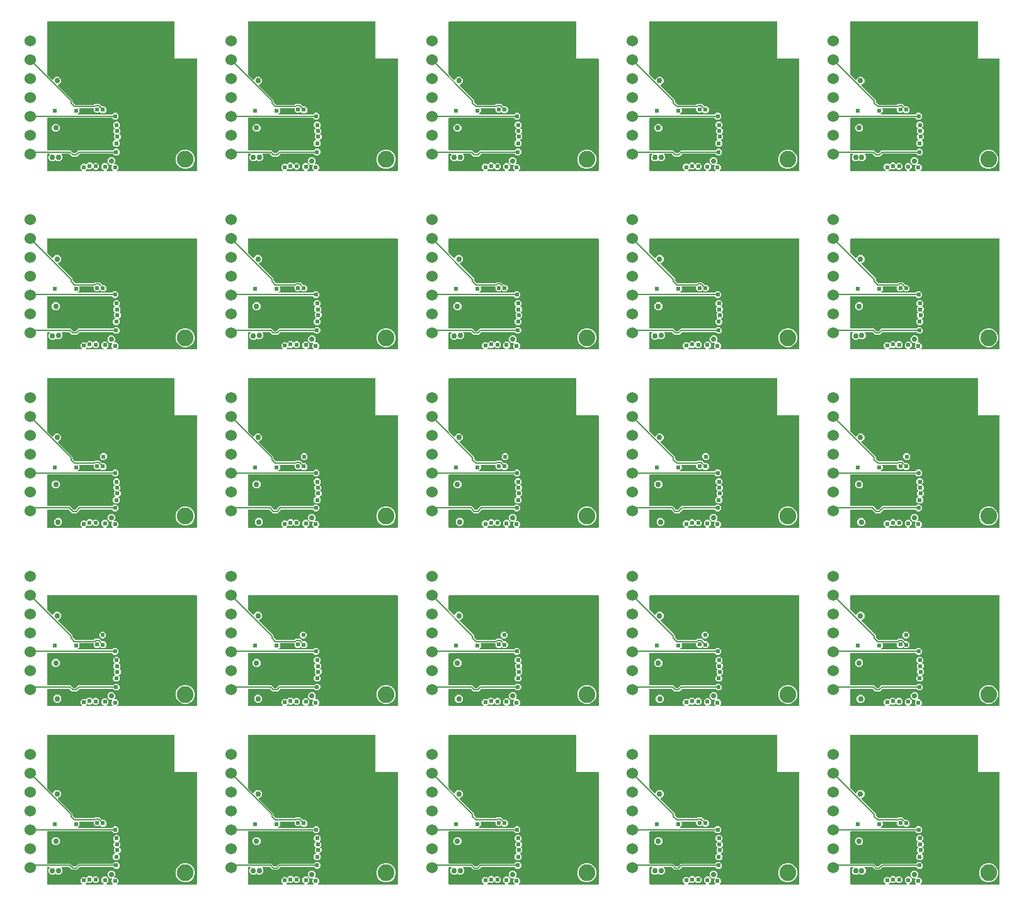
<source format=gbr>
G04 EAGLE Gerber X2 export*
%TF.Part,Single*%
%TF.FileFunction,Copper,L3,Inr,Mixed*%
%TF.FilePolarity,Positive*%
%TF.GenerationSoftware,Autodesk,EAGLE,9.0.0*%
%TF.CreationDate,2018-06-20T06:24:19Z*%
G75*
%MOMM*%
%FSLAX34Y34*%
%LPD*%
%AMOC8*
5,1,8,0,0,1.08239X$1,22.5*%
G01*
%ADD10C,1.524000*%
%ADD11C,0.609600*%
%ADD12C,0.152400*%
%ADD13C,0.660400*%
%ADD14C,2.250000*%
%ADD15C,0.756400*%
%ADD16C,0.706400*%

G36*
X315682Y-480750D02*
X315682Y-480750D01*
X315753Y-480748D01*
X315802Y-480730D01*
X315854Y-480722D01*
X315917Y-480688D01*
X315984Y-480663D01*
X316025Y-480631D01*
X316071Y-480606D01*
X316120Y-480555D01*
X316177Y-480510D01*
X316205Y-480466D01*
X316241Y-480428D01*
X316271Y-480363D01*
X316310Y-480303D01*
X316322Y-480252D01*
X316344Y-480205D01*
X316352Y-480134D01*
X316370Y-480064D01*
X316366Y-480012D01*
X316371Y-479961D01*
X316356Y-479890D01*
X316350Y-479819D01*
X316330Y-479771D01*
X316319Y-479720D01*
X316282Y-479659D01*
X316254Y-479593D01*
X316209Y-479537D01*
X316193Y-479509D01*
X316175Y-479494D01*
X316149Y-479462D01*
X314040Y-477353D01*
X314040Y-473564D01*
X316719Y-470886D01*
X320507Y-470886D01*
X321262Y-471641D01*
X321279Y-471653D01*
X321291Y-471668D01*
X321378Y-471724D01*
X321462Y-471785D01*
X321481Y-471790D01*
X321498Y-471801D01*
X321598Y-471827D01*
X321697Y-471857D01*
X321717Y-471856D01*
X321736Y-471861D01*
X321839Y-471853D01*
X321943Y-471851D01*
X321962Y-471844D01*
X321982Y-471842D01*
X322076Y-471802D01*
X322174Y-471766D01*
X322190Y-471754D01*
X322208Y-471746D01*
X322339Y-471641D01*
X324607Y-469373D01*
X328396Y-469373D01*
X330200Y-471178D01*
X330217Y-471189D01*
X330229Y-471205D01*
X330316Y-471261D01*
X330400Y-471321D01*
X330419Y-471327D01*
X330436Y-471338D01*
X330537Y-471363D01*
X330635Y-471393D01*
X330655Y-471393D01*
X330675Y-471398D01*
X330778Y-471390D01*
X330881Y-471387D01*
X330900Y-471380D01*
X330920Y-471379D01*
X331015Y-471338D01*
X331112Y-471303D01*
X331128Y-471290D01*
X331146Y-471282D01*
X331277Y-471178D01*
X332796Y-469659D01*
X336584Y-469659D01*
X339262Y-472338D01*
X339262Y-476126D01*
X336584Y-478804D01*
X332796Y-478804D01*
X330991Y-477000D01*
X330975Y-476988D01*
X330962Y-476972D01*
X330875Y-476916D01*
X330791Y-476856D01*
X330772Y-476850D01*
X330755Y-476839D01*
X330655Y-476814D01*
X330556Y-476784D01*
X330536Y-476784D01*
X330517Y-476779D01*
X330414Y-476787D01*
X330310Y-476790D01*
X330291Y-476797D01*
X330271Y-476798D01*
X330177Y-476839D01*
X330079Y-476874D01*
X330063Y-476887D01*
X330045Y-476895D01*
X329914Y-477000D01*
X328396Y-478518D01*
X324607Y-478518D01*
X323852Y-477763D01*
X323836Y-477751D01*
X323823Y-477736D01*
X323736Y-477679D01*
X323652Y-477619D01*
X323633Y-477613D01*
X323617Y-477603D01*
X323516Y-477577D01*
X323417Y-477547D01*
X323397Y-477547D01*
X323378Y-477543D01*
X323275Y-477551D01*
X323171Y-477553D01*
X323153Y-477560D01*
X323133Y-477562D01*
X323038Y-477602D01*
X322940Y-477638D01*
X322925Y-477650D01*
X322906Y-477658D01*
X322776Y-477763D01*
X321077Y-479462D01*
X321035Y-479520D01*
X320985Y-479572D01*
X320963Y-479619D01*
X320933Y-479661D01*
X320912Y-479730D01*
X320882Y-479795D01*
X320876Y-479847D01*
X320861Y-479897D01*
X320863Y-479968D01*
X320855Y-480039D01*
X320866Y-480090D01*
X320867Y-480142D01*
X320892Y-480210D01*
X320907Y-480280D01*
X320934Y-480325D01*
X320952Y-480373D01*
X320996Y-480429D01*
X321033Y-480491D01*
X321073Y-480525D01*
X321105Y-480565D01*
X321166Y-480604D01*
X321220Y-480651D01*
X321268Y-480670D01*
X321312Y-480698D01*
X321382Y-480716D01*
X321448Y-480743D01*
X321520Y-480751D01*
X321551Y-480759D01*
X321574Y-480757D01*
X321615Y-480761D01*
X344694Y-480761D01*
X344765Y-480750D01*
X344836Y-480748D01*
X344885Y-480730D01*
X344937Y-480722D01*
X345000Y-480688D01*
X345067Y-480663D01*
X345108Y-480631D01*
X345154Y-480606D01*
X345203Y-480555D01*
X345260Y-480510D01*
X345288Y-480466D01*
X345324Y-480428D01*
X345354Y-480363D01*
X345393Y-480303D01*
X345405Y-480252D01*
X345427Y-480205D01*
X345435Y-480134D01*
X345453Y-480064D01*
X345449Y-480012D01*
X345454Y-479961D01*
X345439Y-479890D01*
X345433Y-479819D01*
X345413Y-479771D01*
X345402Y-479720D01*
X345365Y-479659D01*
X345337Y-479593D01*
X345292Y-479537D01*
X345276Y-479509D01*
X345258Y-479494D01*
X345232Y-479462D01*
X342531Y-476760D01*
X342531Y-472972D01*
X345210Y-470294D01*
X348998Y-470294D01*
X351677Y-472972D01*
X351677Y-476760D01*
X348975Y-479462D01*
X348933Y-479520D01*
X348884Y-479572D01*
X348862Y-479619D01*
X348832Y-479661D01*
X348811Y-479730D01*
X348780Y-479795D01*
X348775Y-479847D01*
X348759Y-479897D01*
X348761Y-479968D01*
X348753Y-480039D01*
X348764Y-480090D01*
X348766Y-480142D01*
X348790Y-480210D01*
X348806Y-480280D01*
X348832Y-480324D01*
X348850Y-480373D01*
X348895Y-480429D01*
X348932Y-480491D01*
X348971Y-480525D01*
X349004Y-480565D01*
X349064Y-480604D01*
X349119Y-480651D01*
X349167Y-480670D01*
X349211Y-480698D01*
X349280Y-480716D01*
X349347Y-480743D01*
X349418Y-480751D01*
X349449Y-480759D01*
X349473Y-480757D01*
X349514Y-480761D01*
X356871Y-480761D01*
X356942Y-480750D01*
X357014Y-480748D01*
X357063Y-480730D01*
X357114Y-480722D01*
X357177Y-480688D01*
X357245Y-480663D01*
X357285Y-480631D01*
X357331Y-480606D01*
X357381Y-480555D01*
X357437Y-480510D01*
X357465Y-480466D01*
X357501Y-480428D01*
X357531Y-480363D01*
X357570Y-480303D01*
X357582Y-480252D01*
X357604Y-480205D01*
X357612Y-480134D01*
X357630Y-480064D01*
X357626Y-480012D01*
X357631Y-479961D01*
X357616Y-479890D01*
X357611Y-479819D01*
X357590Y-479771D01*
X357579Y-479720D01*
X357542Y-479659D01*
X357514Y-479593D01*
X357470Y-479537D01*
X357453Y-479509D01*
X357435Y-479494D01*
X357409Y-479462D01*
X356020Y-478072D01*
X356020Y-474284D01*
X356644Y-473660D01*
X356686Y-473602D01*
X356735Y-473550D01*
X356757Y-473503D01*
X356787Y-473460D01*
X356808Y-473392D01*
X356839Y-473327D01*
X356844Y-473275D01*
X356860Y-473225D01*
X356858Y-473153D01*
X356866Y-473082D01*
X356855Y-473031D01*
X356853Y-472979D01*
X356829Y-472912D01*
X356813Y-472842D01*
X356787Y-472797D01*
X356769Y-472748D01*
X356724Y-472692D01*
X356687Y-472631D01*
X356648Y-472597D01*
X356615Y-472556D01*
X356555Y-472518D01*
X356500Y-472471D01*
X356452Y-472451D01*
X356408Y-472423D01*
X356339Y-472406D01*
X356272Y-472379D01*
X356201Y-472371D01*
X356170Y-472363D01*
X356146Y-472365D01*
X356105Y-472360D01*
X353399Y-472360D01*
X350436Y-469398D01*
X350436Y-465209D01*
X353399Y-462247D01*
X357588Y-462247D01*
X360550Y-465209D01*
X360550Y-469398D01*
X359643Y-470306D01*
X359601Y-470364D01*
X359551Y-470416D01*
X359529Y-470463D01*
X359499Y-470505D01*
X359478Y-470574D01*
X359448Y-470639D01*
X359442Y-470691D01*
X359427Y-470741D01*
X359429Y-470812D01*
X359421Y-470883D01*
X359432Y-470934D01*
X359433Y-470986D01*
X359458Y-471054D01*
X359473Y-471124D01*
X359500Y-471168D01*
X359517Y-471217D01*
X359562Y-471273D01*
X359599Y-471335D01*
X359639Y-471369D01*
X359671Y-471409D01*
X359731Y-471448D01*
X359786Y-471495D01*
X359834Y-471514D01*
X359878Y-471542D01*
X359948Y-471560D01*
X360014Y-471587D01*
X360085Y-471595D01*
X360117Y-471603D01*
X360140Y-471601D01*
X360181Y-471605D01*
X362487Y-471605D01*
X365165Y-474284D01*
X365165Y-478072D01*
X363776Y-479462D01*
X363734Y-479520D01*
X363684Y-479572D01*
X363662Y-479619D01*
X363632Y-479661D01*
X363611Y-479730D01*
X363581Y-479795D01*
X363575Y-479847D01*
X363560Y-479897D01*
X363562Y-479968D01*
X363554Y-480039D01*
X363565Y-480090D01*
X363566Y-480142D01*
X363591Y-480210D01*
X363606Y-480280D01*
X363633Y-480324D01*
X363651Y-480373D01*
X363695Y-480429D01*
X363732Y-480491D01*
X363772Y-480525D01*
X363804Y-480565D01*
X363865Y-480604D01*
X363919Y-480651D01*
X363967Y-480670D01*
X364011Y-480698D01*
X364081Y-480716D01*
X364147Y-480743D01*
X364219Y-480751D01*
X364250Y-480759D01*
X364273Y-480757D01*
X364314Y-480761D01*
X470000Y-480761D01*
X470020Y-480758D01*
X470039Y-480760D01*
X470141Y-480738D01*
X470243Y-480722D01*
X470260Y-480712D01*
X470280Y-480708D01*
X470369Y-480655D01*
X470460Y-480606D01*
X470474Y-480592D01*
X470491Y-480582D01*
X470558Y-480503D01*
X470630Y-480428D01*
X470638Y-480410D01*
X470651Y-480395D01*
X470690Y-480299D01*
X470733Y-480205D01*
X470735Y-480185D01*
X470743Y-480167D01*
X470761Y-480000D01*
X470761Y-330000D01*
X470758Y-329980D01*
X470760Y-329961D01*
X470738Y-329859D01*
X470722Y-329757D01*
X470712Y-329740D01*
X470708Y-329720D01*
X470655Y-329631D01*
X470606Y-329540D01*
X470592Y-329526D01*
X470582Y-329509D01*
X470503Y-329442D01*
X470428Y-329371D01*
X470410Y-329362D01*
X470395Y-329349D01*
X470299Y-329310D01*
X470205Y-329267D01*
X470185Y-329265D01*
X470167Y-329257D01*
X470000Y-329239D01*
X440761Y-329239D01*
X440761Y-280000D01*
X440758Y-279980D01*
X440760Y-279961D01*
X440738Y-279859D01*
X440722Y-279757D01*
X440712Y-279740D01*
X440708Y-279720D01*
X440655Y-279631D01*
X440606Y-279540D01*
X440592Y-279526D01*
X440582Y-279509D01*
X440503Y-279442D01*
X440428Y-279371D01*
X440410Y-279362D01*
X440395Y-279349D01*
X440299Y-279310D01*
X440205Y-279267D01*
X440185Y-279265D01*
X440167Y-279257D01*
X440000Y-279239D01*
X270000Y-279239D01*
X269980Y-279242D01*
X269961Y-279240D01*
X269859Y-279262D01*
X269757Y-279279D01*
X269740Y-279288D01*
X269720Y-279292D01*
X269631Y-279345D01*
X269540Y-279394D01*
X269526Y-279408D01*
X269509Y-279418D01*
X269442Y-279497D01*
X269371Y-279572D01*
X269362Y-279590D01*
X269349Y-279605D01*
X269310Y-279701D01*
X269267Y-279795D01*
X269265Y-279815D01*
X269257Y-279833D01*
X269239Y-280000D01*
X269239Y-350601D01*
X269241Y-350616D01*
X269240Y-350627D01*
X269253Y-350686D01*
X269254Y-350692D01*
X269261Y-350782D01*
X269273Y-350812D01*
X269279Y-350844D01*
X269321Y-350925D01*
X269357Y-351009D01*
X269383Y-351041D01*
X269394Y-351062D01*
X269417Y-351084D01*
X269462Y-351140D01*
X276229Y-357907D01*
X276287Y-357948D01*
X276339Y-357998D01*
X276386Y-358020D01*
X276428Y-358050D01*
X276497Y-358071D01*
X276562Y-358101D01*
X276614Y-358107D01*
X276663Y-358123D01*
X276735Y-358121D01*
X276806Y-358129D01*
X276857Y-358117D01*
X276909Y-358116D01*
X276977Y-358092D01*
X277047Y-358076D01*
X277091Y-358050D01*
X277140Y-358032D01*
X277196Y-357987D01*
X277258Y-357950D01*
X277292Y-357911D01*
X277332Y-357878D01*
X277371Y-357818D01*
X277418Y-357763D01*
X277437Y-357715D01*
X277465Y-357671D01*
X277483Y-357602D01*
X277510Y-357535D01*
X277518Y-357464D01*
X277525Y-357433D01*
X277524Y-357409D01*
X277528Y-357368D01*
X277528Y-356967D01*
X280637Y-353858D01*
X285033Y-353858D01*
X288142Y-356967D01*
X288142Y-361363D01*
X285033Y-364472D01*
X284632Y-364472D01*
X284561Y-364483D01*
X284489Y-364485D01*
X284440Y-364503D01*
X284389Y-364512D01*
X284326Y-364545D01*
X284258Y-364570D01*
X284218Y-364602D01*
X284172Y-364627D01*
X284122Y-364679D01*
X284066Y-364724D01*
X284038Y-364767D01*
X284002Y-364805D01*
X283972Y-364870D01*
X283933Y-364930D01*
X283920Y-364981D01*
X283899Y-365028D01*
X283891Y-365099D01*
X283873Y-365169D01*
X283877Y-365221D01*
X283871Y-365273D01*
X283887Y-365343D01*
X283892Y-365414D01*
X283913Y-365462D01*
X283924Y-365513D01*
X283961Y-365575D01*
X283989Y-365640D01*
X284033Y-365696D01*
X284050Y-365724D01*
X284068Y-365739D01*
X284093Y-365771D01*
X303665Y-385343D01*
X303665Y-388004D01*
X303679Y-388094D01*
X303687Y-388185D01*
X303699Y-388214D01*
X303704Y-388246D01*
X303747Y-388327D01*
X303783Y-388411D01*
X303809Y-388443D01*
X303819Y-388464D01*
X303843Y-388486D01*
X303888Y-388542D01*
X306710Y-391365D01*
X306784Y-391418D01*
X306854Y-391477D01*
X306884Y-391489D01*
X306910Y-391508D01*
X306997Y-391535D01*
X307082Y-391569D01*
X307123Y-391574D01*
X307145Y-391581D01*
X307177Y-391580D01*
X307249Y-391588D01*
X331788Y-391588D01*
X331878Y-391573D01*
X331969Y-391566D01*
X331998Y-391553D01*
X332030Y-391548D01*
X332111Y-391505D01*
X332195Y-391470D01*
X332227Y-391444D01*
X332248Y-391433D01*
X332270Y-391410D01*
X332326Y-391365D01*
X333339Y-390352D01*
X339652Y-390352D01*
X342824Y-393524D01*
X342898Y-393577D01*
X342968Y-393637D01*
X342998Y-393649D01*
X343024Y-393668D01*
X343111Y-393694D01*
X343196Y-393729D01*
X343237Y-393733D01*
X343259Y-393740D01*
X343291Y-393739D01*
X343363Y-393747D01*
X346280Y-393747D01*
X348959Y-396426D01*
X348959Y-400214D01*
X346280Y-402893D01*
X342492Y-402893D01*
X340805Y-401206D01*
X340789Y-401194D01*
X340777Y-401179D01*
X340690Y-401123D01*
X340606Y-401062D01*
X340587Y-401057D01*
X340570Y-401046D01*
X340469Y-401021D01*
X340371Y-400990D01*
X340351Y-400991D01*
X340331Y-400986D01*
X340228Y-400994D01*
X340125Y-400996D01*
X340106Y-401003D01*
X340086Y-401005D01*
X339991Y-401045D01*
X339894Y-401081D01*
X339878Y-401093D01*
X339860Y-401101D01*
X339729Y-401206D01*
X338390Y-402545D01*
X334601Y-402545D01*
X331923Y-399867D01*
X331923Y-396922D01*
X331919Y-396903D01*
X331922Y-396883D01*
X331900Y-396782D01*
X331883Y-396680D01*
X331874Y-396662D01*
X331869Y-396643D01*
X331816Y-396554D01*
X331768Y-396462D01*
X331753Y-396449D01*
X331743Y-396432D01*
X331664Y-396364D01*
X331589Y-396293D01*
X331571Y-396285D01*
X331556Y-396272D01*
X331460Y-396233D01*
X331366Y-396189D01*
X331347Y-396187D01*
X331328Y-396180D01*
X331161Y-396161D01*
X313030Y-396161D01*
X312960Y-396173D01*
X312888Y-396175D01*
X312839Y-396193D01*
X312788Y-396201D01*
X312724Y-396234D01*
X312657Y-396259D01*
X312616Y-396292D01*
X312570Y-396316D01*
X312521Y-396368D01*
X312465Y-396413D01*
X312437Y-396457D01*
X312401Y-396494D01*
X312371Y-396559D01*
X312332Y-396620D01*
X312319Y-396670D01*
X312297Y-396717D01*
X312289Y-396789D01*
X312272Y-396858D01*
X312276Y-396910D01*
X312270Y-396962D01*
X312285Y-397032D01*
X312291Y-397104D01*
X312311Y-397151D01*
X312322Y-397202D01*
X312359Y-397264D01*
X312387Y-397330D01*
X312432Y-397386D01*
X312449Y-397413D01*
X312466Y-397429D01*
X312492Y-397461D01*
X312662Y-397631D01*
X312662Y-401419D01*
X310665Y-403416D01*
X310623Y-403474D01*
X310574Y-403526D01*
X310552Y-403574D01*
X310521Y-403616D01*
X310500Y-403684D01*
X310470Y-403749D01*
X310464Y-403801D01*
X310449Y-403851D01*
X310451Y-403923D01*
X310443Y-403994D01*
X310454Y-404045D01*
X310455Y-404097D01*
X310480Y-404164D01*
X310495Y-404234D01*
X310522Y-404279D01*
X310540Y-404328D01*
X310585Y-404384D01*
X310621Y-404445D01*
X310661Y-404479D01*
X310693Y-404520D01*
X310754Y-404559D01*
X310808Y-404605D01*
X310856Y-404625D01*
X310900Y-404653D01*
X310970Y-404670D01*
X311036Y-404697D01*
X311108Y-404705D01*
X311139Y-404713D01*
X311162Y-404711D01*
X311203Y-404716D01*
X356471Y-404716D01*
X356561Y-404701D01*
X356652Y-404694D01*
X356682Y-404681D01*
X356714Y-404676D01*
X356794Y-404633D01*
X356878Y-404597D01*
X356910Y-404572D01*
X356931Y-404561D01*
X356953Y-404537D01*
X357009Y-404493D01*
X359072Y-402430D01*
X362860Y-402430D01*
X365539Y-405108D01*
X365539Y-408896D01*
X362860Y-411575D01*
X359072Y-411575D01*
X357009Y-409512D01*
X356935Y-409459D01*
X356866Y-409399D01*
X356836Y-409387D01*
X356809Y-409369D01*
X356722Y-409342D01*
X356638Y-409308D01*
X356597Y-409303D01*
X356574Y-409296D01*
X356542Y-409297D01*
X356471Y-409289D01*
X270000Y-409289D01*
X269980Y-409292D01*
X269961Y-409290D01*
X269859Y-409312D01*
X269757Y-409329D01*
X269740Y-409338D01*
X269720Y-409342D01*
X269631Y-409396D01*
X269540Y-409444D01*
X269526Y-409458D01*
X269509Y-409469D01*
X269442Y-409547D01*
X269371Y-409622D01*
X269362Y-409640D01*
X269349Y-409655D01*
X269310Y-409752D01*
X269267Y-409845D01*
X269265Y-409865D01*
X269257Y-409884D01*
X269239Y-410050D01*
X269239Y-450981D01*
X269242Y-451001D01*
X269240Y-451021D01*
X269262Y-451122D01*
X269279Y-451224D01*
X269288Y-451242D01*
X269292Y-451261D01*
X269345Y-451350D01*
X269394Y-451441D01*
X269408Y-451455D01*
X269418Y-451472D01*
X269497Y-451540D01*
X269572Y-451611D01*
X269590Y-451619D01*
X269605Y-451632D01*
X269701Y-451671D01*
X269795Y-451714D01*
X269815Y-451717D01*
X269833Y-451724D01*
X270000Y-451743D01*
X299933Y-451743D01*
X304515Y-456324D01*
X304589Y-456377D01*
X304658Y-456437D01*
X304688Y-456449D01*
X304715Y-456468D01*
X304801Y-456495D01*
X304886Y-456529D01*
X304927Y-456533D01*
X304950Y-456540D01*
X304982Y-456539D01*
X305053Y-456547D01*
X306947Y-456547D01*
X307037Y-456533D01*
X307128Y-456525D01*
X307158Y-456513D01*
X307190Y-456508D01*
X307270Y-456465D01*
X307354Y-456429D01*
X307386Y-456403D01*
X307407Y-456392D01*
X307429Y-456369D01*
X307485Y-456324D01*
X312067Y-451743D01*
X356505Y-451743D01*
X356595Y-451728D01*
X356686Y-451721D01*
X356715Y-451708D01*
X356747Y-451703D01*
X356828Y-451660D01*
X356912Y-451624D01*
X356944Y-451599D01*
X356965Y-451588D01*
X356987Y-451564D01*
X357043Y-451520D01*
X359106Y-449457D01*
X362894Y-449457D01*
X365573Y-452135D01*
X365573Y-455923D01*
X362894Y-458602D01*
X359106Y-458602D01*
X357043Y-456539D01*
X356969Y-456486D01*
X356899Y-456426D01*
X356869Y-456414D01*
X356843Y-456395D01*
X356756Y-456369D01*
X356671Y-456335D01*
X356630Y-456330D01*
X356608Y-456323D01*
X356576Y-456324D01*
X356505Y-456316D01*
X314277Y-456316D01*
X314187Y-456331D01*
X314096Y-456338D01*
X314066Y-456351D01*
X314034Y-456356D01*
X313953Y-456399D01*
X313869Y-456434D01*
X313837Y-456460D01*
X313817Y-456471D01*
X313794Y-456494D01*
X313738Y-456539D01*
X309157Y-461121D01*
X302843Y-461121D01*
X298262Y-456539D01*
X298188Y-456486D01*
X298118Y-456426D01*
X298088Y-456414D01*
X298062Y-456395D01*
X297975Y-456369D01*
X297890Y-456335D01*
X297849Y-456330D01*
X297827Y-456323D01*
X297795Y-456324D01*
X297723Y-456316D01*
X270000Y-456316D01*
X269980Y-456319D01*
X269961Y-456317D01*
X269859Y-456339D01*
X269757Y-456356D01*
X269740Y-456365D01*
X269720Y-456369D01*
X269631Y-456423D01*
X269540Y-456471D01*
X269526Y-456485D01*
X269509Y-456496D01*
X269442Y-456574D01*
X269371Y-456649D01*
X269362Y-456667D01*
X269349Y-456682D01*
X269310Y-456779D01*
X269267Y-456872D01*
X269265Y-456892D01*
X269257Y-456911D01*
X269239Y-457077D01*
X269239Y-480000D01*
X269242Y-480020D01*
X269240Y-480039D01*
X269262Y-480141D01*
X269279Y-480243D01*
X269288Y-480260D01*
X269292Y-480280D01*
X269345Y-480369D01*
X269394Y-480460D01*
X269408Y-480474D01*
X269418Y-480491D01*
X269497Y-480558D01*
X269572Y-480630D01*
X269590Y-480638D01*
X269605Y-480651D01*
X269701Y-480690D01*
X269795Y-480733D01*
X269815Y-480735D01*
X269833Y-480743D01*
X270000Y-480761D01*
X315611Y-480761D01*
X315682Y-480750D01*
G37*
G36*
X585682Y-480750D02*
X585682Y-480750D01*
X585753Y-480748D01*
X585802Y-480730D01*
X585854Y-480722D01*
X585917Y-480688D01*
X585984Y-480663D01*
X586025Y-480631D01*
X586071Y-480606D01*
X586120Y-480555D01*
X586177Y-480510D01*
X586205Y-480466D01*
X586241Y-480428D01*
X586271Y-480363D01*
X586310Y-480303D01*
X586322Y-480252D01*
X586344Y-480205D01*
X586352Y-480134D01*
X586370Y-480064D01*
X586366Y-480012D01*
X586371Y-479961D01*
X586356Y-479890D01*
X586350Y-479819D01*
X586330Y-479771D01*
X586319Y-479720D01*
X586282Y-479659D01*
X586254Y-479593D01*
X586209Y-479537D01*
X586193Y-479509D01*
X586175Y-479494D01*
X586149Y-479462D01*
X584040Y-477353D01*
X584040Y-473564D01*
X586719Y-470886D01*
X590507Y-470886D01*
X591262Y-471641D01*
X591279Y-471653D01*
X591291Y-471668D01*
X591378Y-471724D01*
X591462Y-471785D01*
X591481Y-471790D01*
X591498Y-471801D01*
X591598Y-471827D01*
X591697Y-471857D01*
X591717Y-471856D01*
X591736Y-471861D01*
X591839Y-471853D01*
X591943Y-471851D01*
X591962Y-471844D01*
X591982Y-471842D01*
X592076Y-471802D01*
X592174Y-471766D01*
X592190Y-471754D01*
X592208Y-471746D01*
X592339Y-471641D01*
X594607Y-469373D01*
X598396Y-469373D01*
X600200Y-471178D01*
X600217Y-471189D01*
X600229Y-471205D01*
X600316Y-471261D01*
X600400Y-471321D01*
X600419Y-471327D01*
X600436Y-471338D01*
X600537Y-471363D01*
X600635Y-471393D01*
X600655Y-471393D01*
X600675Y-471398D01*
X600778Y-471390D01*
X600881Y-471387D01*
X600900Y-471380D01*
X600920Y-471379D01*
X601015Y-471338D01*
X601112Y-471303D01*
X601128Y-471290D01*
X601146Y-471282D01*
X601277Y-471178D01*
X602796Y-469659D01*
X606584Y-469659D01*
X609262Y-472338D01*
X609262Y-476126D01*
X606584Y-478804D01*
X602796Y-478804D01*
X600991Y-477000D01*
X600975Y-476988D01*
X600962Y-476972D01*
X600875Y-476916D01*
X600791Y-476856D01*
X600772Y-476850D01*
X600755Y-476839D01*
X600655Y-476814D01*
X600556Y-476784D01*
X600536Y-476784D01*
X600517Y-476779D01*
X600414Y-476787D01*
X600310Y-476790D01*
X600291Y-476797D01*
X600271Y-476798D01*
X600177Y-476839D01*
X600079Y-476874D01*
X600063Y-476887D01*
X600045Y-476895D01*
X599914Y-477000D01*
X598396Y-478518D01*
X594607Y-478518D01*
X593852Y-477763D01*
X593836Y-477751D01*
X593823Y-477736D01*
X593736Y-477679D01*
X593652Y-477619D01*
X593633Y-477613D01*
X593617Y-477603D01*
X593516Y-477577D01*
X593417Y-477547D01*
X593397Y-477547D01*
X593378Y-477543D01*
X593275Y-477551D01*
X593171Y-477553D01*
X593153Y-477560D01*
X593133Y-477562D01*
X593038Y-477602D01*
X592940Y-477638D01*
X592925Y-477650D01*
X592906Y-477658D01*
X592776Y-477763D01*
X591077Y-479462D01*
X591035Y-479520D01*
X590985Y-479572D01*
X590963Y-479619D01*
X590933Y-479661D01*
X590912Y-479730D01*
X590882Y-479795D01*
X590876Y-479847D01*
X590861Y-479897D01*
X590863Y-479968D01*
X590855Y-480039D01*
X590866Y-480090D01*
X590867Y-480142D01*
X590892Y-480210D01*
X590907Y-480280D01*
X590934Y-480325D01*
X590952Y-480373D01*
X590996Y-480429D01*
X591033Y-480491D01*
X591073Y-480525D01*
X591105Y-480565D01*
X591166Y-480604D01*
X591220Y-480651D01*
X591268Y-480670D01*
X591312Y-480698D01*
X591382Y-480716D01*
X591448Y-480743D01*
X591520Y-480751D01*
X591551Y-480759D01*
X591574Y-480757D01*
X591615Y-480761D01*
X614694Y-480761D01*
X614765Y-480750D01*
X614836Y-480748D01*
X614885Y-480730D01*
X614937Y-480722D01*
X615000Y-480688D01*
X615067Y-480663D01*
X615108Y-480631D01*
X615154Y-480606D01*
X615203Y-480555D01*
X615260Y-480510D01*
X615288Y-480466D01*
X615324Y-480428D01*
X615354Y-480363D01*
X615393Y-480303D01*
X615405Y-480252D01*
X615427Y-480205D01*
X615435Y-480134D01*
X615453Y-480064D01*
X615449Y-480012D01*
X615454Y-479961D01*
X615439Y-479890D01*
X615433Y-479819D01*
X615413Y-479771D01*
X615402Y-479720D01*
X615365Y-479659D01*
X615337Y-479593D01*
X615292Y-479537D01*
X615276Y-479509D01*
X615258Y-479494D01*
X615232Y-479462D01*
X612531Y-476760D01*
X612531Y-472972D01*
X615210Y-470294D01*
X618998Y-470294D01*
X621677Y-472972D01*
X621677Y-476760D01*
X618975Y-479462D01*
X618933Y-479520D01*
X618884Y-479572D01*
X618862Y-479619D01*
X618832Y-479661D01*
X618811Y-479730D01*
X618780Y-479795D01*
X618775Y-479847D01*
X618759Y-479897D01*
X618761Y-479968D01*
X618753Y-480039D01*
X618764Y-480090D01*
X618766Y-480142D01*
X618790Y-480210D01*
X618806Y-480280D01*
X618832Y-480324D01*
X618850Y-480373D01*
X618895Y-480429D01*
X618932Y-480491D01*
X618971Y-480525D01*
X619004Y-480565D01*
X619064Y-480604D01*
X619119Y-480651D01*
X619167Y-480670D01*
X619211Y-480698D01*
X619280Y-480716D01*
X619347Y-480743D01*
X619418Y-480751D01*
X619449Y-480759D01*
X619473Y-480757D01*
X619514Y-480761D01*
X626871Y-480761D01*
X626942Y-480750D01*
X627014Y-480748D01*
X627063Y-480730D01*
X627114Y-480722D01*
X627177Y-480688D01*
X627245Y-480663D01*
X627285Y-480631D01*
X627331Y-480606D01*
X627381Y-480555D01*
X627437Y-480510D01*
X627465Y-480466D01*
X627501Y-480428D01*
X627531Y-480363D01*
X627570Y-480303D01*
X627582Y-480252D01*
X627604Y-480205D01*
X627612Y-480134D01*
X627630Y-480064D01*
X627626Y-480012D01*
X627631Y-479961D01*
X627616Y-479890D01*
X627611Y-479819D01*
X627590Y-479771D01*
X627579Y-479720D01*
X627542Y-479659D01*
X627514Y-479593D01*
X627470Y-479537D01*
X627453Y-479509D01*
X627435Y-479494D01*
X627409Y-479462D01*
X626020Y-478072D01*
X626020Y-474284D01*
X626644Y-473660D01*
X626686Y-473602D01*
X626735Y-473550D01*
X626757Y-473503D01*
X626787Y-473460D01*
X626808Y-473392D01*
X626839Y-473327D01*
X626844Y-473275D01*
X626860Y-473225D01*
X626858Y-473153D01*
X626866Y-473082D01*
X626855Y-473031D01*
X626853Y-472979D01*
X626829Y-472912D01*
X626813Y-472842D01*
X626787Y-472797D01*
X626769Y-472748D01*
X626724Y-472692D01*
X626687Y-472631D01*
X626648Y-472597D01*
X626615Y-472556D01*
X626555Y-472518D01*
X626500Y-472471D01*
X626452Y-472451D01*
X626408Y-472423D01*
X626339Y-472406D01*
X626272Y-472379D01*
X626201Y-472371D01*
X626170Y-472363D01*
X626146Y-472365D01*
X626105Y-472360D01*
X623399Y-472360D01*
X620436Y-469398D01*
X620436Y-465209D01*
X623399Y-462247D01*
X627588Y-462247D01*
X630550Y-465209D01*
X630550Y-469398D01*
X629643Y-470306D01*
X629601Y-470364D01*
X629551Y-470416D01*
X629529Y-470463D01*
X629499Y-470505D01*
X629478Y-470574D01*
X629448Y-470639D01*
X629442Y-470691D01*
X629427Y-470741D01*
X629429Y-470812D01*
X629421Y-470883D01*
X629432Y-470934D01*
X629433Y-470986D01*
X629458Y-471054D01*
X629473Y-471124D01*
X629500Y-471168D01*
X629517Y-471217D01*
X629562Y-471273D01*
X629599Y-471335D01*
X629639Y-471369D01*
X629671Y-471409D01*
X629731Y-471448D01*
X629786Y-471495D01*
X629834Y-471514D01*
X629878Y-471542D01*
X629948Y-471560D01*
X630014Y-471587D01*
X630085Y-471595D01*
X630117Y-471603D01*
X630140Y-471601D01*
X630181Y-471605D01*
X632487Y-471605D01*
X635165Y-474284D01*
X635165Y-478072D01*
X633776Y-479462D01*
X633734Y-479520D01*
X633684Y-479572D01*
X633662Y-479619D01*
X633632Y-479661D01*
X633611Y-479730D01*
X633581Y-479795D01*
X633575Y-479847D01*
X633560Y-479897D01*
X633562Y-479968D01*
X633554Y-480039D01*
X633565Y-480090D01*
X633566Y-480142D01*
X633591Y-480210D01*
X633606Y-480280D01*
X633633Y-480324D01*
X633651Y-480373D01*
X633695Y-480429D01*
X633732Y-480491D01*
X633772Y-480525D01*
X633804Y-480565D01*
X633865Y-480604D01*
X633919Y-480651D01*
X633967Y-480670D01*
X634011Y-480698D01*
X634081Y-480716D01*
X634147Y-480743D01*
X634219Y-480751D01*
X634250Y-480759D01*
X634273Y-480757D01*
X634314Y-480761D01*
X740000Y-480761D01*
X740020Y-480758D01*
X740039Y-480760D01*
X740141Y-480738D01*
X740243Y-480722D01*
X740260Y-480712D01*
X740280Y-480708D01*
X740369Y-480655D01*
X740460Y-480606D01*
X740474Y-480592D01*
X740491Y-480582D01*
X740558Y-480503D01*
X740630Y-480428D01*
X740638Y-480410D01*
X740651Y-480395D01*
X740690Y-480299D01*
X740733Y-480205D01*
X740735Y-480185D01*
X740743Y-480167D01*
X740761Y-480000D01*
X740761Y-330000D01*
X740758Y-329980D01*
X740760Y-329961D01*
X740738Y-329859D01*
X740722Y-329757D01*
X740712Y-329740D01*
X740708Y-329720D01*
X740655Y-329631D01*
X740606Y-329540D01*
X740592Y-329526D01*
X740582Y-329509D01*
X740503Y-329442D01*
X740428Y-329371D01*
X740410Y-329362D01*
X740395Y-329349D01*
X740299Y-329310D01*
X740205Y-329267D01*
X740185Y-329265D01*
X740167Y-329257D01*
X740000Y-329239D01*
X710761Y-329239D01*
X710761Y-280000D01*
X710758Y-279980D01*
X710760Y-279961D01*
X710738Y-279859D01*
X710722Y-279757D01*
X710712Y-279740D01*
X710708Y-279720D01*
X710655Y-279631D01*
X710606Y-279540D01*
X710592Y-279526D01*
X710582Y-279509D01*
X710503Y-279442D01*
X710428Y-279371D01*
X710410Y-279362D01*
X710395Y-279349D01*
X710299Y-279310D01*
X710205Y-279267D01*
X710185Y-279265D01*
X710167Y-279257D01*
X710000Y-279239D01*
X540000Y-279239D01*
X539980Y-279242D01*
X539961Y-279240D01*
X539859Y-279262D01*
X539757Y-279279D01*
X539740Y-279288D01*
X539720Y-279292D01*
X539631Y-279345D01*
X539540Y-279394D01*
X539526Y-279408D01*
X539509Y-279418D01*
X539442Y-279497D01*
X539371Y-279572D01*
X539362Y-279590D01*
X539349Y-279605D01*
X539310Y-279701D01*
X539267Y-279795D01*
X539265Y-279815D01*
X539257Y-279833D01*
X539239Y-280000D01*
X539239Y-350601D01*
X539241Y-350616D01*
X539240Y-350627D01*
X539253Y-350686D01*
X539254Y-350692D01*
X539261Y-350782D01*
X539273Y-350812D01*
X539279Y-350844D01*
X539321Y-350925D01*
X539357Y-351009D01*
X539383Y-351041D01*
X539394Y-351062D01*
X539417Y-351084D01*
X539462Y-351140D01*
X546229Y-357907D01*
X546287Y-357948D01*
X546339Y-357998D01*
X546386Y-358020D01*
X546428Y-358050D01*
X546497Y-358071D01*
X546562Y-358101D01*
X546614Y-358107D01*
X546663Y-358123D01*
X546735Y-358121D01*
X546806Y-358129D01*
X546857Y-358117D01*
X546909Y-358116D01*
X546977Y-358092D01*
X547047Y-358076D01*
X547091Y-358050D01*
X547140Y-358032D01*
X547196Y-357987D01*
X547258Y-357950D01*
X547292Y-357911D01*
X547332Y-357878D01*
X547371Y-357818D01*
X547418Y-357763D01*
X547437Y-357715D01*
X547465Y-357671D01*
X547483Y-357602D01*
X547510Y-357535D01*
X547518Y-357464D01*
X547525Y-357433D01*
X547524Y-357409D01*
X547528Y-357368D01*
X547528Y-356967D01*
X550637Y-353858D01*
X555033Y-353858D01*
X558142Y-356967D01*
X558142Y-361363D01*
X555033Y-364472D01*
X554632Y-364472D01*
X554561Y-364483D01*
X554489Y-364485D01*
X554440Y-364503D01*
X554389Y-364512D01*
X554326Y-364545D01*
X554258Y-364570D01*
X554218Y-364602D01*
X554172Y-364627D01*
X554122Y-364679D01*
X554066Y-364724D01*
X554038Y-364767D01*
X554002Y-364805D01*
X553972Y-364870D01*
X553933Y-364930D01*
X553920Y-364981D01*
X553899Y-365028D01*
X553891Y-365099D01*
X553873Y-365169D01*
X553877Y-365221D01*
X553871Y-365273D01*
X553887Y-365343D01*
X553892Y-365414D01*
X553913Y-365462D01*
X553924Y-365513D01*
X553961Y-365575D01*
X553989Y-365640D01*
X554033Y-365696D01*
X554050Y-365724D01*
X554068Y-365739D01*
X554093Y-365771D01*
X573665Y-385343D01*
X573665Y-388004D01*
X573679Y-388094D01*
X573687Y-388185D01*
X573699Y-388214D01*
X573704Y-388246D01*
X573747Y-388327D01*
X573783Y-388411D01*
X573809Y-388443D01*
X573819Y-388464D01*
X573843Y-388486D01*
X573888Y-388542D01*
X576710Y-391365D01*
X576784Y-391418D01*
X576854Y-391477D01*
X576884Y-391490D01*
X576910Y-391508D01*
X576997Y-391535D01*
X577082Y-391569D01*
X577123Y-391574D01*
X577145Y-391581D01*
X577177Y-391580D01*
X577249Y-391588D01*
X601788Y-391588D01*
X601878Y-391573D01*
X601969Y-391566D01*
X601998Y-391553D01*
X602030Y-391548D01*
X602111Y-391505D01*
X602195Y-391470D01*
X602227Y-391444D01*
X602248Y-391433D01*
X602270Y-391410D01*
X602326Y-391365D01*
X603339Y-390352D01*
X609652Y-390352D01*
X612824Y-393524D01*
X612898Y-393577D01*
X612968Y-393637D01*
X612998Y-393649D01*
X613024Y-393668D01*
X613111Y-393694D01*
X613196Y-393729D01*
X613237Y-393733D01*
X613259Y-393740D01*
X613291Y-393739D01*
X613363Y-393747D01*
X616280Y-393747D01*
X618959Y-396426D01*
X618959Y-400214D01*
X616280Y-402893D01*
X612492Y-402893D01*
X610805Y-401206D01*
X610789Y-401194D01*
X610777Y-401179D01*
X610690Y-401123D01*
X610606Y-401062D01*
X610587Y-401057D01*
X610570Y-401046D01*
X610469Y-401021D01*
X610371Y-400990D01*
X610351Y-400991D01*
X610331Y-400986D01*
X610228Y-400994D01*
X610125Y-400996D01*
X610106Y-401003D01*
X610086Y-401005D01*
X609991Y-401045D01*
X609894Y-401081D01*
X609878Y-401093D01*
X609860Y-401101D01*
X609729Y-401206D01*
X608390Y-402545D01*
X604601Y-402545D01*
X601923Y-399867D01*
X601923Y-396922D01*
X601919Y-396903D01*
X601922Y-396883D01*
X601900Y-396782D01*
X601883Y-396680D01*
X601874Y-396662D01*
X601869Y-396643D01*
X601816Y-396554D01*
X601768Y-396462D01*
X601753Y-396449D01*
X601743Y-396432D01*
X601664Y-396364D01*
X601589Y-396293D01*
X601571Y-396285D01*
X601556Y-396272D01*
X601460Y-396233D01*
X601366Y-396189D01*
X601347Y-396187D01*
X601328Y-396180D01*
X601161Y-396161D01*
X583030Y-396161D01*
X582960Y-396173D01*
X582888Y-396175D01*
X582839Y-396193D01*
X582788Y-396201D01*
X582724Y-396234D01*
X582657Y-396259D01*
X582616Y-396292D01*
X582570Y-396316D01*
X582521Y-396368D01*
X582465Y-396413D01*
X582437Y-396457D01*
X582401Y-396494D01*
X582371Y-396559D01*
X582332Y-396620D01*
X582319Y-396670D01*
X582297Y-396717D01*
X582289Y-396789D01*
X582272Y-396858D01*
X582276Y-396910D01*
X582270Y-396962D01*
X582285Y-397032D01*
X582291Y-397104D01*
X582311Y-397151D01*
X582322Y-397202D01*
X582359Y-397264D01*
X582387Y-397330D01*
X582432Y-397386D01*
X582449Y-397413D01*
X582466Y-397429D01*
X582492Y-397461D01*
X582662Y-397631D01*
X582662Y-401419D01*
X580665Y-403416D01*
X580623Y-403474D01*
X580574Y-403526D01*
X580552Y-403574D01*
X580521Y-403616D01*
X580500Y-403684D01*
X580470Y-403749D01*
X580464Y-403801D01*
X580449Y-403851D01*
X580451Y-403923D01*
X580443Y-403994D01*
X580454Y-404045D01*
X580455Y-404097D01*
X580480Y-404164D01*
X580495Y-404234D01*
X580522Y-404279D01*
X580540Y-404328D01*
X580585Y-404384D01*
X580621Y-404445D01*
X580661Y-404479D01*
X580693Y-404520D01*
X580754Y-404559D01*
X580808Y-404605D01*
X580856Y-404625D01*
X580900Y-404653D01*
X580970Y-404670D01*
X581036Y-404697D01*
X581108Y-404705D01*
X581139Y-404713D01*
X581162Y-404711D01*
X581203Y-404716D01*
X626471Y-404716D01*
X626561Y-404701D01*
X626652Y-404694D01*
X626682Y-404681D01*
X626714Y-404676D01*
X626794Y-404633D01*
X626878Y-404597D01*
X626910Y-404572D01*
X626931Y-404561D01*
X626953Y-404537D01*
X627009Y-404493D01*
X629072Y-402430D01*
X632860Y-402430D01*
X635539Y-405108D01*
X635539Y-408896D01*
X632860Y-411575D01*
X629072Y-411575D01*
X627009Y-409512D01*
X626935Y-409459D01*
X626866Y-409399D01*
X626836Y-409387D01*
X626809Y-409369D01*
X626722Y-409342D01*
X626638Y-409308D01*
X626597Y-409303D01*
X626574Y-409296D01*
X626542Y-409297D01*
X626471Y-409289D01*
X540000Y-409289D01*
X539980Y-409292D01*
X539961Y-409290D01*
X539859Y-409312D01*
X539757Y-409329D01*
X539740Y-409338D01*
X539720Y-409342D01*
X539631Y-409396D01*
X539540Y-409444D01*
X539526Y-409458D01*
X539509Y-409469D01*
X539442Y-409547D01*
X539371Y-409622D01*
X539362Y-409640D01*
X539349Y-409655D01*
X539310Y-409752D01*
X539267Y-409845D01*
X539265Y-409865D01*
X539257Y-409884D01*
X539239Y-410050D01*
X539239Y-450981D01*
X539242Y-451001D01*
X539240Y-451021D01*
X539262Y-451122D01*
X539279Y-451224D01*
X539288Y-451242D01*
X539292Y-451261D01*
X539345Y-451350D01*
X539394Y-451441D01*
X539408Y-451455D01*
X539418Y-451472D01*
X539497Y-451540D01*
X539572Y-451611D01*
X539590Y-451619D01*
X539605Y-451632D01*
X539701Y-451671D01*
X539795Y-451714D01*
X539815Y-451717D01*
X539833Y-451724D01*
X540000Y-451743D01*
X569933Y-451743D01*
X574515Y-456324D01*
X574589Y-456377D01*
X574658Y-456437D01*
X574688Y-456449D01*
X574715Y-456468D01*
X574801Y-456495D01*
X574886Y-456529D01*
X574927Y-456533D01*
X574950Y-456540D01*
X574982Y-456539D01*
X575053Y-456547D01*
X576947Y-456547D01*
X577037Y-456533D01*
X577128Y-456525D01*
X577158Y-456513D01*
X577190Y-456508D01*
X577270Y-456465D01*
X577354Y-456429D01*
X577386Y-456403D01*
X577407Y-456392D01*
X577429Y-456369D01*
X577485Y-456324D01*
X582067Y-451743D01*
X626505Y-451743D01*
X626595Y-451728D01*
X626686Y-451721D01*
X626715Y-451708D01*
X626747Y-451703D01*
X626828Y-451660D01*
X626912Y-451624D01*
X626944Y-451599D01*
X626965Y-451588D01*
X626987Y-451564D01*
X627043Y-451520D01*
X629106Y-449457D01*
X632894Y-449457D01*
X635573Y-452135D01*
X635573Y-455923D01*
X632894Y-458602D01*
X629106Y-458602D01*
X627043Y-456539D01*
X626969Y-456486D01*
X626899Y-456426D01*
X626869Y-456414D01*
X626843Y-456395D01*
X626756Y-456369D01*
X626671Y-456335D01*
X626630Y-456330D01*
X626608Y-456323D01*
X626576Y-456324D01*
X626505Y-456316D01*
X584277Y-456316D01*
X584187Y-456331D01*
X584096Y-456338D01*
X584066Y-456351D01*
X584034Y-456356D01*
X583953Y-456399D01*
X583869Y-456434D01*
X583837Y-456460D01*
X583817Y-456471D01*
X583794Y-456494D01*
X583738Y-456539D01*
X579157Y-461121D01*
X572843Y-461121D01*
X568262Y-456539D01*
X568188Y-456486D01*
X568118Y-456426D01*
X568088Y-456414D01*
X568062Y-456395D01*
X567975Y-456369D01*
X567890Y-456335D01*
X567849Y-456330D01*
X567827Y-456323D01*
X567795Y-456324D01*
X567723Y-456316D01*
X540000Y-456316D01*
X539980Y-456319D01*
X539961Y-456317D01*
X539859Y-456339D01*
X539757Y-456356D01*
X539740Y-456365D01*
X539720Y-456369D01*
X539631Y-456423D01*
X539540Y-456471D01*
X539526Y-456485D01*
X539509Y-456496D01*
X539442Y-456574D01*
X539371Y-456649D01*
X539362Y-456667D01*
X539349Y-456682D01*
X539310Y-456779D01*
X539267Y-456872D01*
X539265Y-456892D01*
X539257Y-456911D01*
X539239Y-457077D01*
X539239Y-480000D01*
X539242Y-480020D01*
X539240Y-480039D01*
X539262Y-480141D01*
X539279Y-480243D01*
X539288Y-480260D01*
X539292Y-480280D01*
X539345Y-480369D01*
X539394Y-480460D01*
X539408Y-480474D01*
X539418Y-480491D01*
X539497Y-480558D01*
X539572Y-480630D01*
X539590Y-480638D01*
X539605Y-480651D01*
X539701Y-480690D01*
X539795Y-480733D01*
X539815Y-480735D01*
X539833Y-480743D01*
X540000Y-480761D01*
X585611Y-480761D01*
X585682Y-480750D01*
G37*
G36*
X45682Y-480750D02*
X45682Y-480750D01*
X45753Y-480748D01*
X45802Y-480730D01*
X45854Y-480722D01*
X45917Y-480688D01*
X45984Y-480663D01*
X46025Y-480631D01*
X46071Y-480606D01*
X46120Y-480555D01*
X46177Y-480510D01*
X46205Y-480466D01*
X46241Y-480428D01*
X46271Y-480363D01*
X46310Y-480303D01*
X46322Y-480252D01*
X46344Y-480205D01*
X46352Y-480134D01*
X46370Y-480064D01*
X46366Y-480012D01*
X46371Y-479961D01*
X46356Y-479890D01*
X46350Y-479819D01*
X46330Y-479771D01*
X46319Y-479720D01*
X46282Y-479659D01*
X46254Y-479593D01*
X46209Y-479537D01*
X46193Y-479509D01*
X46175Y-479494D01*
X46149Y-479462D01*
X44040Y-477353D01*
X44040Y-473564D01*
X46719Y-470886D01*
X50507Y-470886D01*
X51262Y-471641D01*
X51279Y-471653D01*
X51291Y-471668D01*
X51378Y-471724D01*
X51462Y-471785D01*
X51481Y-471790D01*
X51498Y-471801D01*
X51598Y-471827D01*
X51697Y-471857D01*
X51717Y-471856D01*
X51736Y-471861D01*
X51839Y-471853D01*
X51943Y-471851D01*
X51962Y-471844D01*
X51982Y-471842D01*
X52076Y-471802D01*
X52174Y-471766D01*
X52190Y-471754D01*
X52208Y-471746D01*
X52339Y-471641D01*
X54607Y-469373D01*
X58396Y-469373D01*
X60200Y-471178D01*
X60217Y-471189D01*
X60229Y-471205D01*
X60316Y-471261D01*
X60400Y-471321D01*
X60419Y-471327D01*
X60436Y-471338D01*
X60537Y-471363D01*
X60635Y-471393D01*
X60655Y-471393D01*
X60675Y-471398D01*
X60778Y-471390D01*
X60881Y-471387D01*
X60900Y-471380D01*
X60920Y-471379D01*
X61015Y-471338D01*
X61112Y-471303D01*
X61128Y-471290D01*
X61146Y-471282D01*
X61277Y-471178D01*
X62796Y-469659D01*
X66584Y-469659D01*
X69262Y-472338D01*
X69262Y-476126D01*
X66584Y-478804D01*
X62796Y-478804D01*
X60991Y-477000D01*
X60975Y-476988D01*
X60962Y-476972D01*
X60875Y-476916D01*
X60791Y-476856D01*
X60772Y-476850D01*
X60755Y-476839D01*
X60655Y-476814D01*
X60556Y-476784D01*
X60536Y-476784D01*
X60517Y-476779D01*
X60414Y-476787D01*
X60310Y-476790D01*
X60291Y-476797D01*
X60271Y-476798D01*
X60177Y-476839D01*
X60079Y-476874D01*
X60063Y-476887D01*
X60045Y-476895D01*
X59914Y-477000D01*
X58396Y-478518D01*
X54607Y-478518D01*
X53852Y-477763D01*
X53836Y-477751D01*
X53823Y-477736D01*
X53736Y-477679D01*
X53652Y-477619D01*
X53633Y-477613D01*
X53617Y-477603D01*
X53516Y-477577D01*
X53417Y-477547D01*
X53397Y-477547D01*
X53378Y-477543D01*
X53275Y-477551D01*
X53171Y-477553D01*
X53153Y-477560D01*
X53133Y-477562D01*
X53038Y-477602D01*
X52940Y-477638D01*
X52925Y-477650D01*
X52906Y-477658D01*
X52776Y-477763D01*
X51077Y-479462D01*
X51035Y-479520D01*
X50985Y-479572D01*
X50963Y-479619D01*
X50933Y-479661D01*
X50912Y-479730D01*
X50882Y-479795D01*
X50876Y-479847D01*
X50861Y-479897D01*
X50863Y-479968D01*
X50855Y-480039D01*
X50866Y-480090D01*
X50867Y-480142D01*
X50892Y-480210D01*
X50907Y-480280D01*
X50934Y-480325D01*
X50952Y-480373D01*
X50996Y-480429D01*
X51033Y-480491D01*
X51073Y-480525D01*
X51105Y-480565D01*
X51166Y-480604D01*
X51220Y-480651D01*
X51268Y-480670D01*
X51312Y-480698D01*
X51382Y-480716D01*
X51448Y-480743D01*
X51520Y-480751D01*
X51551Y-480759D01*
X51574Y-480757D01*
X51615Y-480761D01*
X74694Y-480761D01*
X74765Y-480750D01*
X74836Y-480748D01*
X74885Y-480730D01*
X74937Y-480722D01*
X75000Y-480688D01*
X75067Y-480663D01*
X75108Y-480631D01*
X75154Y-480606D01*
X75203Y-480555D01*
X75260Y-480510D01*
X75288Y-480466D01*
X75324Y-480428D01*
X75354Y-480363D01*
X75393Y-480303D01*
X75405Y-480252D01*
X75427Y-480205D01*
X75435Y-480134D01*
X75453Y-480064D01*
X75449Y-480012D01*
X75454Y-479961D01*
X75439Y-479890D01*
X75433Y-479819D01*
X75413Y-479771D01*
X75402Y-479720D01*
X75365Y-479659D01*
X75337Y-479593D01*
X75292Y-479537D01*
X75276Y-479509D01*
X75258Y-479494D01*
X75232Y-479462D01*
X72531Y-476760D01*
X72531Y-472972D01*
X75210Y-470294D01*
X78998Y-470294D01*
X81677Y-472972D01*
X81677Y-476760D01*
X78975Y-479462D01*
X78933Y-479520D01*
X78884Y-479572D01*
X78862Y-479619D01*
X78832Y-479661D01*
X78811Y-479730D01*
X78780Y-479795D01*
X78775Y-479847D01*
X78759Y-479897D01*
X78761Y-479968D01*
X78753Y-480039D01*
X78764Y-480090D01*
X78766Y-480142D01*
X78790Y-480210D01*
X78806Y-480280D01*
X78832Y-480324D01*
X78850Y-480373D01*
X78895Y-480429D01*
X78932Y-480491D01*
X78971Y-480525D01*
X79004Y-480565D01*
X79064Y-480604D01*
X79119Y-480651D01*
X79167Y-480670D01*
X79211Y-480698D01*
X79280Y-480716D01*
X79347Y-480743D01*
X79418Y-480751D01*
X79449Y-480759D01*
X79473Y-480757D01*
X79514Y-480761D01*
X86871Y-480761D01*
X86942Y-480750D01*
X87014Y-480748D01*
X87063Y-480730D01*
X87114Y-480722D01*
X87177Y-480688D01*
X87245Y-480663D01*
X87285Y-480631D01*
X87331Y-480606D01*
X87381Y-480555D01*
X87437Y-480510D01*
X87465Y-480466D01*
X87501Y-480428D01*
X87531Y-480363D01*
X87570Y-480303D01*
X87582Y-480252D01*
X87604Y-480205D01*
X87612Y-480134D01*
X87630Y-480064D01*
X87626Y-480012D01*
X87631Y-479961D01*
X87616Y-479890D01*
X87611Y-479819D01*
X87590Y-479771D01*
X87579Y-479720D01*
X87542Y-479659D01*
X87514Y-479593D01*
X87470Y-479537D01*
X87453Y-479509D01*
X87435Y-479494D01*
X87409Y-479462D01*
X86020Y-478072D01*
X86020Y-474284D01*
X86644Y-473660D01*
X86686Y-473602D01*
X86735Y-473550D01*
X86757Y-473503D01*
X86787Y-473460D01*
X86808Y-473392D01*
X86839Y-473327D01*
X86844Y-473275D01*
X86860Y-473225D01*
X86858Y-473153D01*
X86866Y-473082D01*
X86855Y-473031D01*
X86853Y-472979D01*
X86829Y-472912D01*
X86813Y-472842D01*
X86787Y-472797D01*
X86769Y-472748D01*
X86724Y-472692D01*
X86687Y-472631D01*
X86648Y-472597D01*
X86615Y-472556D01*
X86555Y-472518D01*
X86500Y-472471D01*
X86452Y-472451D01*
X86408Y-472423D01*
X86339Y-472406D01*
X86272Y-472379D01*
X86201Y-472371D01*
X86170Y-472363D01*
X86146Y-472365D01*
X86105Y-472360D01*
X83399Y-472360D01*
X80436Y-469398D01*
X80436Y-465209D01*
X83399Y-462247D01*
X87588Y-462247D01*
X90550Y-465209D01*
X90550Y-469398D01*
X89643Y-470306D01*
X89601Y-470364D01*
X89551Y-470416D01*
X89529Y-470463D01*
X89499Y-470505D01*
X89478Y-470574D01*
X89448Y-470639D01*
X89442Y-470691D01*
X89427Y-470741D01*
X89429Y-470812D01*
X89421Y-470883D01*
X89432Y-470934D01*
X89433Y-470986D01*
X89458Y-471054D01*
X89473Y-471124D01*
X89500Y-471168D01*
X89517Y-471217D01*
X89562Y-471273D01*
X89599Y-471335D01*
X89639Y-471369D01*
X89671Y-471409D01*
X89731Y-471448D01*
X89786Y-471495D01*
X89834Y-471514D01*
X89878Y-471542D01*
X89948Y-471560D01*
X90014Y-471587D01*
X90085Y-471595D01*
X90117Y-471603D01*
X90140Y-471601D01*
X90181Y-471605D01*
X92487Y-471605D01*
X95165Y-474284D01*
X95165Y-478072D01*
X93776Y-479462D01*
X93734Y-479520D01*
X93684Y-479572D01*
X93662Y-479619D01*
X93632Y-479661D01*
X93611Y-479730D01*
X93581Y-479795D01*
X93575Y-479847D01*
X93560Y-479897D01*
X93562Y-479968D01*
X93554Y-480039D01*
X93565Y-480090D01*
X93566Y-480142D01*
X93591Y-480210D01*
X93606Y-480280D01*
X93633Y-480324D01*
X93651Y-480373D01*
X93695Y-480429D01*
X93732Y-480491D01*
X93772Y-480525D01*
X93804Y-480565D01*
X93865Y-480604D01*
X93919Y-480651D01*
X93967Y-480670D01*
X94011Y-480698D01*
X94081Y-480716D01*
X94147Y-480743D01*
X94219Y-480751D01*
X94250Y-480759D01*
X94273Y-480757D01*
X94314Y-480761D01*
X200000Y-480761D01*
X200020Y-480758D01*
X200039Y-480760D01*
X200141Y-480738D01*
X200243Y-480722D01*
X200260Y-480712D01*
X200280Y-480708D01*
X200369Y-480655D01*
X200460Y-480606D01*
X200474Y-480592D01*
X200491Y-480582D01*
X200558Y-480503D01*
X200630Y-480428D01*
X200638Y-480410D01*
X200651Y-480395D01*
X200690Y-480299D01*
X200733Y-480205D01*
X200735Y-480185D01*
X200743Y-480167D01*
X200761Y-480000D01*
X200761Y-330000D01*
X200758Y-329980D01*
X200760Y-329961D01*
X200738Y-329859D01*
X200722Y-329757D01*
X200712Y-329740D01*
X200708Y-329720D01*
X200655Y-329631D01*
X200606Y-329540D01*
X200592Y-329526D01*
X200582Y-329509D01*
X200503Y-329442D01*
X200428Y-329371D01*
X200410Y-329362D01*
X200395Y-329349D01*
X200299Y-329310D01*
X200205Y-329267D01*
X200185Y-329265D01*
X200167Y-329257D01*
X200000Y-329239D01*
X170761Y-329239D01*
X170761Y-280000D01*
X170758Y-279980D01*
X170760Y-279961D01*
X170738Y-279859D01*
X170722Y-279757D01*
X170712Y-279740D01*
X170708Y-279720D01*
X170655Y-279631D01*
X170606Y-279540D01*
X170592Y-279526D01*
X170582Y-279509D01*
X170503Y-279442D01*
X170428Y-279371D01*
X170410Y-279362D01*
X170395Y-279349D01*
X170299Y-279310D01*
X170205Y-279267D01*
X170185Y-279265D01*
X170167Y-279257D01*
X170000Y-279239D01*
X0Y-279239D01*
X-20Y-279242D01*
X-39Y-279240D01*
X-141Y-279262D01*
X-243Y-279279D01*
X-260Y-279288D01*
X-280Y-279292D01*
X-369Y-279345D01*
X-460Y-279394D01*
X-474Y-279408D01*
X-491Y-279418D01*
X-558Y-279497D01*
X-630Y-279572D01*
X-638Y-279590D01*
X-651Y-279605D01*
X-690Y-279701D01*
X-733Y-279795D01*
X-735Y-279815D01*
X-743Y-279833D01*
X-761Y-280000D01*
X-761Y-350601D01*
X-759Y-350616D01*
X-760Y-350627D01*
X-747Y-350686D01*
X-747Y-350692D01*
X-739Y-350782D01*
X-727Y-350812D01*
X-722Y-350844D01*
X-679Y-350925D01*
X-643Y-351009D01*
X-617Y-351041D01*
X-606Y-351062D01*
X-583Y-351084D01*
X-538Y-351140D01*
X6229Y-357907D01*
X6287Y-357948D01*
X6339Y-357998D01*
X6386Y-358020D01*
X6428Y-358050D01*
X6497Y-358071D01*
X6562Y-358101D01*
X6614Y-358107D01*
X6663Y-358123D01*
X6735Y-358121D01*
X6806Y-358129D01*
X6857Y-358117D01*
X6909Y-358116D01*
X6977Y-358092D01*
X7047Y-358076D01*
X7091Y-358050D01*
X7140Y-358032D01*
X7196Y-357987D01*
X7258Y-357950D01*
X7292Y-357911D01*
X7332Y-357878D01*
X7371Y-357818D01*
X7418Y-357763D01*
X7437Y-357715D01*
X7465Y-357671D01*
X7483Y-357602D01*
X7510Y-357535D01*
X7518Y-357464D01*
X7525Y-357433D01*
X7524Y-357409D01*
X7528Y-357368D01*
X7528Y-356967D01*
X10637Y-353858D01*
X15033Y-353858D01*
X18142Y-356967D01*
X18142Y-361363D01*
X15033Y-364472D01*
X14632Y-364472D01*
X14561Y-364483D01*
X14489Y-364485D01*
X14440Y-364503D01*
X14389Y-364512D01*
X14326Y-364545D01*
X14258Y-364570D01*
X14218Y-364602D01*
X14172Y-364627D01*
X14122Y-364679D01*
X14066Y-364724D01*
X14038Y-364767D01*
X14002Y-364805D01*
X13972Y-364870D01*
X13933Y-364930D01*
X13920Y-364981D01*
X13899Y-365028D01*
X13891Y-365099D01*
X13873Y-365169D01*
X13877Y-365221D01*
X13871Y-365273D01*
X13887Y-365343D01*
X13892Y-365414D01*
X13913Y-365462D01*
X13924Y-365513D01*
X13961Y-365575D01*
X13989Y-365640D01*
X14033Y-365696D01*
X14050Y-365724D01*
X14068Y-365739D01*
X14093Y-365771D01*
X33665Y-385343D01*
X33665Y-388004D01*
X33679Y-388094D01*
X33687Y-388185D01*
X33699Y-388214D01*
X33704Y-388246D01*
X33747Y-388327D01*
X33783Y-388411D01*
X33809Y-388443D01*
X33819Y-388464D01*
X33843Y-388486D01*
X33888Y-388542D01*
X36710Y-391365D01*
X36784Y-391418D01*
X36854Y-391477D01*
X36884Y-391490D01*
X36910Y-391508D01*
X36997Y-391535D01*
X37082Y-391569D01*
X37123Y-391574D01*
X37145Y-391581D01*
X37177Y-391580D01*
X37249Y-391588D01*
X61788Y-391588D01*
X61878Y-391573D01*
X61969Y-391566D01*
X61998Y-391553D01*
X62030Y-391548D01*
X62111Y-391505D01*
X62195Y-391470D01*
X62227Y-391444D01*
X62248Y-391433D01*
X62270Y-391410D01*
X62326Y-391365D01*
X63339Y-390352D01*
X69652Y-390352D01*
X72824Y-393524D01*
X72898Y-393577D01*
X72968Y-393637D01*
X72998Y-393649D01*
X73024Y-393668D01*
X73111Y-393694D01*
X73196Y-393729D01*
X73237Y-393733D01*
X73259Y-393740D01*
X73291Y-393739D01*
X73363Y-393747D01*
X76280Y-393747D01*
X78959Y-396426D01*
X78959Y-400214D01*
X76280Y-402893D01*
X72492Y-402893D01*
X70805Y-401206D01*
X70789Y-401194D01*
X70777Y-401179D01*
X70690Y-401123D01*
X70606Y-401062D01*
X70587Y-401057D01*
X70570Y-401046D01*
X70469Y-401021D01*
X70371Y-400990D01*
X70351Y-400991D01*
X70331Y-400986D01*
X70228Y-400994D01*
X70125Y-400996D01*
X70106Y-401003D01*
X70086Y-401005D01*
X69991Y-401045D01*
X69894Y-401081D01*
X69878Y-401093D01*
X69860Y-401101D01*
X69729Y-401206D01*
X68390Y-402545D01*
X64601Y-402545D01*
X61923Y-399867D01*
X61923Y-396922D01*
X61919Y-396903D01*
X61922Y-396883D01*
X61900Y-396782D01*
X61883Y-396680D01*
X61874Y-396662D01*
X61869Y-396643D01*
X61816Y-396554D01*
X61768Y-396462D01*
X61753Y-396449D01*
X61743Y-396432D01*
X61664Y-396364D01*
X61589Y-396293D01*
X61571Y-396285D01*
X61556Y-396272D01*
X61460Y-396233D01*
X61366Y-396189D01*
X61347Y-396187D01*
X61328Y-396180D01*
X61161Y-396161D01*
X43030Y-396161D01*
X42960Y-396173D01*
X42888Y-396175D01*
X42839Y-396193D01*
X42788Y-396201D01*
X42724Y-396234D01*
X42657Y-396259D01*
X42616Y-396292D01*
X42570Y-396316D01*
X42521Y-396368D01*
X42465Y-396413D01*
X42437Y-396457D01*
X42401Y-396494D01*
X42371Y-396559D01*
X42332Y-396620D01*
X42319Y-396670D01*
X42297Y-396717D01*
X42289Y-396789D01*
X42272Y-396858D01*
X42276Y-396910D01*
X42270Y-396962D01*
X42285Y-397032D01*
X42291Y-397104D01*
X42311Y-397151D01*
X42322Y-397202D01*
X42359Y-397264D01*
X42387Y-397330D01*
X42432Y-397386D01*
X42449Y-397413D01*
X42466Y-397429D01*
X42492Y-397461D01*
X42662Y-397631D01*
X42662Y-401419D01*
X40665Y-403416D01*
X40623Y-403474D01*
X40574Y-403526D01*
X40552Y-403574D01*
X40521Y-403616D01*
X40500Y-403684D01*
X40470Y-403749D01*
X40464Y-403801D01*
X40449Y-403851D01*
X40451Y-403923D01*
X40443Y-403994D01*
X40454Y-404045D01*
X40455Y-404097D01*
X40480Y-404164D01*
X40495Y-404234D01*
X40522Y-404279D01*
X40540Y-404328D01*
X40585Y-404384D01*
X40621Y-404445D01*
X40661Y-404479D01*
X40693Y-404520D01*
X40754Y-404559D01*
X40808Y-404605D01*
X40856Y-404625D01*
X40900Y-404653D01*
X40970Y-404670D01*
X41036Y-404697D01*
X41108Y-404705D01*
X41139Y-404713D01*
X41162Y-404711D01*
X41203Y-404716D01*
X86471Y-404716D01*
X86561Y-404701D01*
X86652Y-404694D01*
X86682Y-404681D01*
X86714Y-404676D01*
X86794Y-404633D01*
X86878Y-404597D01*
X86910Y-404572D01*
X86931Y-404561D01*
X86953Y-404537D01*
X87009Y-404493D01*
X89072Y-402430D01*
X92860Y-402430D01*
X95539Y-405108D01*
X95539Y-408896D01*
X92860Y-411575D01*
X89072Y-411575D01*
X87009Y-409512D01*
X86935Y-409459D01*
X86866Y-409399D01*
X86836Y-409387D01*
X86809Y-409369D01*
X86722Y-409342D01*
X86638Y-409308D01*
X86597Y-409303D01*
X86574Y-409296D01*
X86542Y-409297D01*
X86471Y-409289D01*
X0Y-409289D01*
X-20Y-409292D01*
X-39Y-409290D01*
X-141Y-409312D01*
X-243Y-409329D01*
X-260Y-409338D01*
X-280Y-409342D01*
X-369Y-409396D01*
X-460Y-409444D01*
X-474Y-409458D01*
X-491Y-409469D01*
X-558Y-409547D01*
X-630Y-409622D01*
X-638Y-409640D01*
X-651Y-409655D01*
X-690Y-409752D01*
X-733Y-409845D01*
X-735Y-409865D01*
X-743Y-409884D01*
X-761Y-410050D01*
X-761Y-450981D01*
X-758Y-451001D01*
X-760Y-451021D01*
X-738Y-451122D01*
X-722Y-451224D01*
X-712Y-451242D01*
X-708Y-451261D01*
X-655Y-451350D01*
X-606Y-451441D01*
X-592Y-451455D01*
X-582Y-451472D01*
X-503Y-451540D01*
X-428Y-451611D01*
X-410Y-451619D01*
X-395Y-451632D01*
X-299Y-451671D01*
X-205Y-451714D01*
X-185Y-451717D01*
X-167Y-451724D01*
X0Y-451743D01*
X29933Y-451743D01*
X34515Y-456324D01*
X34589Y-456377D01*
X34658Y-456437D01*
X34688Y-456449D01*
X34715Y-456468D01*
X34801Y-456495D01*
X34886Y-456529D01*
X34927Y-456533D01*
X34950Y-456540D01*
X34982Y-456539D01*
X35053Y-456547D01*
X36947Y-456547D01*
X37037Y-456533D01*
X37128Y-456525D01*
X37158Y-456513D01*
X37190Y-456508D01*
X37270Y-456465D01*
X37354Y-456429D01*
X37386Y-456403D01*
X37407Y-456392D01*
X37429Y-456369D01*
X37485Y-456324D01*
X42067Y-451743D01*
X86505Y-451743D01*
X86595Y-451728D01*
X86686Y-451721D01*
X86715Y-451708D01*
X86747Y-451703D01*
X86828Y-451660D01*
X86912Y-451624D01*
X86944Y-451599D01*
X86965Y-451588D01*
X86987Y-451564D01*
X87043Y-451520D01*
X89106Y-449457D01*
X92894Y-449457D01*
X95573Y-452135D01*
X95573Y-455923D01*
X92894Y-458602D01*
X89106Y-458602D01*
X87043Y-456539D01*
X86969Y-456486D01*
X86899Y-456426D01*
X86869Y-456414D01*
X86843Y-456395D01*
X86756Y-456369D01*
X86671Y-456335D01*
X86630Y-456330D01*
X86608Y-456323D01*
X86576Y-456324D01*
X86505Y-456316D01*
X44277Y-456316D01*
X44187Y-456331D01*
X44096Y-456338D01*
X44066Y-456351D01*
X44034Y-456356D01*
X43953Y-456399D01*
X43869Y-456434D01*
X43837Y-456460D01*
X43817Y-456471D01*
X43794Y-456494D01*
X43738Y-456539D01*
X39157Y-461121D01*
X32843Y-461121D01*
X28262Y-456539D01*
X28188Y-456486D01*
X28118Y-456426D01*
X28088Y-456414D01*
X28062Y-456395D01*
X27975Y-456369D01*
X27890Y-456335D01*
X27849Y-456330D01*
X27827Y-456323D01*
X27795Y-456324D01*
X27723Y-456316D01*
X0Y-456316D01*
X-20Y-456319D01*
X-39Y-456317D01*
X-141Y-456339D01*
X-243Y-456356D01*
X-260Y-456365D01*
X-280Y-456369D01*
X-369Y-456423D01*
X-460Y-456471D01*
X-474Y-456485D01*
X-491Y-456496D01*
X-558Y-456574D01*
X-630Y-456649D01*
X-638Y-456667D01*
X-651Y-456682D01*
X-690Y-456779D01*
X-733Y-456872D01*
X-735Y-456892D01*
X-743Y-456911D01*
X-761Y-457077D01*
X-761Y-480000D01*
X-758Y-480020D01*
X-760Y-480039D01*
X-738Y-480141D01*
X-722Y-480243D01*
X-712Y-480260D01*
X-708Y-480280D01*
X-655Y-480369D01*
X-606Y-480460D01*
X-592Y-480474D01*
X-582Y-480491D01*
X-503Y-480558D01*
X-428Y-480630D01*
X-410Y-480638D01*
X-395Y-480651D01*
X-299Y-480690D01*
X-205Y-480733D01*
X-185Y-480735D01*
X-167Y-480743D01*
X0Y-480761D01*
X45611Y-480761D01*
X45682Y-480750D01*
G37*
G36*
X855682Y-480750D02*
X855682Y-480750D01*
X855753Y-480748D01*
X855802Y-480730D01*
X855854Y-480722D01*
X855917Y-480688D01*
X855984Y-480663D01*
X856025Y-480631D01*
X856071Y-480606D01*
X856120Y-480555D01*
X856177Y-480510D01*
X856205Y-480466D01*
X856241Y-480428D01*
X856271Y-480363D01*
X856310Y-480303D01*
X856322Y-480252D01*
X856344Y-480205D01*
X856352Y-480134D01*
X856370Y-480064D01*
X856366Y-480012D01*
X856371Y-479961D01*
X856356Y-479890D01*
X856350Y-479819D01*
X856330Y-479771D01*
X856319Y-479720D01*
X856282Y-479659D01*
X856254Y-479593D01*
X856209Y-479537D01*
X856193Y-479509D01*
X856175Y-479494D01*
X856149Y-479462D01*
X854040Y-477353D01*
X854040Y-473564D01*
X856719Y-470886D01*
X860507Y-470886D01*
X861262Y-471641D01*
X861279Y-471653D01*
X861291Y-471668D01*
X861378Y-471724D01*
X861462Y-471785D01*
X861481Y-471790D01*
X861498Y-471801D01*
X861598Y-471827D01*
X861697Y-471857D01*
X861717Y-471856D01*
X861736Y-471861D01*
X861839Y-471853D01*
X861943Y-471851D01*
X861962Y-471844D01*
X861982Y-471842D01*
X862076Y-471802D01*
X862174Y-471766D01*
X862190Y-471754D01*
X862208Y-471746D01*
X862339Y-471641D01*
X864607Y-469373D01*
X868396Y-469373D01*
X870200Y-471178D01*
X870217Y-471189D01*
X870229Y-471205D01*
X870316Y-471261D01*
X870400Y-471321D01*
X870419Y-471327D01*
X870436Y-471338D01*
X870536Y-471363D01*
X870635Y-471393D01*
X870655Y-471393D01*
X870675Y-471398D01*
X870777Y-471390D01*
X870881Y-471387D01*
X870900Y-471380D01*
X870920Y-471379D01*
X871015Y-471338D01*
X871112Y-471303D01*
X871128Y-471290D01*
X871146Y-471282D01*
X871277Y-471178D01*
X872796Y-469659D01*
X876584Y-469659D01*
X879262Y-472338D01*
X879262Y-476126D01*
X876584Y-478804D01*
X872796Y-478804D01*
X870991Y-477000D01*
X870975Y-476988D01*
X870962Y-476972D01*
X870875Y-476916D01*
X870791Y-476856D01*
X870772Y-476850D01*
X870755Y-476839D01*
X870655Y-476814D01*
X870556Y-476784D01*
X870536Y-476784D01*
X870517Y-476779D01*
X870414Y-476787D01*
X870310Y-476790D01*
X870291Y-476797D01*
X870271Y-476798D01*
X870177Y-476839D01*
X870079Y-476874D01*
X870063Y-476887D01*
X870045Y-476895D01*
X869914Y-477000D01*
X868396Y-478518D01*
X864607Y-478518D01*
X863852Y-477763D01*
X863836Y-477751D01*
X863823Y-477736D01*
X863736Y-477679D01*
X863652Y-477619D01*
X863633Y-477613D01*
X863617Y-477603D01*
X863516Y-477577D01*
X863417Y-477547D01*
X863397Y-477547D01*
X863378Y-477543D01*
X863275Y-477551D01*
X863171Y-477553D01*
X863153Y-477560D01*
X863133Y-477562D01*
X863038Y-477602D01*
X862940Y-477638D01*
X862925Y-477650D01*
X862906Y-477658D01*
X862776Y-477763D01*
X861077Y-479462D01*
X861035Y-479520D01*
X860985Y-479572D01*
X860963Y-479619D01*
X860933Y-479661D01*
X860912Y-479730D01*
X860882Y-479795D01*
X860876Y-479847D01*
X860861Y-479897D01*
X860863Y-479968D01*
X860855Y-480039D01*
X860866Y-480090D01*
X860867Y-480142D01*
X860892Y-480210D01*
X860907Y-480280D01*
X860934Y-480325D01*
X860952Y-480373D01*
X860996Y-480429D01*
X861033Y-480491D01*
X861073Y-480525D01*
X861105Y-480565D01*
X861166Y-480604D01*
X861220Y-480651D01*
X861268Y-480670D01*
X861312Y-480698D01*
X861382Y-480716D01*
X861448Y-480743D01*
X861520Y-480751D01*
X861551Y-480759D01*
X861574Y-480757D01*
X861615Y-480761D01*
X884694Y-480761D01*
X884765Y-480750D01*
X884836Y-480748D01*
X884885Y-480730D01*
X884937Y-480722D01*
X885000Y-480688D01*
X885067Y-480663D01*
X885108Y-480631D01*
X885154Y-480606D01*
X885203Y-480555D01*
X885260Y-480510D01*
X885288Y-480466D01*
X885324Y-480428D01*
X885354Y-480363D01*
X885393Y-480303D01*
X885405Y-480252D01*
X885427Y-480205D01*
X885435Y-480134D01*
X885453Y-480064D01*
X885449Y-480012D01*
X885454Y-479961D01*
X885439Y-479890D01*
X885433Y-479819D01*
X885413Y-479771D01*
X885402Y-479720D01*
X885365Y-479659D01*
X885337Y-479593D01*
X885292Y-479537D01*
X885276Y-479509D01*
X885258Y-479494D01*
X885232Y-479462D01*
X882531Y-476760D01*
X882531Y-472972D01*
X885210Y-470294D01*
X888998Y-470294D01*
X891677Y-472972D01*
X891677Y-476760D01*
X888975Y-479462D01*
X888933Y-479520D01*
X888884Y-479572D01*
X888862Y-479619D01*
X888832Y-479661D01*
X888811Y-479730D01*
X888780Y-479795D01*
X888775Y-479847D01*
X888759Y-479897D01*
X888761Y-479968D01*
X888753Y-480039D01*
X888764Y-480090D01*
X888766Y-480142D01*
X888790Y-480210D01*
X888806Y-480280D01*
X888832Y-480324D01*
X888850Y-480373D01*
X888895Y-480429D01*
X888932Y-480491D01*
X888971Y-480525D01*
X889004Y-480565D01*
X889064Y-480604D01*
X889119Y-480651D01*
X889167Y-480670D01*
X889211Y-480698D01*
X889280Y-480716D01*
X889347Y-480743D01*
X889418Y-480751D01*
X889449Y-480759D01*
X889473Y-480757D01*
X889514Y-480761D01*
X896871Y-480761D01*
X896942Y-480750D01*
X897014Y-480748D01*
X897063Y-480730D01*
X897114Y-480722D01*
X897177Y-480688D01*
X897245Y-480663D01*
X897285Y-480631D01*
X897331Y-480606D01*
X897381Y-480555D01*
X897437Y-480510D01*
X897465Y-480466D01*
X897501Y-480428D01*
X897531Y-480363D01*
X897570Y-480303D01*
X897582Y-480252D01*
X897604Y-480205D01*
X897612Y-480134D01*
X897630Y-480064D01*
X897626Y-480012D01*
X897631Y-479961D01*
X897616Y-479890D01*
X897611Y-479819D01*
X897590Y-479771D01*
X897579Y-479720D01*
X897542Y-479659D01*
X897514Y-479593D01*
X897470Y-479537D01*
X897453Y-479509D01*
X897435Y-479494D01*
X897409Y-479462D01*
X896020Y-478072D01*
X896020Y-474284D01*
X896644Y-473660D01*
X896686Y-473602D01*
X896735Y-473550D01*
X896757Y-473503D01*
X896787Y-473460D01*
X896808Y-473392D01*
X896839Y-473327D01*
X896844Y-473275D01*
X896860Y-473225D01*
X896858Y-473153D01*
X896866Y-473082D01*
X896855Y-473031D01*
X896853Y-472979D01*
X896829Y-472912D01*
X896813Y-472842D01*
X896787Y-472797D01*
X896769Y-472748D01*
X896724Y-472692D01*
X896687Y-472631D01*
X896648Y-472597D01*
X896615Y-472556D01*
X896555Y-472518D01*
X896500Y-472471D01*
X896452Y-472451D01*
X896408Y-472423D01*
X896339Y-472406D01*
X896272Y-472379D01*
X896201Y-472371D01*
X896170Y-472363D01*
X896146Y-472365D01*
X896105Y-472360D01*
X893399Y-472360D01*
X890436Y-469398D01*
X890436Y-465209D01*
X893399Y-462247D01*
X897588Y-462247D01*
X900550Y-465209D01*
X900550Y-469398D01*
X899643Y-470306D01*
X899601Y-470364D01*
X899551Y-470416D01*
X899529Y-470463D01*
X899499Y-470505D01*
X899478Y-470574D01*
X899448Y-470639D01*
X899442Y-470691D01*
X899427Y-470741D01*
X899429Y-470812D01*
X899421Y-470883D01*
X899432Y-470934D01*
X899433Y-470986D01*
X899458Y-471054D01*
X899473Y-471124D01*
X899500Y-471168D01*
X899517Y-471217D01*
X899562Y-471273D01*
X899599Y-471335D01*
X899639Y-471369D01*
X899671Y-471409D01*
X899731Y-471448D01*
X899786Y-471495D01*
X899834Y-471514D01*
X899878Y-471542D01*
X899948Y-471560D01*
X900014Y-471587D01*
X900085Y-471595D01*
X900117Y-471603D01*
X900140Y-471601D01*
X900181Y-471605D01*
X902487Y-471605D01*
X905165Y-474284D01*
X905165Y-478072D01*
X903776Y-479462D01*
X903734Y-479520D01*
X903684Y-479572D01*
X903662Y-479619D01*
X903632Y-479661D01*
X903611Y-479730D01*
X903581Y-479795D01*
X903575Y-479847D01*
X903560Y-479897D01*
X903562Y-479968D01*
X903554Y-480039D01*
X903565Y-480090D01*
X903566Y-480142D01*
X903591Y-480210D01*
X903606Y-480280D01*
X903633Y-480324D01*
X903651Y-480373D01*
X903695Y-480429D01*
X903732Y-480491D01*
X903772Y-480525D01*
X903804Y-480565D01*
X903865Y-480604D01*
X903919Y-480651D01*
X903967Y-480670D01*
X904011Y-480698D01*
X904081Y-480716D01*
X904147Y-480743D01*
X904219Y-480751D01*
X904250Y-480759D01*
X904273Y-480757D01*
X904314Y-480761D01*
X1010000Y-480761D01*
X1010020Y-480758D01*
X1010039Y-480760D01*
X1010141Y-480738D01*
X1010243Y-480722D01*
X1010260Y-480712D01*
X1010280Y-480708D01*
X1010369Y-480655D01*
X1010460Y-480606D01*
X1010474Y-480592D01*
X1010491Y-480582D01*
X1010558Y-480503D01*
X1010630Y-480428D01*
X1010638Y-480410D01*
X1010651Y-480395D01*
X1010690Y-480299D01*
X1010733Y-480205D01*
X1010735Y-480185D01*
X1010743Y-480167D01*
X1010761Y-480000D01*
X1010761Y-330000D01*
X1010758Y-329980D01*
X1010760Y-329961D01*
X1010738Y-329859D01*
X1010722Y-329757D01*
X1010712Y-329740D01*
X1010708Y-329720D01*
X1010655Y-329631D01*
X1010606Y-329540D01*
X1010592Y-329526D01*
X1010582Y-329509D01*
X1010503Y-329442D01*
X1010428Y-329371D01*
X1010410Y-329362D01*
X1010395Y-329349D01*
X1010299Y-329310D01*
X1010205Y-329267D01*
X1010185Y-329265D01*
X1010167Y-329257D01*
X1010000Y-329239D01*
X980761Y-329239D01*
X980761Y-280000D01*
X980758Y-279980D01*
X980760Y-279961D01*
X980738Y-279859D01*
X980722Y-279757D01*
X980712Y-279740D01*
X980708Y-279720D01*
X980655Y-279631D01*
X980606Y-279540D01*
X980592Y-279526D01*
X980582Y-279509D01*
X980503Y-279442D01*
X980428Y-279371D01*
X980410Y-279362D01*
X980395Y-279349D01*
X980299Y-279310D01*
X980205Y-279267D01*
X980185Y-279265D01*
X980167Y-279257D01*
X980000Y-279239D01*
X810000Y-279239D01*
X809980Y-279242D01*
X809961Y-279240D01*
X809859Y-279262D01*
X809757Y-279279D01*
X809740Y-279288D01*
X809720Y-279292D01*
X809631Y-279345D01*
X809540Y-279394D01*
X809526Y-279408D01*
X809509Y-279418D01*
X809442Y-279497D01*
X809371Y-279572D01*
X809362Y-279590D01*
X809349Y-279605D01*
X809310Y-279701D01*
X809267Y-279795D01*
X809265Y-279815D01*
X809257Y-279833D01*
X809239Y-280000D01*
X809239Y-350601D01*
X809241Y-350616D01*
X809240Y-350627D01*
X809253Y-350686D01*
X809254Y-350692D01*
X809261Y-350782D01*
X809273Y-350812D01*
X809279Y-350844D01*
X809321Y-350925D01*
X809357Y-351009D01*
X809383Y-351041D01*
X809394Y-351062D01*
X809417Y-351084D01*
X809462Y-351140D01*
X816229Y-357907D01*
X816287Y-357948D01*
X816339Y-357998D01*
X816386Y-358020D01*
X816428Y-358050D01*
X816497Y-358071D01*
X816562Y-358101D01*
X816614Y-358107D01*
X816663Y-358123D01*
X816735Y-358121D01*
X816806Y-358129D01*
X816857Y-358117D01*
X816909Y-358116D01*
X816977Y-358092D01*
X817047Y-358076D01*
X817091Y-358050D01*
X817140Y-358032D01*
X817196Y-357987D01*
X817258Y-357950D01*
X817292Y-357911D01*
X817332Y-357878D01*
X817371Y-357818D01*
X817418Y-357763D01*
X817437Y-357715D01*
X817465Y-357671D01*
X817483Y-357602D01*
X817510Y-357535D01*
X817518Y-357464D01*
X817525Y-357433D01*
X817524Y-357409D01*
X817528Y-357368D01*
X817528Y-356967D01*
X820637Y-353858D01*
X825033Y-353858D01*
X828142Y-356967D01*
X828142Y-361363D01*
X825033Y-364472D01*
X824632Y-364472D01*
X824561Y-364483D01*
X824489Y-364485D01*
X824440Y-364503D01*
X824389Y-364512D01*
X824326Y-364545D01*
X824258Y-364570D01*
X824218Y-364602D01*
X824172Y-364627D01*
X824122Y-364679D01*
X824066Y-364724D01*
X824038Y-364767D01*
X824002Y-364805D01*
X823972Y-364870D01*
X823933Y-364930D01*
X823920Y-364981D01*
X823899Y-365028D01*
X823891Y-365099D01*
X823873Y-365169D01*
X823877Y-365221D01*
X823871Y-365273D01*
X823887Y-365343D01*
X823892Y-365414D01*
X823913Y-365462D01*
X823924Y-365513D01*
X823961Y-365575D01*
X823989Y-365640D01*
X824033Y-365696D01*
X824050Y-365724D01*
X824068Y-365739D01*
X824093Y-365771D01*
X843665Y-385343D01*
X843665Y-388004D01*
X843679Y-388094D01*
X843687Y-388185D01*
X843699Y-388214D01*
X843704Y-388246D01*
X843747Y-388327D01*
X843783Y-388411D01*
X843809Y-388443D01*
X843819Y-388464D01*
X843843Y-388486D01*
X843888Y-388542D01*
X846710Y-391365D01*
X846784Y-391418D01*
X846854Y-391477D01*
X846884Y-391490D01*
X846910Y-391508D01*
X846997Y-391535D01*
X847082Y-391569D01*
X847123Y-391574D01*
X847145Y-391581D01*
X847177Y-391580D01*
X847249Y-391588D01*
X871788Y-391588D01*
X871878Y-391573D01*
X871969Y-391566D01*
X871998Y-391553D01*
X872030Y-391548D01*
X872111Y-391505D01*
X872195Y-391470D01*
X872227Y-391444D01*
X872248Y-391433D01*
X872270Y-391410D01*
X872326Y-391365D01*
X873339Y-390352D01*
X879652Y-390352D01*
X882824Y-393524D01*
X882898Y-393577D01*
X882968Y-393637D01*
X882998Y-393649D01*
X883024Y-393668D01*
X883111Y-393694D01*
X883196Y-393729D01*
X883237Y-393733D01*
X883259Y-393740D01*
X883291Y-393739D01*
X883363Y-393747D01*
X886280Y-393747D01*
X888959Y-396426D01*
X888959Y-400214D01*
X886280Y-402893D01*
X882492Y-402893D01*
X880805Y-401206D01*
X880789Y-401194D01*
X880777Y-401179D01*
X880690Y-401123D01*
X880606Y-401062D01*
X880587Y-401057D01*
X880570Y-401046D01*
X880469Y-401021D01*
X880371Y-400990D01*
X880351Y-400991D01*
X880331Y-400986D01*
X880228Y-400994D01*
X880125Y-400996D01*
X880106Y-401003D01*
X880086Y-401005D01*
X879991Y-401045D01*
X879894Y-401081D01*
X879878Y-401093D01*
X879860Y-401101D01*
X879729Y-401206D01*
X878390Y-402545D01*
X874601Y-402545D01*
X871923Y-399867D01*
X871923Y-396922D01*
X871919Y-396903D01*
X871922Y-396883D01*
X871900Y-396782D01*
X871883Y-396680D01*
X871874Y-396662D01*
X871869Y-396643D01*
X871816Y-396554D01*
X871768Y-396462D01*
X871753Y-396449D01*
X871743Y-396432D01*
X871664Y-396364D01*
X871589Y-396293D01*
X871571Y-396285D01*
X871556Y-396272D01*
X871460Y-396233D01*
X871366Y-396189D01*
X871347Y-396187D01*
X871328Y-396180D01*
X871161Y-396161D01*
X853030Y-396161D01*
X852960Y-396173D01*
X852888Y-396175D01*
X852839Y-396193D01*
X852788Y-396201D01*
X852724Y-396234D01*
X852657Y-396259D01*
X852616Y-396292D01*
X852570Y-396316D01*
X852521Y-396368D01*
X852465Y-396413D01*
X852437Y-396457D01*
X852401Y-396494D01*
X852371Y-396559D01*
X852332Y-396620D01*
X852319Y-396670D01*
X852297Y-396717D01*
X852289Y-396789D01*
X852272Y-396858D01*
X852276Y-396910D01*
X852270Y-396962D01*
X852285Y-397032D01*
X852291Y-397104D01*
X852311Y-397151D01*
X852322Y-397202D01*
X852359Y-397264D01*
X852387Y-397330D01*
X852432Y-397386D01*
X852449Y-397413D01*
X852466Y-397429D01*
X852492Y-397461D01*
X852662Y-397631D01*
X852662Y-401419D01*
X850665Y-403416D01*
X850623Y-403474D01*
X850574Y-403526D01*
X850552Y-403574D01*
X850521Y-403616D01*
X850500Y-403684D01*
X850470Y-403749D01*
X850464Y-403801D01*
X850449Y-403851D01*
X850451Y-403923D01*
X850443Y-403994D01*
X850454Y-404045D01*
X850455Y-404097D01*
X850480Y-404164D01*
X850495Y-404234D01*
X850522Y-404279D01*
X850540Y-404328D01*
X850585Y-404384D01*
X850621Y-404445D01*
X850661Y-404479D01*
X850693Y-404520D01*
X850754Y-404559D01*
X850808Y-404605D01*
X850856Y-404625D01*
X850900Y-404653D01*
X850970Y-404670D01*
X851036Y-404697D01*
X851108Y-404705D01*
X851139Y-404713D01*
X851162Y-404711D01*
X851203Y-404716D01*
X896471Y-404716D01*
X896561Y-404701D01*
X896652Y-404694D01*
X896682Y-404681D01*
X896714Y-404676D01*
X896794Y-404633D01*
X896878Y-404597D01*
X896910Y-404572D01*
X896931Y-404561D01*
X896953Y-404537D01*
X897009Y-404493D01*
X899072Y-402430D01*
X902860Y-402430D01*
X905539Y-405108D01*
X905539Y-408896D01*
X902860Y-411575D01*
X899072Y-411575D01*
X897009Y-409512D01*
X896935Y-409459D01*
X896866Y-409399D01*
X896836Y-409387D01*
X896809Y-409369D01*
X896722Y-409342D01*
X896638Y-409308D01*
X896597Y-409303D01*
X896574Y-409296D01*
X896542Y-409297D01*
X896471Y-409289D01*
X810000Y-409289D01*
X809980Y-409292D01*
X809961Y-409290D01*
X809859Y-409312D01*
X809757Y-409329D01*
X809740Y-409338D01*
X809720Y-409342D01*
X809631Y-409396D01*
X809540Y-409444D01*
X809526Y-409458D01*
X809509Y-409469D01*
X809442Y-409547D01*
X809371Y-409622D01*
X809362Y-409640D01*
X809349Y-409655D01*
X809310Y-409752D01*
X809267Y-409845D01*
X809265Y-409865D01*
X809257Y-409884D01*
X809239Y-410050D01*
X809239Y-450981D01*
X809242Y-451001D01*
X809240Y-451021D01*
X809262Y-451122D01*
X809279Y-451224D01*
X809288Y-451242D01*
X809292Y-451261D01*
X809345Y-451350D01*
X809394Y-451441D01*
X809408Y-451455D01*
X809418Y-451472D01*
X809497Y-451540D01*
X809572Y-451611D01*
X809590Y-451619D01*
X809605Y-451632D01*
X809701Y-451671D01*
X809795Y-451714D01*
X809815Y-451717D01*
X809833Y-451724D01*
X810000Y-451743D01*
X839933Y-451743D01*
X844515Y-456324D01*
X844589Y-456377D01*
X844658Y-456437D01*
X844688Y-456449D01*
X844715Y-456468D01*
X844801Y-456495D01*
X844886Y-456529D01*
X844927Y-456533D01*
X844950Y-456540D01*
X844982Y-456539D01*
X845053Y-456547D01*
X846947Y-456547D01*
X847037Y-456533D01*
X847128Y-456525D01*
X847158Y-456513D01*
X847190Y-456508D01*
X847270Y-456465D01*
X847354Y-456429D01*
X847386Y-456403D01*
X847407Y-456392D01*
X847429Y-456369D01*
X847485Y-456324D01*
X852067Y-451743D01*
X896505Y-451743D01*
X896595Y-451728D01*
X896686Y-451721D01*
X896715Y-451708D01*
X896747Y-451703D01*
X896828Y-451660D01*
X896912Y-451624D01*
X896944Y-451599D01*
X896965Y-451588D01*
X896987Y-451564D01*
X897043Y-451520D01*
X899106Y-449457D01*
X902894Y-449457D01*
X905573Y-452135D01*
X905573Y-455923D01*
X902894Y-458602D01*
X899106Y-458602D01*
X897043Y-456539D01*
X896969Y-456486D01*
X896899Y-456426D01*
X896869Y-456414D01*
X896843Y-456395D01*
X896756Y-456369D01*
X896671Y-456335D01*
X896630Y-456330D01*
X896608Y-456323D01*
X896576Y-456324D01*
X896505Y-456316D01*
X854277Y-456316D01*
X854187Y-456331D01*
X854096Y-456338D01*
X854066Y-456351D01*
X854034Y-456356D01*
X853953Y-456399D01*
X853869Y-456434D01*
X853837Y-456460D01*
X853817Y-456471D01*
X853794Y-456494D01*
X853738Y-456539D01*
X849157Y-461121D01*
X842843Y-461121D01*
X838262Y-456539D01*
X838188Y-456486D01*
X838118Y-456426D01*
X838088Y-456414D01*
X838062Y-456395D01*
X837975Y-456369D01*
X837890Y-456335D01*
X837849Y-456330D01*
X837827Y-456323D01*
X837795Y-456324D01*
X837723Y-456316D01*
X810000Y-456316D01*
X809980Y-456319D01*
X809961Y-456317D01*
X809859Y-456339D01*
X809757Y-456356D01*
X809740Y-456365D01*
X809720Y-456369D01*
X809631Y-456423D01*
X809540Y-456471D01*
X809526Y-456485D01*
X809509Y-456496D01*
X809442Y-456574D01*
X809371Y-456649D01*
X809362Y-456667D01*
X809349Y-456682D01*
X809310Y-456779D01*
X809267Y-456872D01*
X809265Y-456892D01*
X809257Y-456911D01*
X809239Y-457077D01*
X809239Y-480000D01*
X809242Y-480020D01*
X809240Y-480039D01*
X809262Y-480141D01*
X809279Y-480243D01*
X809288Y-480260D01*
X809292Y-480280D01*
X809345Y-480369D01*
X809394Y-480460D01*
X809408Y-480474D01*
X809418Y-480491D01*
X809497Y-480558D01*
X809572Y-480630D01*
X809590Y-480638D01*
X809605Y-480651D01*
X809701Y-480690D01*
X809795Y-480733D01*
X809815Y-480735D01*
X809833Y-480743D01*
X810000Y-480761D01*
X855611Y-480761D01*
X855682Y-480750D01*
G37*
G36*
X1125682Y-480750D02*
X1125682Y-480750D01*
X1125753Y-480748D01*
X1125802Y-480730D01*
X1125854Y-480722D01*
X1125917Y-480688D01*
X1125984Y-480663D01*
X1126025Y-480631D01*
X1126071Y-480606D01*
X1126120Y-480555D01*
X1126177Y-480510D01*
X1126205Y-480466D01*
X1126241Y-480428D01*
X1126271Y-480363D01*
X1126310Y-480303D01*
X1126322Y-480252D01*
X1126344Y-480205D01*
X1126352Y-480134D01*
X1126370Y-480064D01*
X1126366Y-480012D01*
X1126371Y-479961D01*
X1126356Y-479890D01*
X1126350Y-479819D01*
X1126330Y-479771D01*
X1126319Y-479720D01*
X1126282Y-479659D01*
X1126254Y-479593D01*
X1126209Y-479537D01*
X1126193Y-479509D01*
X1126175Y-479494D01*
X1126149Y-479462D01*
X1124040Y-477353D01*
X1124040Y-473564D01*
X1126719Y-470886D01*
X1130507Y-470886D01*
X1131262Y-471641D01*
X1131279Y-471653D01*
X1131291Y-471668D01*
X1131378Y-471724D01*
X1131462Y-471785D01*
X1131481Y-471790D01*
X1131498Y-471801D01*
X1131598Y-471827D01*
X1131697Y-471857D01*
X1131717Y-471856D01*
X1131736Y-471861D01*
X1131839Y-471853D01*
X1131943Y-471851D01*
X1131962Y-471844D01*
X1131982Y-471842D01*
X1132076Y-471802D01*
X1132174Y-471766D01*
X1132190Y-471754D01*
X1132208Y-471746D01*
X1132339Y-471641D01*
X1134607Y-469373D01*
X1138396Y-469373D01*
X1140200Y-471178D01*
X1140217Y-471189D01*
X1140229Y-471205D01*
X1140316Y-471261D01*
X1140400Y-471321D01*
X1140419Y-471327D01*
X1140436Y-471338D01*
X1140537Y-471363D01*
X1140635Y-471393D01*
X1140655Y-471393D01*
X1140675Y-471398D01*
X1140778Y-471390D01*
X1140881Y-471387D01*
X1140900Y-471380D01*
X1140920Y-471379D01*
X1141015Y-471338D01*
X1141112Y-471303D01*
X1141128Y-471290D01*
X1141146Y-471282D01*
X1141277Y-471178D01*
X1142796Y-469659D01*
X1146584Y-469659D01*
X1149262Y-472338D01*
X1149262Y-476126D01*
X1146584Y-478804D01*
X1142796Y-478804D01*
X1140991Y-477000D01*
X1140975Y-476988D01*
X1140962Y-476972D01*
X1140875Y-476916D01*
X1140791Y-476856D01*
X1140772Y-476850D01*
X1140755Y-476839D01*
X1140655Y-476814D01*
X1140556Y-476784D01*
X1140536Y-476784D01*
X1140517Y-476779D01*
X1140414Y-476787D01*
X1140310Y-476790D01*
X1140291Y-476797D01*
X1140271Y-476798D01*
X1140177Y-476839D01*
X1140079Y-476874D01*
X1140063Y-476887D01*
X1140045Y-476895D01*
X1139914Y-477000D01*
X1138396Y-478518D01*
X1134607Y-478518D01*
X1133852Y-477763D01*
X1133836Y-477751D01*
X1133823Y-477736D01*
X1133736Y-477679D01*
X1133652Y-477619D01*
X1133633Y-477613D01*
X1133617Y-477603D01*
X1133516Y-477577D01*
X1133417Y-477547D01*
X1133397Y-477547D01*
X1133378Y-477543D01*
X1133275Y-477551D01*
X1133171Y-477553D01*
X1133153Y-477560D01*
X1133133Y-477562D01*
X1133038Y-477602D01*
X1132940Y-477638D01*
X1132925Y-477650D01*
X1132906Y-477658D01*
X1132776Y-477763D01*
X1131077Y-479462D01*
X1131035Y-479520D01*
X1130985Y-479572D01*
X1130963Y-479619D01*
X1130933Y-479661D01*
X1130912Y-479730D01*
X1130882Y-479795D01*
X1130876Y-479847D01*
X1130861Y-479897D01*
X1130863Y-479968D01*
X1130855Y-480039D01*
X1130866Y-480090D01*
X1130867Y-480142D01*
X1130892Y-480210D01*
X1130907Y-480280D01*
X1130934Y-480325D01*
X1130952Y-480373D01*
X1130996Y-480429D01*
X1131033Y-480491D01*
X1131073Y-480525D01*
X1131105Y-480565D01*
X1131166Y-480604D01*
X1131220Y-480651D01*
X1131268Y-480670D01*
X1131312Y-480698D01*
X1131382Y-480716D01*
X1131448Y-480743D01*
X1131520Y-480751D01*
X1131551Y-480759D01*
X1131574Y-480757D01*
X1131615Y-480761D01*
X1154694Y-480761D01*
X1154765Y-480750D01*
X1154836Y-480748D01*
X1154885Y-480730D01*
X1154937Y-480722D01*
X1155000Y-480688D01*
X1155067Y-480663D01*
X1155108Y-480631D01*
X1155154Y-480606D01*
X1155203Y-480555D01*
X1155260Y-480510D01*
X1155288Y-480466D01*
X1155324Y-480428D01*
X1155354Y-480363D01*
X1155393Y-480303D01*
X1155405Y-480252D01*
X1155427Y-480205D01*
X1155435Y-480134D01*
X1155453Y-480064D01*
X1155449Y-480012D01*
X1155454Y-479961D01*
X1155439Y-479890D01*
X1155433Y-479819D01*
X1155413Y-479771D01*
X1155402Y-479720D01*
X1155365Y-479659D01*
X1155337Y-479593D01*
X1155292Y-479537D01*
X1155276Y-479509D01*
X1155258Y-479494D01*
X1155232Y-479462D01*
X1152531Y-476760D01*
X1152531Y-472972D01*
X1155210Y-470294D01*
X1158998Y-470294D01*
X1161677Y-472972D01*
X1161677Y-476760D01*
X1158975Y-479462D01*
X1158933Y-479520D01*
X1158884Y-479572D01*
X1158862Y-479619D01*
X1158832Y-479661D01*
X1158811Y-479730D01*
X1158780Y-479795D01*
X1158775Y-479847D01*
X1158759Y-479897D01*
X1158761Y-479968D01*
X1158753Y-480039D01*
X1158764Y-480090D01*
X1158766Y-480142D01*
X1158790Y-480210D01*
X1158806Y-480280D01*
X1158832Y-480324D01*
X1158850Y-480373D01*
X1158895Y-480429D01*
X1158932Y-480491D01*
X1158971Y-480525D01*
X1159004Y-480565D01*
X1159064Y-480604D01*
X1159119Y-480651D01*
X1159167Y-480670D01*
X1159211Y-480698D01*
X1159280Y-480716D01*
X1159347Y-480743D01*
X1159418Y-480751D01*
X1159449Y-480759D01*
X1159473Y-480757D01*
X1159514Y-480761D01*
X1166871Y-480761D01*
X1166942Y-480750D01*
X1167014Y-480748D01*
X1167063Y-480730D01*
X1167114Y-480722D01*
X1167177Y-480688D01*
X1167245Y-480663D01*
X1167285Y-480631D01*
X1167331Y-480606D01*
X1167381Y-480555D01*
X1167437Y-480510D01*
X1167465Y-480466D01*
X1167501Y-480428D01*
X1167531Y-480363D01*
X1167570Y-480303D01*
X1167582Y-480252D01*
X1167604Y-480205D01*
X1167612Y-480134D01*
X1167630Y-480064D01*
X1167626Y-480012D01*
X1167631Y-479961D01*
X1167616Y-479890D01*
X1167611Y-479819D01*
X1167590Y-479771D01*
X1167579Y-479720D01*
X1167542Y-479659D01*
X1167514Y-479593D01*
X1167470Y-479537D01*
X1167453Y-479509D01*
X1167435Y-479494D01*
X1167409Y-479462D01*
X1166020Y-478072D01*
X1166020Y-474284D01*
X1166644Y-473660D01*
X1166686Y-473602D01*
X1166735Y-473550D01*
X1166757Y-473503D01*
X1166787Y-473460D01*
X1166808Y-473392D01*
X1166839Y-473327D01*
X1166844Y-473275D01*
X1166860Y-473225D01*
X1166858Y-473153D01*
X1166866Y-473082D01*
X1166855Y-473031D01*
X1166853Y-472979D01*
X1166829Y-472912D01*
X1166813Y-472842D01*
X1166787Y-472797D01*
X1166769Y-472748D01*
X1166724Y-472692D01*
X1166687Y-472631D01*
X1166648Y-472597D01*
X1166615Y-472556D01*
X1166555Y-472518D01*
X1166500Y-472471D01*
X1166452Y-472451D01*
X1166408Y-472423D01*
X1166339Y-472406D01*
X1166272Y-472379D01*
X1166201Y-472371D01*
X1166170Y-472363D01*
X1166146Y-472365D01*
X1166105Y-472360D01*
X1163399Y-472360D01*
X1160436Y-469398D01*
X1160436Y-465209D01*
X1163399Y-462247D01*
X1167588Y-462247D01*
X1170550Y-465209D01*
X1170550Y-469398D01*
X1169643Y-470306D01*
X1169601Y-470364D01*
X1169551Y-470416D01*
X1169529Y-470463D01*
X1169499Y-470505D01*
X1169478Y-470574D01*
X1169448Y-470639D01*
X1169442Y-470691D01*
X1169427Y-470741D01*
X1169429Y-470812D01*
X1169421Y-470883D01*
X1169432Y-470934D01*
X1169433Y-470986D01*
X1169458Y-471054D01*
X1169473Y-471124D01*
X1169500Y-471168D01*
X1169517Y-471217D01*
X1169562Y-471273D01*
X1169599Y-471335D01*
X1169639Y-471369D01*
X1169671Y-471409D01*
X1169731Y-471448D01*
X1169786Y-471495D01*
X1169834Y-471514D01*
X1169878Y-471542D01*
X1169948Y-471560D01*
X1170014Y-471587D01*
X1170085Y-471595D01*
X1170117Y-471603D01*
X1170140Y-471601D01*
X1170181Y-471605D01*
X1172487Y-471605D01*
X1175165Y-474284D01*
X1175165Y-478072D01*
X1173776Y-479462D01*
X1173734Y-479520D01*
X1173684Y-479572D01*
X1173662Y-479619D01*
X1173632Y-479661D01*
X1173611Y-479730D01*
X1173581Y-479795D01*
X1173575Y-479847D01*
X1173560Y-479897D01*
X1173562Y-479968D01*
X1173554Y-480039D01*
X1173565Y-480090D01*
X1173566Y-480142D01*
X1173591Y-480210D01*
X1173606Y-480280D01*
X1173633Y-480324D01*
X1173651Y-480373D01*
X1173695Y-480429D01*
X1173732Y-480491D01*
X1173772Y-480525D01*
X1173804Y-480565D01*
X1173865Y-480604D01*
X1173919Y-480651D01*
X1173967Y-480670D01*
X1174011Y-480698D01*
X1174081Y-480716D01*
X1174147Y-480743D01*
X1174219Y-480751D01*
X1174250Y-480759D01*
X1174273Y-480757D01*
X1174314Y-480761D01*
X1279316Y-480761D01*
X1279336Y-480758D01*
X1279355Y-480760D01*
X1279457Y-480738D01*
X1279559Y-480722D01*
X1279576Y-480712D01*
X1279596Y-480708D01*
X1279685Y-480655D01*
X1279776Y-480606D01*
X1279790Y-480592D01*
X1279807Y-480582D01*
X1279874Y-480503D01*
X1279946Y-480428D01*
X1279954Y-480410D01*
X1279967Y-480395D01*
X1280006Y-480299D01*
X1280049Y-480205D01*
X1280051Y-480185D01*
X1280059Y-480167D01*
X1280077Y-480000D01*
X1280077Y-330000D01*
X1280074Y-329980D01*
X1280076Y-329961D01*
X1280054Y-329859D01*
X1280038Y-329757D01*
X1280028Y-329740D01*
X1280024Y-329720D01*
X1279971Y-329631D01*
X1279922Y-329540D01*
X1279908Y-329526D01*
X1279898Y-329509D01*
X1279819Y-329442D01*
X1279744Y-329371D01*
X1279726Y-329362D01*
X1279711Y-329349D01*
X1279615Y-329310D01*
X1279521Y-329267D01*
X1279501Y-329265D01*
X1279483Y-329257D01*
X1279316Y-329239D01*
X1250761Y-329239D01*
X1250761Y-280000D01*
X1250758Y-279980D01*
X1250760Y-279961D01*
X1250738Y-279859D01*
X1250722Y-279757D01*
X1250712Y-279740D01*
X1250708Y-279720D01*
X1250655Y-279631D01*
X1250606Y-279540D01*
X1250592Y-279526D01*
X1250582Y-279509D01*
X1250503Y-279442D01*
X1250428Y-279371D01*
X1250410Y-279362D01*
X1250395Y-279349D01*
X1250299Y-279310D01*
X1250205Y-279267D01*
X1250185Y-279265D01*
X1250167Y-279257D01*
X1250000Y-279239D01*
X1080000Y-279239D01*
X1079980Y-279242D01*
X1079961Y-279240D01*
X1079859Y-279262D01*
X1079757Y-279279D01*
X1079740Y-279288D01*
X1079720Y-279292D01*
X1079631Y-279345D01*
X1079540Y-279394D01*
X1079526Y-279408D01*
X1079509Y-279418D01*
X1079442Y-279497D01*
X1079371Y-279572D01*
X1079362Y-279590D01*
X1079349Y-279605D01*
X1079310Y-279701D01*
X1079267Y-279795D01*
X1079265Y-279815D01*
X1079257Y-279833D01*
X1079239Y-280000D01*
X1079239Y-350601D01*
X1079241Y-350616D01*
X1079240Y-350627D01*
X1079253Y-350686D01*
X1079254Y-350692D01*
X1079261Y-350782D01*
X1079273Y-350812D01*
X1079279Y-350844D01*
X1079321Y-350925D01*
X1079357Y-351009D01*
X1079383Y-351041D01*
X1079394Y-351062D01*
X1079417Y-351084D01*
X1079462Y-351140D01*
X1086229Y-357907D01*
X1086287Y-357948D01*
X1086339Y-357998D01*
X1086386Y-358020D01*
X1086428Y-358050D01*
X1086497Y-358071D01*
X1086562Y-358101D01*
X1086614Y-358107D01*
X1086663Y-358123D01*
X1086735Y-358121D01*
X1086806Y-358129D01*
X1086857Y-358117D01*
X1086909Y-358116D01*
X1086977Y-358092D01*
X1087047Y-358076D01*
X1087091Y-358050D01*
X1087140Y-358032D01*
X1087196Y-357987D01*
X1087258Y-357950D01*
X1087292Y-357911D01*
X1087332Y-357878D01*
X1087371Y-357818D01*
X1087418Y-357763D01*
X1087437Y-357715D01*
X1087465Y-357671D01*
X1087483Y-357602D01*
X1087510Y-357535D01*
X1087518Y-357464D01*
X1087525Y-357433D01*
X1087524Y-357409D01*
X1087528Y-357368D01*
X1087528Y-356967D01*
X1090637Y-353858D01*
X1095033Y-353858D01*
X1098142Y-356967D01*
X1098142Y-361363D01*
X1095033Y-364472D01*
X1094632Y-364472D01*
X1094561Y-364483D01*
X1094489Y-364485D01*
X1094440Y-364503D01*
X1094389Y-364512D01*
X1094326Y-364545D01*
X1094258Y-364570D01*
X1094218Y-364602D01*
X1094172Y-364627D01*
X1094122Y-364679D01*
X1094066Y-364724D01*
X1094038Y-364767D01*
X1094002Y-364805D01*
X1093972Y-364870D01*
X1093933Y-364930D01*
X1093920Y-364981D01*
X1093899Y-365028D01*
X1093891Y-365099D01*
X1093873Y-365169D01*
X1093877Y-365221D01*
X1093871Y-365273D01*
X1093887Y-365343D01*
X1093892Y-365414D01*
X1093913Y-365462D01*
X1093924Y-365513D01*
X1093961Y-365575D01*
X1093989Y-365640D01*
X1094033Y-365696D01*
X1094050Y-365724D01*
X1094068Y-365739D01*
X1094093Y-365771D01*
X1113665Y-385343D01*
X1113665Y-388004D01*
X1113679Y-388094D01*
X1113687Y-388185D01*
X1113699Y-388214D01*
X1113704Y-388246D01*
X1113747Y-388327D01*
X1113783Y-388411D01*
X1113809Y-388443D01*
X1113819Y-388464D01*
X1113843Y-388486D01*
X1113888Y-388542D01*
X1116710Y-391365D01*
X1116784Y-391418D01*
X1116854Y-391477D01*
X1116884Y-391490D01*
X1116910Y-391508D01*
X1116997Y-391535D01*
X1117082Y-391569D01*
X1117123Y-391574D01*
X1117145Y-391581D01*
X1117177Y-391580D01*
X1117249Y-391588D01*
X1141788Y-391588D01*
X1141878Y-391573D01*
X1141969Y-391566D01*
X1141998Y-391553D01*
X1142030Y-391548D01*
X1142111Y-391505D01*
X1142195Y-391470D01*
X1142227Y-391444D01*
X1142248Y-391433D01*
X1142270Y-391410D01*
X1142326Y-391365D01*
X1143339Y-390352D01*
X1149652Y-390352D01*
X1152824Y-393524D01*
X1152898Y-393577D01*
X1152968Y-393637D01*
X1152998Y-393649D01*
X1153024Y-393668D01*
X1153111Y-393694D01*
X1153196Y-393729D01*
X1153237Y-393733D01*
X1153259Y-393740D01*
X1153291Y-393739D01*
X1153363Y-393747D01*
X1156280Y-393747D01*
X1158959Y-396426D01*
X1158959Y-400214D01*
X1156280Y-402893D01*
X1152492Y-402893D01*
X1150805Y-401206D01*
X1150789Y-401194D01*
X1150777Y-401179D01*
X1150690Y-401123D01*
X1150606Y-401062D01*
X1150587Y-401057D01*
X1150570Y-401046D01*
X1150469Y-401021D01*
X1150371Y-400990D01*
X1150351Y-400991D01*
X1150331Y-400986D01*
X1150228Y-400994D01*
X1150125Y-400996D01*
X1150106Y-401003D01*
X1150086Y-401005D01*
X1149991Y-401045D01*
X1149894Y-401081D01*
X1149878Y-401093D01*
X1149860Y-401101D01*
X1149729Y-401206D01*
X1148390Y-402545D01*
X1144601Y-402545D01*
X1141923Y-399867D01*
X1141923Y-396922D01*
X1141919Y-396903D01*
X1141922Y-396883D01*
X1141900Y-396782D01*
X1141883Y-396680D01*
X1141874Y-396662D01*
X1141869Y-396643D01*
X1141816Y-396554D01*
X1141768Y-396462D01*
X1141753Y-396449D01*
X1141743Y-396432D01*
X1141664Y-396364D01*
X1141589Y-396293D01*
X1141571Y-396285D01*
X1141556Y-396272D01*
X1141460Y-396233D01*
X1141366Y-396189D01*
X1141347Y-396187D01*
X1141328Y-396180D01*
X1141161Y-396161D01*
X1123030Y-396161D01*
X1122960Y-396173D01*
X1122888Y-396175D01*
X1122839Y-396193D01*
X1122788Y-396201D01*
X1122724Y-396234D01*
X1122657Y-396259D01*
X1122616Y-396292D01*
X1122570Y-396316D01*
X1122521Y-396368D01*
X1122465Y-396413D01*
X1122437Y-396457D01*
X1122401Y-396494D01*
X1122371Y-396559D01*
X1122332Y-396620D01*
X1122319Y-396670D01*
X1122297Y-396717D01*
X1122289Y-396789D01*
X1122272Y-396858D01*
X1122276Y-396910D01*
X1122270Y-396962D01*
X1122285Y-397032D01*
X1122291Y-397104D01*
X1122311Y-397151D01*
X1122322Y-397202D01*
X1122359Y-397264D01*
X1122387Y-397330D01*
X1122432Y-397386D01*
X1122449Y-397413D01*
X1122466Y-397429D01*
X1122492Y-397461D01*
X1122662Y-397631D01*
X1122662Y-401419D01*
X1120665Y-403416D01*
X1120623Y-403474D01*
X1120574Y-403526D01*
X1120552Y-403574D01*
X1120521Y-403616D01*
X1120500Y-403684D01*
X1120470Y-403749D01*
X1120464Y-403801D01*
X1120449Y-403851D01*
X1120451Y-403923D01*
X1120443Y-403994D01*
X1120454Y-404045D01*
X1120455Y-404097D01*
X1120480Y-404164D01*
X1120495Y-404234D01*
X1120522Y-404279D01*
X1120540Y-404328D01*
X1120585Y-404384D01*
X1120621Y-404445D01*
X1120661Y-404479D01*
X1120693Y-404520D01*
X1120754Y-404559D01*
X1120808Y-404605D01*
X1120856Y-404625D01*
X1120900Y-404653D01*
X1120970Y-404670D01*
X1121036Y-404697D01*
X1121108Y-404705D01*
X1121139Y-404713D01*
X1121162Y-404711D01*
X1121203Y-404716D01*
X1166471Y-404716D01*
X1166561Y-404701D01*
X1166652Y-404694D01*
X1166682Y-404681D01*
X1166714Y-404676D01*
X1166794Y-404633D01*
X1166878Y-404597D01*
X1166910Y-404572D01*
X1166931Y-404561D01*
X1166953Y-404537D01*
X1167009Y-404493D01*
X1169072Y-402430D01*
X1172860Y-402430D01*
X1175539Y-405108D01*
X1175539Y-408896D01*
X1172860Y-411575D01*
X1169072Y-411575D01*
X1167009Y-409512D01*
X1166935Y-409459D01*
X1166866Y-409399D01*
X1166836Y-409387D01*
X1166809Y-409369D01*
X1166722Y-409342D01*
X1166638Y-409308D01*
X1166597Y-409303D01*
X1166574Y-409296D01*
X1166542Y-409297D01*
X1166471Y-409289D01*
X1080000Y-409289D01*
X1079980Y-409292D01*
X1079961Y-409290D01*
X1079859Y-409312D01*
X1079757Y-409329D01*
X1079740Y-409338D01*
X1079720Y-409342D01*
X1079631Y-409396D01*
X1079540Y-409444D01*
X1079526Y-409458D01*
X1079509Y-409469D01*
X1079442Y-409547D01*
X1079371Y-409622D01*
X1079362Y-409640D01*
X1079349Y-409655D01*
X1079310Y-409752D01*
X1079267Y-409845D01*
X1079265Y-409865D01*
X1079257Y-409884D01*
X1079239Y-410050D01*
X1079239Y-450981D01*
X1079242Y-451001D01*
X1079240Y-451021D01*
X1079262Y-451122D01*
X1079279Y-451224D01*
X1079288Y-451242D01*
X1079292Y-451261D01*
X1079345Y-451350D01*
X1079394Y-451441D01*
X1079408Y-451455D01*
X1079418Y-451472D01*
X1079497Y-451540D01*
X1079572Y-451611D01*
X1079590Y-451619D01*
X1079605Y-451632D01*
X1079701Y-451671D01*
X1079795Y-451714D01*
X1079815Y-451717D01*
X1079833Y-451724D01*
X1080000Y-451743D01*
X1109933Y-451743D01*
X1114515Y-456324D01*
X1114589Y-456377D01*
X1114658Y-456437D01*
X1114688Y-456449D01*
X1114715Y-456468D01*
X1114801Y-456495D01*
X1114886Y-456529D01*
X1114927Y-456533D01*
X1114950Y-456540D01*
X1114982Y-456539D01*
X1115053Y-456547D01*
X1116947Y-456547D01*
X1117037Y-456533D01*
X1117128Y-456525D01*
X1117158Y-456513D01*
X1117190Y-456508D01*
X1117270Y-456465D01*
X1117354Y-456429D01*
X1117386Y-456403D01*
X1117407Y-456392D01*
X1117429Y-456369D01*
X1117485Y-456324D01*
X1122067Y-451743D01*
X1166505Y-451743D01*
X1166595Y-451728D01*
X1166686Y-451721D01*
X1166715Y-451708D01*
X1166747Y-451703D01*
X1166828Y-451660D01*
X1166912Y-451624D01*
X1166944Y-451599D01*
X1166965Y-451588D01*
X1166987Y-451564D01*
X1167043Y-451520D01*
X1169106Y-449457D01*
X1172894Y-449457D01*
X1175573Y-452135D01*
X1175573Y-455923D01*
X1172894Y-458602D01*
X1169106Y-458602D01*
X1167043Y-456539D01*
X1166969Y-456486D01*
X1166899Y-456426D01*
X1166869Y-456414D01*
X1166843Y-456395D01*
X1166756Y-456369D01*
X1166671Y-456335D01*
X1166630Y-456330D01*
X1166608Y-456323D01*
X1166576Y-456324D01*
X1166505Y-456316D01*
X1124277Y-456316D01*
X1124187Y-456331D01*
X1124096Y-456338D01*
X1124066Y-456351D01*
X1124034Y-456356D01*
X1123953Y-456399D01*
X1123869Y-456434D01*
X1123837Y-456460D01*
X1123817Y-456471D01*
X1123794Y-456494D01*
X1123738Y-456539D01*
X1119157Y-461121D01*
X1112843Y-461121D01*
X1108262Y-456539D01*
X1108188Y-456486D01*
X1108118Y-456426D01*
X1108088Y-456414D01*
X1108062Y-456395D01*
X1107975Y-456369D01*
X1107890Y-456335D01*
X1107849Y-456330D01*
X1107827Y-456323D01*
X1107795Y-456324D01*
X1107723Y-456316D01*
X1080000Y-456316D01*
X1079980Y-456319D01*
X1079961Y-456317D01*
X1079859Y-456339D01*
X1079757Y-456356D01*
X1079740Y-456365D01*
X1079720Y-456369D01*
X1079631Y-456423D01*
X1079540Y-456471D01*
X1079526Y-456485D01*
X1079509Y-456496D01*
X1079442Y-456574D01*
X1079371Y-456649D01*
X1079362Y-456667D01*
X1079349Y-456682D01*
X1079310Y-456779D01*
X1079267Y-456872D01*
X1079265Y-456892D01*
X1079257Y-456911D01*
X1079239Y-457077D01*
X1079239Y-480000D01*
X1079242Y-480020D01*
X1079240Y-480039D01*
X1079262Y-480141D01*
X1079279Y-480243D01*
X1079288Y-480260D01*
X1079292Y-480280D01*
X1079345Y-480369D01*
X1079394Y-480460D01*
X1079408Y-480474D01*
X1079418Y-480491D01*
X1079497Y-480558D01*
X1079572Y-480630D01*
X1079590Y-480638D01*
X1079605Y-480651D01*
X1079701Y-480690D01*
X1079795Y-480733D01*
X1079815Y-480735D01*
X1079833Y-480743D01*
X1080000Y-480761D01*
X1125611Y-480761D01*
X1125682Y-480750D01*
G37*
G36*
X45682Y-750D02*
X45682Y-750D01*
X45753Y-748D01*
X45802Y-730D01*
X45854Y-722D01*
X45917Y-688D01*
X45984Y-663D01*
X46025Y-631D01*
X46071Y-606D01*
X46121Y-554D01*
X46177Y-510D01*
X46205Y-466D01*
X46241Y-428D01*
X46271Y-363D01*
X46310Y-303D01*
X46322Y-252D01*
X46344Y-205D01*
X46352Y-134D01*
X46370Y-64D01*
X46366Y-12D01*
X46371Y39D01*
X46356Y110D01*
X46350Y181D01*
X46330Y229D01*
X46319Y280D01*
X46282Y341D01*
X46254Y407D01*
X46209Y463D01*
X46193Y491D01*
X46175Y506D01*
X46149Y538D01*
X44040Y2647D01*
X44040Y6436D01*
X46719Y9114D01*
X50507Y9114D01*
X51262Y8359D01*
X51279Y8347D01*
X51291Y8332D01*
X51378Y8276D01*
X51462Y8215D01*
X51481Y8210D01*
X51498Y8199D01*
X51598Y8173D01*
X51697Y8143D01*
X51717Y8144D01*
X51736Y8139D01*
X51839Y8147D01*
X51943Y8149D01*
X51962Y8156D01*
X51982Y8158D01*
X52076Y8198D01*
X52174Y8234D01*
X52190Y8246D01*
X52208Y8254D01*
X52339Y8359D01*
X54607Y10627D01*
X58396Y10627D01*
X60200Y8822D01*
X60217Y8811D01*
X60229Y8795D01*
X60316Y8739D01*
X60400Y8679D01*
X60419Y8673D01*
X60436Y8662D01*
X60537Y8637D01*
X60635Y8607D01*
X60655Y8607D01*
X60675Y8602D01*
X60778Y8610D01*
X60881Y8613D01*
X60900Y8620D01*
X60920Y8621D01*
X61015Y8662D01*
X61112Y8697D01*
X61128Y8710D01*
X61146Y8718D01*
X61277Y8822D01*
X62796Y10341D01*
X66584Y10341D01*
X69262Y7662D01*
X69262Y3874D01*
X66584Y1196D01*
X62796Y1196D01*
X60991Y3000D01*
X60975Y3012D01*
X60962Y3028D01*
X60875Y3084D01*
X60791Y3144D01*
X60772Y3150D01*
X60755Y3161D01*
X60655Y3186D01*
X60556Y3216D01*
X60536Y3216D01*
X60517Y3221D01*
X60414Y3213D01*
X60310Y3210D01*
X60291Y3203D01*
X60271Y3202D01*
X60177Y3161D01*
X60079Y3126D01*
X60063Y3113D01*
X60045Y3105D01*
X59914Y3000D01*
X58396Y1482D01*
X54607Y1482D01*
X53852Y2237D01*
X53836Y2249D01*
X53823Y2264D01*
X53736Y2321D01*
X53652Y2381D01*
X53633Y2387D01*
X53617Y2397D01*
X53516Y2423D01*
X53417Y2453D01*
X53397Y2453D01*
X53378Y2457D01*
X53275Y2449D01*
X53171Y2447D01*
X53153Y2440D01*
X53133Y2438D01*
X53038Y2398D01*
X52940Y2362D01*
X52925Y2350D01*
X52906Y2342D01*
X52776Y2237D01*
X51077Y538D01*
X51035Y480D01*
X50985Y428D01*
X50963Y381D01*
X50933Y339D01*
X50912Y270D01*
X50882Y205D01*
X50876Y153D01*
X50861Y103D01*
X50863Y32D01*
X50855Y-39D01*
X50866Y-90D01*
X50867Y-142D01*
X50892Y-210D01*
X50907Y-280D01*
X50934Y-324D01*
X50952Y-373D01*
X50996Y-429D01*
X51033Y-491D01*
X51073Y-525D01*
X51105Y-565D01*
X51166Y-604D01*
X51220Y-651D01*
X51268Y-670D01*
X51312Y-698D01*
X51382Y-716D01*
X51448Y-743D01*
X51520Y-751D01*
X51551Y-759D01*
X51574Y-757D01*
X51615Y-761D01*
X74694Y-761D01*
X74765Y-750D01*
X74836Y-748D01*
X74885Y-730D01*
X74937Y-722D01*
X75000Y-688D01*
X75067Y-663D01*
X75108Y-631D01*
X75154Y-606D01*
X75204Y-554D01*
X75260Y-510D01*
X75288Y-466D01*
X75324Y-428D01*
X75354Y-363D01*
X75393Y-303D01*
X75405Y-252D01*
X75427Y-205D01*
X75435Y-134D01*
X75453Y-64D01*
X75449Y-12D01*
X75454Y39D01*
X75439Y110D01*
X75433Y181D01*
X75413Y229D01*
X75402Y280D01*
X75365Y341D01*
X75337Y407D01*
X75292Y463D01*
X75276Y491D01*
X75258Y506D01*
X75232Y538D01*
X72531Y3240D01*
X72531Y7028D01*
X75210Y9706D01*
X78998Y9706D01*
X81677Y7028D01*
X81677Y3240D01*
X78975Y538D01*
X78933Y480D01*
X78884Y428D01*
X78862Y381D01*
X78832Y339D01*
X78811Y270D01*
X78780Y205D01*
X78775Y153D01*
X78759Y103D01*
X78761Y32D01*
X78753Y-39D01*
X78764Y-90D01*
X78766Y-142D01*
X78790Y-210D01*
X78806Y-280D01*
X78832Y-325D01*
X78850Y-373D01*
X78895Y-429D01*
X78932Y-491D01*
X78971Y-525D01*
X79004Y-565D01*
X79064Y-604D01*
X79119Y-651D01*
X79167Y-670D01*
X79211Y-698D01*
X79280Y-716D01*
X79347Y-743D01*
X79418Y-751D01*
X79449Y-759D01*
X79473Y-757D01*
X79514Y-761D01*
X86871Y-761D01*
X86942Y-750D01*
X87014Y-748D01*
X87063Y-730D01*
X87114Y-722D01*
X87177Y-688D01*
X87245Y-663D01*
X87285Y-631D01*
X87331Y-606D01*
X87381Y-554D01*
X87437Y-510D01*
X87465Y-466D01*
X87501Y-428D01*
X87531Y-363D01*
X87570Y-303D01*
X87582Y-252D01*
X87604Y-205D01*
X87612Y-134D01*
X87630Y-64D01*
X87626Y-12D01*
X87631Y39D01*
X87616Y110D01*
X87611Y181D01*
X87590Y229D01*
X87579Y280D01*
X87542Y341D01*
X87514Y407D01*
X87469Y463D01*
X87453Y491D01*
X87435Y506D01*
X87409Y538D01*
X86020Y1928D01*
X86020Y5716D01*
X86644Y6340D01*
X86686Y6398D01*
X86735Y6450D01*
X86757Y6497D01*
X86787Y6540D01*
X86808Y6608D01*
X86839Y6673D01*
X86844Y6725D01*
X86860Y6775D01*
X86858Y6847D01*
X86866Y6918D01*
X86855Y6969D01*
X86853Y7021D01*
X86829Y7088D01*
X86813Y7158D01*
X86787Y7203D01*
X86769Y7252D01*
X86724Y7308D01*
X86687Y7369D01*
X86648Y7403D01*
X86615Y7444D01*
X86555Y7482D01*
X86500Y7529D01*
X86452Y7549D01*
X86408Y7577D01*
X86339Y7594D01*
X86272Y7621D01*
X86201Y7629D01*
X86170Y7637D01*
X86146Y7635D01*
X86105Y7640D01*
X83399Y7640D01*
X80436Y10602D01*
X80436Y14791D01*
X83399Y17753D01*
X87588Y17753D01*
X90550Y14791D01*
X90550Y10602D01*
X89643Y9694D01*
X89601Y9636D01*
X89551Y9584D01*
X89529Y9537D01*
X89499Y9495D01*
X89478Y9426D01*
X89448Y9361D01*
X89442Y9309D01*
X89427Y9259D01*
X89429Y9188D01*
X89421Y9117D01*
X89432Y9066D01*
X89433Y9014D01*
X89458Y8946D01*
X89473Y8876D01*
X89500Y8832D01*
X89517Y8783D01*
X89562Y8727D01*
X89599Y8665D01*
X89639Y8631D01*
X89671Y8591D01*
X89731Y8552D01*
X89786Y8505D01*
X89834Y8486D01*
X89878Y8458D01*
X89948Y8440D01*
X90014Y8413D01*
X90085Y8405D01*
X90117Y8397D01*
X90140Y8399D01*
X90181Y8395D01*
X92487Y8395D01*
X95165Y5716D01*
X95165Y1928D01*
X93776Y538D01*
X93734Y480D01*
X93684Y428D01*
X93662Y381D01*
X93632Y339D01*
X93611Y270D01*
X93581Y205D01*
X93575Y153D01*
X93560Y103D01*
X93562Y32D01*
X93554Y-39D01*
X93565Y-90D01*
X93566Y-142D01*
X93591Y-210D01*
X93606Y-280D01*
X93633Y-325D01*
X93651Y-373D01*
X93695Y-429D01*
X93732Y-491D01*
X93772Y-525D01*
X93804Y-565D01*
X93865Y-604D01*
X93919Y-651D01*
X93967Y-670D01*
X94011Y-698D01*
X94081Y-716D01*
X94147Y-743D01*
X94219Y-751D01*
X94250Y-759D01*
X94273Y-757D01*
X94314Y-761D01*
X200000Y-761D01*
X200020Y-758D01*
X200039Y-760D01*
X200141Y-738D01*
X200243Y-722D01*
X200260Y-712D01*
X200280Y-708D01*
X200369Y-655D01*
X200460Y-606D01*
X200474Y-592D01*
X200491Y-582D01*
X200558Y-503D01*
X200630Y-428D01*
X200638Y-410D01*
X200651Y-395D01*
X200690Y-299D01*
X200733Y-205D01*
X200735Y-185D01*
X200743Y-167D01*
X200761Y0D01*
X200761Y150000D01*
X200758Y150020D01*
X200760Y150039D01*
X200738Y150141D01*
X200722Y150243D01*
X200712Y150260D01*
X200708Y150280D01*
X200655Y150369D01*
X200606Y150460D01*
X200592Y150474D01*
X200582Y150491D01*
X200503Y150558D01*
X200428Y150630D01*
X200410Y150638D01*
X200395Y150651D01*
X200299Y150690D01*
X200205Y150733D01*
X200185Y150735D01*
X200167Y150743D01*
X200000Y150761D01*
X170761Y150761D01*
X170761Y200000D01*
X170758Y200020D01*
X170760Y200039D01*
X170738Y200141D01*
X170722Y200243D01*
X170712Y200260D01*
X170708Y200280D01*
X170655Y200369D01*
X170606Y200460D01*
X170592Y200474D01*
X170582Y200491D01*
X170503Y200558D01*
X170428Y200630D01*
X170410Y200638D01*
X170395Y200651D01*
X170299Y200690D01*
X170205Y200733D01*
X170185Y200735D01*
X170167Y200743D01*
X170000Y200761D01*
X0Y200761D01*
X-20Y200758D01*
X-39Y200760D01*
X-141Y200738D01*
X-243Y200722D01*
X-260Y200712D01*
X-280Y200708D01*
X-369Y200655D01*
X-460Y200606D01*
X-474Y200592D01*
X-491Y200582D01*
X-558Y200503D01*
X-630Y200428D01*
X-638Y200410D01*
X-651Y200395D01*
X-690Y200299D01*
X-733Y200205D01*
X-735Y200185D01*
X-743Y200167D01*
X-761Y200000D01*
X-761Y129399D01*
X-759Y129384D01*
X-760Y129373D01*
X-748Y129315D01*
X-747Y129308D01*
X-739Y129218D01*
X-727Y129188D01*
X-722Y129156D01*
X-679Y129075D01*
X-643Y128991D01*
X-617Y128959D01*
X-606Y128938D01*
X-583Y128916D01*
X-538Y128860D01*
X6229Y122093D01*
X6287Y122052D01*
X6339Y122002D01*
X6386Y121980D01*
X6428Y121950D01*
X6497Y121929D01*
X6562Y121899D01*
X6614Y121893D01*
X6663Y121877D01*
X6735Y121879D01*
X6806Y121871D01*
X6857Y121883D01*
X6909Y121884D01*
X6977Y121908D01*
X7047Y121924D01*
X7091Y121950D01*
X7140Y121968D01*
X7196Y122013D01*
X7258Y122050D01*
X7292Y122089D01*
X7332Y122122D01*
X7371Y122182D01*
X7418Y122237D01*
X7437Y122285D01*
X7465Y122329D01*
X7483Y122398D01*
X7510Y122465D01*
X7518Y122536D01*
X7525Y122567D01*
X7524Y122591D01*
X7528Y122632D01*
X7528Y123033D01*
X10637Y126142D01*
X15033Y126142D01*
X18142Y123033D01*
X18142Y118637D01*
X15033Y115528D01*
X14632Y115528D01*
X14561Y115517D01*
X14489Y115515D01*
X14440Y115497D01*
X14389Y115488D01*
X14326Y115455D01*
X14258Y115430D01*
X14218Y115398D01*
X14172Y115373D01*
X14122Y115321D01*
X14066Y115276D01*
X14038Y115233D01*
X14002Y115195D01*
X13972Y115130D01*
X13933Y115070D01*
X13920Y115019D01*
X13899Y114972D01*
X13891Y114901D01*
X13873Y114831D01*
X13877Y114779D01*
X13871Y114727D01*
X13887Y114657D01*
X13892Y114586D01*
X13913Y114538D01*
X13924Y114487D01*
X13961Y114425D01*
X13989Y114360D01*
X14033Y114304D01*
X14050Y114276D01*
X14068Y114261D01*
X14093Y114229D01*
X33665Y94657D01*
X33665Y91996D01*
X33679Y91906D01*
X33687Y91815D01*
X33699Y91786D01*
X33704Y91754D01*
X33747Y91673D01*
X33783Y91589D01*
X33809Y91557D01*
X33819Y91536D01*
X33843Y91514D01*
X33888Y91458D01*
X36710Y88635D01*
X36784Y88582D01*
X36854Y88523D01*
X36884Y88510D01*
X36910Y88492D01*
X36997Y88465D01*
X37082Y88431D01*
X37123Y88426D01*
X37145Y88419D01*
X37177Y88420D01*
X37249Y88412D01*
X61788Y88412D01*
X61878Y88427D01*
X61969Y88434D01*
X61998Y88447D01*
X62030Y88452D01*
X62111Y88495D01*
X62195Y88530D01*
X62227Y88556D01*
X62248Y88567D01*
X62270Y88590D01*
X62326Y88635D01*
X63339Y89648D01*
X69652Y89648D01*
X72824Y86476D01*
X72898Y86423D01*
X72968Y86363D01*
X72998Y86351D01*
X73024Y86332D01*
X73111Y86306D01*
X73196Y86271D01*
X73237Y86267D01*
X73259Y86260D01*
X73291Y86261D01*
X73363Y86253D01*
X76280Y86253D01*
X78959Y83574D01*
X78959Y79786D01*
X76280Y77107D01*
X72492Y77107D01*
X70805Y78794D01*
X70789Y78806D01*
X70777Y78821D01*
X70690Y78877D01*
X70606Y78938D01*
X70587Y78943D01*
X70570Y78954D01*
X70469Y78979D01*
X70371Y79010D01*
X70351Y79009D01*
X70331Y79014D01*
X70228Y79006D01*
X70125Y79004D01*
X70106Y78997D01*
X70086Y78995D01*
X69991Y78955D01*
X69894Y78919D01*
X69878Y78907D01*
X69860Y78899D01*
X69729Y78794D01*
X68390Y77455D01*
X64601Y77455D01*
X61923Y80133D01*
X61923Y83078D01*
X61919Y83097D01*
X61922Y83117D01*
X61900Y83218D01*
X61883Y83320D01*
X61874Y83338D01*
X61869Y83357D01*
X61816Y83446D01*
X61768Y83538D01*
X61753Y83551D01*
X61743Y83568D01*
X61664Y83636D01*
X61589Y83707D01*
X61571Y83715D01*
X61556Y83728D01*
X61460Y83767D01*
X61366Y83811D01*
X61347Y83813D01*
X61328Y83820D01*
X61161Y83839D01*
X43030Y83839D01*
X42960Y83827D01*
X42888Y83825D01*
X42839Y83807D01*
X42788Y83799D01*
X42724Y83766D01*
X42657Y83741D01*
X42616Y83708D01*
X42570Y83684D01*
X42521Y83632D01*
X42465Y83587D01*
X42437Y83543D01*
X42401Y83506D01*
X42371Y83441D01*
X42332Y83380D01*
X42319Y83330D01*
X42297Y83283D01*
X42289Y83211D01*
X42272Y83142D01*
X42276Y83090D01*
X42270Y83038D01*
X42285Y82968D01*
X42291Y82896D01*
X42311Y82849D01*
X42322Y82798D01*
X42359Y82736D01*
X42387Y82670D01*
X42432Y82614D01*
X42449Y82587D01*
X42466Y82571D01*
X42492Y82539D01*
X42662Y82369D01*
X42662Y78581D01*
X40665Y76584D01*
X40623Y76526D01*
X40574Y76474D01*
X40552Y76426D01*
X40521Y76384D01*
X40500Y76316D01*
X40470Y76251D01*
X40464Y76199D01*
X40449Y76149D01*
X40451Y76077D01*
X40443Y76006D01*
X40454Y75955D01*
X40455Y75903D01*
X40480Y75836D01*
X40495Y75766D01*
X40522Y75721D01*
X40540Y75672D01*
X40585Y75616D01*
X40621Y75555D01*
X40661Y75521D01*
X40693Y75480D01*
X40754Y75441D01*
X40808Y75395D01*
X40856Y75375D01*
X40900Y75347D01*
X40970Y75330D01*
X41036Y75303D01*
X41108Y75295D01*
X41139Y75287D01*
X41162Y75289D01*
X41203Y75284D01*
X86471Y75284D01*
X86561Y75299D01*
X86652Y75306D01*
X86682Y75319D01*
X86714Y75324D01*
X86794Y75367D01*
X86878Y75403D01*
X86910Y75428D01*
X86931Y75439D01*
X86953Y75463D01*
X87009Y75507D01*
X89072Y77570D01*
X92860Y77570D01*
X95539Y74892D01*
X95539Y71104D01*
X92860Y68425D01*
X89072Y68425D01*
X87009Y70488D01*
X86935Y70541D01*
X86866Y70601D01*
X86836Y70613D01*
X86809Y70631D01*
X86722Y70658D01*
X86638Y70692D01*
X86597Y70697D01*
X86574Y70704D01*
X86542Y70703D01*
X86471Y70711D01*
X0Y70711D01*
X-20Y70708D01*
X-39Y70710D01*
X-141Y70688D01*
X-243Y70671D01*
X-260Y70662D01*
X-280Y70658D01*
X-369Y70604D01*
X-460Y70556D01*
X-474Y70542D01*
X-491Y70531D01*
X-558Y70453D01*
X-630Y70378D01*
X-638Y70360D01*
X-651Y70345D01*
X-690Y70248D01*
X-733Y70155D01*
X-735Y70135D01*
X-743Y70116D01*
X-761Y69950D01*
X-761Y27889D01*
X-758Y27869D01*
X-760Y27850D01*
X-738Y27748D01*
X-722Y27646D01*
X-712Y27629D01*
X-708Y27609D01*
X-655Y27520D01*
X-606Y27429D01*
X-592Y27415D01*
X-582Y27398D01*
X-503Y27331D01*
X-428Y27259D01*
X-410Y27251D01*
X-395Y27238D01*
X-299Y27199D01*
X-205Y27156D01*
X-185Y27154D01*
X-167Y27146D01*
X0Y27128D01*
X31063Y27128D01*
X32625Y25565D01*
X34515Y23676D01*
X34589Y23623D01*
X34658Y23563D01*
X34688Y23551D01*
X34715Y23532D01*
X34801Y23505D01*
X34886Y23471D01*
X34927Y23467D01*
X34950Y23460D01*
X34982Y23461D01*
X35053Y23453D01*
X36947Y23453D01*
X37037Y23467D01*
X37128Y23475D01*
X37158Y23487D01*
X37190Y23492D01*
X37270Y23535D01*
X37354Y23571D01*
X37386Y23597D01*
X37407Y23608D01*
X37429Y23631D01*
X37485Y23676D01*
X39375Y25565D01*
X40937Y27128D01*
X87588Y27128D01*
X87678Y27142D01*
X87769Y27150D01*
X87799Y27162D01*
X87831Y27167D01*
X87911Y27210D01*
X87995Y27246D01*
X88027Y27272D01*
X88048Y27283D01*
X88070Y27306D01*
X88126Y27351D01*
X90189Y29414D01*
X93977Y29414D01*
X96656Y26735D01*
X96656Y22947D01*
X93977Y20268D01*
X90189Y20268D01*
X88126Y22331D01*
X88052Y22384D01*
X87983Y22444D01*
X87952Y22456D01*
X87926Y22475D01*
X87839Y22502D01*
X87754Y22536D01*
X87714Y22540D01*
X87691Y22547D01*
X87659Y22546D01*
X87588Y22554D01*
X43147Y22554D01*
X43057Y22540D01*
X42966Y22532D01*
X42936Y22520D01*
X42904Y22515D01*
X42823Y22472D01*
X42740Y22436D01*
X42707Y22410D01*
X42687Y22399D01*
X42665Y22376D01*
X42609Y22331D01*
X40719Y20442D01*
X39157Y18879D01*
X32843Y18879D01*
X31281Y20442D01*
X29391Y22331D01*
X29317Y22384D01*
X29248Y22444D01*
X29218Y22456D01*
X29192Y22475D01*
X29105Y22502D01*
X29020Y22536D01*
X28979Y22540D01*
X28957Y22547D01*
X28924Y22546D01*
X28853Y22554D01*
X19375Y22554D01*
X19304Y22543D01*
X19232Y22541D01*
X19183Y22523D01*
X19132Y22515D01*
X19068Y22481D01*
X19001Y22456D01*
X18960Y22424D01*
X18914Y22399D01*
X18865Y22347D01*
X18809Y22303D01*
X18781Y22259D01*
X18745Y22221D01*
X18715Y22156D01*
X18676Y22096D01*
X18663Y22045D01*
X18641Y21998D01*
X18634Y21927D01*
X18616Y21857D01*
X18620Y21805D01*
X18614Y21754D01*
X18630Y21683D01*
X18635Y21612D01*
X18656Y21564D01*
X18667Y21513D01*
X18703Y21452D01*
X18731Y21386D01*
X18776Y21330D01*
X18793Y21302D01*
X18811Y21287D01*
X18836Y21255D01*
X19958Y20133D01*
X19958Y15737D01*
X16850Y12628D01*
X12453Y12628D01*
X11310Y13772D01*
X11294Y13783D01*
X11281Y13799D01*
X11194Y13855D01*
X11110Y13915D01*
X11091Y13921D01*
X11074Y13932D01*
X10974Y13957D01*
X10875Y13988D01*
X10855Y13987D01*
X10836Y13992D01*
X10733Y13984D01*
X10629Y13981D01*
X10610Y13974D01*
X10590Y13973D01*
X10496Y13932D01*
X10398Y13897D01*
X10382Y13884D01*
X10364Y13876D01*
X10233Y13772D01*
X8783Y12321D01*
X4387Y12321D01*
X1278Y15430D01*
X1278Y19826D01*
X2707Y21255D01*
X2748Y21313D01*
X2798Y21365D01*
X2820Y21412D01*
X2850Y21454D01*
X2871Y21523D01*
X2901Y21588D01*
X2907Y21640D01*
X2923Y21690D01*
X2921Y21761D01*
X2929Y21832D01*
X2917Y21883D01*
X2916Y21935D01*
X2892Y22003D01*
X2876Y22073D01*
X2850Y22118D01*
X2832Y22166D01*
X2787Y22222D01*
X2750Y22284D01*
X2711Y22318D01*
X2678Y22358D01*
X2618Y22397D01*
X2563Y22444D01*
X2515Y22463D01*
X2471Y22491D01*
X2402Y22509D01*
X2335Y22536D01*
X2264Y22544D01*
X2233Y22552D01*
X2209Y22550D01*
X2168Y22554D01*
X0Y22554D01*
X-20Y22551D01*
X-39Y22553D01*
X-141Y22531D01*
X-243Y22515D01*
X-260Y22505D01*
X-280Y22501D01*
X-369Y22448D01*
X-460Y22399D01*
X-474Y22385D01*
X-491Y22375D01*
X-558Y22296D01*
X-630Y22221D01*
X-638Y22203D01*
X-651Y22188D01*
X-690Y22092D01*
X-733Y21998D01*
X-735Y21978D01*
X-743Y21960D01*
X-761Y21793D01*
X-761Y0D01*
X-758Y-20D01*
X-760Y-39D01*
X-738Y-141D01*
X-722Y-243D01*
X-712Y-260D01*
X-708Y-280D01*
X-655Y-369D01*
X-606Y-460D01*
X-592Y-474D01*
X-582Y-491D01*
X-503Y-558D01*
X-428Y-630D01*
X-410Y-638D01*
X-395Y-651D01*
X-299Y-690D01*
X-205Y-733D01*
X-185Y-735D01*
X-167Y-743D01*
X0Y-761D01*
X45611Y-761D01*
X45682Y-750D01*
G37*
G36*
X315682Y-750D02*
X315682Y-750D01*
X315753Y-748D01*
X315802Y-730D01*
X315854Y-722D01*
X315917Y-688D01*
X315984Y-663D01*
X316025Y-631D01*
X316071Y-606D01*
X316121Y-554D01*
X316177Y-510D01*
X316205Y-466D01*
X316241Y-428D01*
X316271Y-363D01*
X316310Y-303D01*
X316322Y-252D01*
X316344Y-205D01*
X316352Y-134D01*
X316370Y-64D01*
X316366Y-12D01*
X316371Y39D01*
X316356Y110D01*
X316350Y181D01*
X316330Y229D01*
X316319Y280D01*
X316282Y341D01*
X316254Y407D01*
X316209Y463D01*
X316193Y491D01*
X316175Y506D01*
X316149Y538D01*
X314040Y2647D01*
X314040Y6436D01*
X316719Y9114D01*
X320507Y9114D01*
X321262Y8359D01*
X321279Y8347D01*
X321291Y8332D01*
X321378Y8276D01*
X321462Y8215D01*
X321481Y8210D01*
X321498Y8199D01*
X321598Y8173D01*
X321697Y8143D01*
X321717Y8144D01*
X321736Y8139D01*
X321839Y8147D01*
X321943Y8149D01*
X321962Y8156D01*
X321982Y8158D01*
X322076Y8198D01*
X322174Y8234D01*
X322190Y8246D01*
X322208Y8254D01*
X322339Y8359D01*
X324607Y10627D01*
X328396Y10627D01*
X330200Y8822D01*
X330217Y8811D01*
X330229Y8795D01*
X330316Y8739D01*
X330400Y8679D01*
X330419Y8673D01*
X330436Y8662D01*
X330536Y8637D01*
X330635Y8607D01*
X330655Y8607D01*
X330675Y8602D01*
X330777Y8610D01*
X330881Y8613D01*
X330900Y8620D01*
X330920Y8621D01*
X331015Y8662D01*
X331112Y8697D01*
X331128Y8710D01*
X331146Y8718D01*
X331277Y8822D01*
X332796Y10341D01*
X336584Y10341D01*
X339262Y7662D01*
X339262Y3874D01*
X336584Y1196D01*
X332796Y1196D01*
X330991Y3000D01*
X330975Y3012D01*
X330962Y3028D01*
X330875Y3084D01*
X330791Y3144D01*
X330772Y3150D01*
X330755Y3161D01*
X330655Y3186D01*
X330556Y3216D01*
X330536Y3216D01*
X330517Y3221D01*
X330414Y3213D01*
X330310Y3210D01*
X330291Y3203D01*
X330271Y3202D01*
X330177Y3161D01*
X330079Y3126D01*
X330063Y3113D01*
X330045Y3105D01*
X329914Y3000D01*
X328396Y1482D01*
X324607Y1482D01*
X323852Y2237D01*
X323836Y2249D01*
X323823Y2264D01*
X323736Y2321D01*
X323652Y2381D01*
X323633Y2387D01*
X323617Y2397D01*
X323516Y2423D01*
X323417Y2453D01*
X323397Y2453D01*
X323378Y2457D01*
X323275Y2449D01*
X323171Y2447D01*
X323153Y2440D01*
X323133Y2438D01*
X323038Y2398D01*
X322940Y2362D01*
X322925Y2350D01*
X322906Y2342D01*
X322776Y2237D01*
X321077Y538D01*
X321035Y480D01*
X320985Y428D01*
X320963Y381D01*
X320933Y339D01*
X320912Y270D01*
X320882Y205D01*
X320876Y153D01*
X320861Y103D01*
X320863Y32D01*
X320855Y-39D01*
X320866Y-90D01*
X320867Y-142D01*
X320892Y-210D01*
X320907Y-280D01*
X320934Y-324D01*
X320952Y-373D01*
X320996Y-429D01*
X321033Y-491D01*
X321073Y-525D01*
X321105Y-565D01*
X321166Y-604D01*
X321220Y-651D01*
X321268Y-670D01*
X321312Y-698D01*
X321382Y-716D01*
X321448Y-743D01*
X321520Y-751D01*
X321551Y-759D01*
X321574Y-757D01*
X321615Y-761D01*
X344694Y-761D01*
X344765Y-750D01*
X344836Y-748D01*
X344885Y-730D01*
X344937Y-722D01*
X345000Y-688D01*
X345067Y-663D01*
X345108Y-631D01*
X345154Y-606D01*
X345204Y-554D01*
X345260Y-510D01*
X345288Y-466D01*
X345324Y-428D01*
X345354Y-363D01*
X345393Y-303D01*
X345405Y-252D01*
X345427Y-205D01*
X345435Y-134D01*
X345453Y-64D01*
X345449Y-12D01*
X345454Y39D01*
X345439Y110D01*
X345433Y181D01*
X345413Y229D01*
X345402Y280D01*
X345365Y341D01*
X345337Y407D01*
X345292Y463D01*
X345276Y491D01*
X345258Y506D01*
X345232Y538D01*
X342531Y3240D01*
X342531Y7028D01*
X345210Y9706D01*
X348998Y9706D01*
X351677Y7028D01*
X351677Y3240D01*
X348975Y538D01*
X348933Y480D01*
X348884Y428D01*
X348862Y381D01*
X348832Y339D01*
X348811Y270D01*
X348780Y205D01*
X348775Y153D01*
X348759Y103D01*
X348761Y32D01*
X348753Y-39D01*
X348764Y-90D01*
X348766Y-142D01*
X348790Y-210D01*
X348806Y-280D01*
X348832Y-325D01*
X348850Y-373D01*
X348895Y-429D01*
X348932Y-491D01*
X348971Y-525D01*
X349004Y-565D01*
X349064Y-604D01*
X349119Y-651D01*
X349167Y-670D01*
X349211Y-698D01*
X349280Y-716D01*
X349347Y-743D01*
X349418Y-751D01*
X349449Y-759D01*
X349473Y-757D01*
X349514Y-761D01*
X356871Y-761D01*
X356942Y-750D01*
X357014Y-748D01*
X357063Y-730D01*
X357114Y-722D01*
X357177Y-688D01*
X357245Y-663D01*
X357285Y-631D01*
X357331Y-606D01*
X357381Y-554D01*
X357437Y-510D01*
X357465Y-466D01*
X357501Y-428D01*
X357531Y-363D01*
X357570Y-303D01*
X357582Y-252D01*
X357604Y-205D01*
X357612Y-134D01*
X357630Y-64D01*
X357626Y-12D01*
X357631Y39D01*
X357616Y110D01*
X357611Y181D01*
X357590Y229D01*
X357579Y280D01*
X357542Y341D01*
X357514Y407D01*
X357469Y463D01*
X357453Y491D01*
X357435Y506D01*
X357409Y538D01*
X356020Y1928D01*
X356020Y5716D01*
X356644Y6340D01*
X356686Y6398D01*
X356735Y6450D01*
X356757Y6497D01*
X356787Y6540D01*
X356808Y6608D01*
X356839Y6673D01*
X356844Y6725D01*
X356860Y6775D01*
X356858Y6847D01*
X356866Y6918D01*
X356855Y6969D01*
X356853Y7021D01*
X356829Y7088D01*
X356813Y7158D01*
X356787Y7203D01*
X356769Y7252D01*
X356724Y7308D01*
X356687Y7369D01*
X356648Y7403D01*
X356615Y7444D01*
X356555Y7482D01*
X356500Y7529D01*
X356452Y7549D01*
X356408Y7577D01*
X356339Y7594D01*
X356272Y7621D01*
X356201Y7629D01*
X356170Y7637D01*
X356146Y7635D01*
X356105Y7640D01*
X353399Y7640D01*
X350436Y10602D01*
X350436Y14791D01*
X353399Y17753D01*
X357588Y17753D01*
X360550Y14791D01*
X360550Y10602D01*
X359643Y9694D01*
X359601Y9636D01*
X359551Y9584D01*
X359529Y9537D01*
X359499Y9495D01*
X359478Y9426D01*
X359448Y9361D01*
X359442Y9309D01*
X359427Y9259D01*
X359429Y9188D01*
X359421Y9117D01*
X359432Y9066D01*
X359433Y9014D01*
X359458Y8946D01*
X359473Y8876D01*
X359500Y8832D01*
X359517Y8783D01*
X359562Y8727D01*
X359599Y8665D01*
X359639Y8631D01*
X359671Y8591D01*
X359731Y8552D01*
X359786Y8505D01*
X359834Y8486D01*
X359878Y8458D01*
X359948Y8440D01*
X360014Y8413D01*
X360085Y8405D01*
X360117Y8397D01*
X360140Y8399D01*
X360181Y8395D01*
X362487Y8395D01*
X365165Y5716D01*
X365165Y1928D01*
X363776Y538D01*
X363734Y480D01*
X363684Y428D01*
X363662Y381D01*
X363632Y339D01*
X363611Y270D01*
X363581Y205D01*
X363575Y153D01*
X363560Y103D01*
X363562Y32D01*
X363554Y-39D01*
X363565Y-90D01*
X363566Y-142D01*
X363591Y-210D01*
X363606Y-280D01*
X363633Y-325D01*
X363651Y-373D01*
X363695Y-429D01*
X363732Y-491D01*
X363772Y-525D01*
X363804Y-565D01*
X363865Y-604D01*
X363919Y-651D01*
X363967Y-670D01*
X364011Y-698D01*
X364081Y-716D01*
X364147Y-743D01*
X364219Y-751D01*
X364250Y-759D01*
X364273Y-757D01*
X364314Y-761D01*
X470000Y-761D01*
X470020Y-758D01*
X470039Y-760D01*
X470141Y-738D01*
X470243Y-722D01*
X470260Y-712D01*
X470280Y-708D01*
X470369Y-655D01*
X470460Y-606D01*
X470474Y-592D01*
X470491Y-582D01*
X470558Y-503D01*
X470630Y-428D01*
X470638Y-410D01*
X470651Y-395D01*
X470690Y-299D01*
X470733Y-205D01*
X470735Y-185D01*
X470743Y-167D01*
X470761Y0D01*
X470761Y150000D01*
X470758Y150020D01*
X470760Y150039D01*
X470738Y150141D01*
X470722Y150243D01*
X470712Y150260D01*
X470708Y150280D01*
X470655Y150369D01*
X470606Y150460D01*
X470592Y150474D01*
X470582Y150491D01*
X470503Y150558D01*
X470428Y150630D01*
X470410Y150638D01*
X470395Y150651D01*
X470299Y150690D01*
X470205Y150733D01*
X470185Y150735D01*
X470167Y150743D01*
X470000Y150761D01*
X440761Y150761D01*
X440761Y200000D01*
X440758Y200020D01*
X440760Y200039D01*
X440738Y200141D01*
X440722Y200243D01*
X440712Y200260D01*
X440708Y200280D01*
X440655Y200369D01*
X440606Y200460D01*
X440592Y200474D01*
X440582Y200491D01*
X440503Y200558D01*
X440428Y200630D01*
X440410Y200638D01*
X440395Y200651D01*
X440299Y200690D01*
X440205Y200733D01*
X440185Y200735D01*
X440167Y200743D01*
X440000Y200761D01*
X270000Y200761D01*
X269980Y200758D01*
X269961Y200760D01*
X269859Y200738D01*
X269757Y200722D01*
X269740Y200712D01*
X269720Y200708D01*
X269631Y200655D01*
X269540Y200606D01*
X269526Y200592D01*
X269509Y200582D01*
X269442Y200503D01*
X269371Y200428D01*
X269362Y200410D01*
X269349Y200395D01*
X269310Y200299D01*
X269267Y200205D01*
X269265Y200185D01*
X269257Y200167D01*
X269239Y200000D01*
X269239Y129399D01*
X269241Y129384D01*
X269240Y129373D01*
X269253Y129315D01*
X269254Y129308D01*
X269261Y129218D01*
X269273Y129188D01*
X269279Y129156D01*
X269321Y129075D01*
X269357Y128991D01*
X269383Y128959D01*
X269394Y128938D01*
X269417Y128916D01*
X269462Y128860D01*
X276229Y122093D01*
X276287Y122052D01*
X276339Y122002D01*
X276386Y121980D01*
X276428Y121950D01*
X276497Y121929D01*
X276562Y121899D01*
X276614Y121893D01*
X276663Y121877D01*
X276735Y121879D01*
X276806Y121871D01*
X276857Y121883D01*
X276909Y121884D01*
X276977Y121908D01*
X277047Y121924D01*
X277091Y121950D01*
X277140Y121968D01*
X277196Y122013D01*
X277258Y122050D01*
X277292Y122089D01*
X277332Y122122D01*
X277371Y122182D01*
X277418Y122237D01*
X277437Y122285D01*
X277465Y122329D01*
X277483Y122398D01*
X277510Y122465D01*
X277518Y122536D01*
X277525Y122567D01*
X277524Y122591D01*
X277528Y122632D01*
X277528Y123033D01*
X280637Y126142D01*
X285033Y126142D01*
X288142Y123033D01*
X288142Y118637D01*
X285033Y115528D01*
X284632Y115528D01*
X284561Y115517D01*
X284489Y115515D01*
X284440Y115497D01*
X284389Y115488D01*
X284326Y115455D01*
X284258Y115430D01*
X284218Y115398D01*
X284172Y115373D01*
X284122Y115321D01*
X284066Y115276D01*
X284038Y115233D01*
X284002Y115195D01*
X283972Y115130D01*
X283933Y115070D01*
X283920Y115019D01*
X283899Y114972D01*
X283891Y114901D01*
X283873Y114831D01*
X283877Y114779D01*
X283871Y114727D01*
X283887Y114657D01*
X283892Y114586D01*
X283913Y114538D01*
X283924Y114487D01*
X283961Y114425D01*
X283989Y114360D01*
X284033Y114304D01*
X284050Y114276D01*
X284068Y114261D01*
X284093Y114229D01*
X303665Y94657D01*
X303665Y91996D01*
X303679Y91906D01*
X303687Y91815D01*
X303699Y91786D01*
X303704Y91754D01*
X303747Y91673D01*
X303783Y91589D01*
X303809Y91557D01*
X303819Y91536D01*
X303843Y91514D01*
X303888Y91458D01*
X306710Y88635D01*
X306784Y88582D01*
X306854Y88523D01*
X306884Y88510D01*
X306910Y88492D01*
X306997Y88465D01*
X307082Y88431D01*
X307123Y88426D01*
X307145Y88419D01*
X307177Y88420D01*
X307249Y88412D01*
X331788Y88412D01*
X331878Y88427D01*
X331969Y88434D01*
X331998Y88447D01*
X332030Y88452D01*
X332111Y88495D01*
X332195Y88530D01*
X332227Y88556D01*
X332248Y88567D01*
X332270Y88590D01*
X332326Y88635D01*
X333339Y89648D01*
X339652Y89648D01*
X342824Y86476D01*
X342898Y86423D01*
X342968Y86363D01*
X342998Y86351D01*
X343024Y86332D01*
X343111Y86306D01*
X343196Y86271D01*
X343237Y86267D01*
X343259Y86260D01*
X343291Y86261D01*
X343363Y86253D01*
X346280Y86253D01*
X348959Y83574D01*
X348959Y79786D01*
X346280Y77107D01*
X342492Y77107D01*
X340805Y78794D01*
X340789Y78806D01*
X340777Y78821D01*
X340690Y78877D01*
X340606Y78938D01*
X340587Y78943D01*
X340570Y78954D01*
X340469Y78979D01*
X340371Y79010D01*
X340351Y79009D01*
X340331Y79014D01*
X340228Y79006D01*
X340125Y79004D01*
X340106Y78997D01*
X340086Y78995D01*
X339991Y78955D01*
X339894Y78919D01*
X339878Y78907D01*
X339860Y78899D01*
X339729Y78794D01*
X338390Y77455D01*
X334601Y77455D01*
X331923Y80133D01*
X331923Y83078D01*
X331919Y83097D01*
X331922Y83117D01*
X331900Y83218D01*
X331883Y83320D01*
X331874Y83338D01*
X331869Y83357D01*
X331816Y83446D01*
X331768Y83538D01*
X331753Y83551D01*
X331743Y83568D01*
X331664Y83636D01*
X331589Y83707D01*
X331571Y83715D01*
X331556Y83728D01*
X331460Y83767D01*
X331366Y83811D01*
X331347Y83813D01*
X331328Y83820D01*
X331161Y83839D01*
X313030Y83839D01*
X312960Y83827D01*
X312888Y83825D01*
X312839Y83807D01*
X312788Y83799D01*
X312724Y83766D01*
X312657Y83741D01*
X312616Y83708D01*
X312570Y83684D01*
X312521Y83632D01*
X312465Y83587D01*
X312437Y83543D01*
X312401Y83506D01*
X312371Y83441D01*
X312332Y83380D01*
X312319Y83330D01*
X312297Y83283D01*
X312289Y83211D01*
X312272Y83142D01*
X312276Y83090D01*
X312270Y83038D01*
X312285Y82968D01*
X312291Y82896D01*
X312311Y82849D01*
X312322Y82798D01*
X312359Y82736D01*
X312387Y82670D01*
X312432Y82614D01*
X312449Y82587D01*
X312466Y82571D01*
X312492Y82539D01*
X312662Y82369D01*
X312662Y78581D01*
X310665Y76584D01*
X310623Y76526D01*
X310574Y76474D01*
X310552Y76426D01*
X310521Y76384D01*
X310500Y76316D01*
X310470Y76251D01*
X310464Y76199D01*
X310449Y76149D01*
X310451Y76077D01*
X310443Y76006D01*
X310454Y75955D01*
X310455Y75903D01*
X310480Y75836D01*
X310495Y75766D01*
X310522Y75721D01*
X310540Y75672D01*
X310585Y75616D01*
X310621Y75555D01*
X310661Y75521D01*
X310693Y75480D01*
X310754Y75441D01*
X310808Y75395D01*
X310856Y75375D01*
X310900Y75347D01*
X310970Y75330D01*
X311036Y75303D01*
X311108Y75295D01*
X311139Y75287D01*
X311162Y75289D01*
X311203Y75284D01*
X356471Y75284D01*
X356561Y75299D01*
X356652Y75306D01*
X356682Y75319D01*
X356714Y75324D01*
X356794Y75367D01*
X356878Y75403D01*
X356910Y75428D01*
X356931Y75439D01*
X356953Y75463D01*
X357009Y75507D01*
X359072Y77570D01*
X362860Y77570D01*
X365539Y74892D01*
X365539Y71104D01*
X362860Y68425D01*
X359072Y68425D01*
X357009Y70488D01*
X356935Y70541D01*
X356866Y70601D01*
X356836Y70613D01*
X356809Y70631D01*
X356722Y70658D01*
X356638Y70692D01*
X356597Y70697D01*
X356574Y70704D01*
X356542Y70703D01*
X356471Y70711D01*
X270000Y70711D01*
X269980Y70708D01*
X269961Y70710D01*
X269859Y70688D01*
X269757Y70671D01*
X269740Y70662D01*
X269720Y70658D01*
X269631Y70604D01*
X269540Y70556D01*
X269526Y70542D01*
X269509Y70531D01*
X269442Y70453D01*
X269371Y70378D01*
X269362Y70360D01*
X269349Y70345D01*
X269310Y70248D01*
X269267Y70155D01*
X269265Y70135D01*
X269257Y70116D01*
X269239Y69950D01*
X269239Y27889D01*
X269242Y27869D01*
X269240Y27850D01*
X269262Y27748D01*
X269279Y27646D01*
X269288Y27629D01*
X269292Y27609D01*
X269345Y27520D01*
X269394Y27429D01*
X269408Y27415D01*
X269418Y27398D01*
X269497Y27331D01*
X269572Y27259D01*
X269590Y27251D01*
X269605Y27238D01*
X269701Y27199D01*
X269795Y27156D01*
X269815Y27154D01*
X269833Y27146D01*
X270000Y27128D01*
X301063Y27128D01*
X304515Y23676D01*
X304589Y23623D01*
X304658Y23563D01*
X304688Y23551D01*
X304715Y23532D01*
X304801Y23505D01*
X304886Y23471D01*
X304927Y23467D01*
X304950Y23460D01*
X304982Y23461D01*
X305053Y23453D01*
X306947Y23453D01*
X307037Y23467D01*
X307128Y23475D01*
X307158Y23487D01*
X307190Y23492D01*
X307270Y23535D01*
X307354Y23571D01*
X307386Y23597D01*
X307407Y23608D01*
X307429Y23631D01*
X307485Y23676D01*
X310937Y27128D01*
X357588Y27128D01*
X357678Y27142D01*
X357769Y27150D01*
X357799Y27162D01*
X357831Y27167D01*
X357911Y27210D01*
X357995Y27246D01*
X358027Y27272D01*
X358048Y27283D01*
X358070Y27306D01*
X358126Y27351D01*
X360189Y29414D01*
X363977Y29414D01*
X366656Y26735D01*
X366656Y22947D01*
X363977Y20268D01*
X360189Y20268D01*
X358126Y22331D01*
X358052Y22384D01*
X357983Y22444D01*
X357953Y22456D01*
X357926Y22475D01*
X357839Y22502D01*
X357755Y22536D01*
X357714Y22540D01*
X357691Y22547D01*
X357659Y22546D01*
X357588Y22554D01*
X313147Y22554D01*
X313057Y22540D01*
X312966Y22532D01*
X312936Y22520D01*
X312904Y22515D01*
X312824Y22472D01*
X312740Y22436D01*
X312708Y22410D01*
X312687Y22399D01*
X312665Y22376D01*
X312609Y22331D01*
X309157Y18879D01*
X302843Y18879D01*
X299391Y22331D01*
X299317Y22384D01*
X299248Y22444D01*
X299218Y22456D01*
X299192Y22475D01*
X299105Y22502D01*
X299020Y22536D01*
X298979Y22540D01*
X298957Y22547D01*
X298924Y22546D01*
X298853Y22554D01*
X289375Y22554D01*
X289304Y22543D01*
X289232Y22541D01*
X289183Y22523D01*
X289132Y22515D01*
X289068Y22481D01*
X289001Y22456D01*
X288960Y22424D01*
X288914Y22399D01*
X288865Y22347D01*
X288809Y22303D01*
X288781Y22259D01*
X288745Y22221D01*
X288715Y22156D01*
X288676Y22096D01*
X288663Y22045D01*
X288641Y21998D01*
X288634Y21927D01*
X288616Y21857D01*
X288620Y21805D01*
X288614Y21754D01*
X288630Y21683D01*
X288635Y21612D01*
X288656Y21564D01*
X288667Y21513D01*
X288703Y21452D01*
X288731Y21386D01*
X288776Y21330D01*
X288793Y21302D01*
X288811Y21287D01*
X288836Y21255D01*
X289958Y20133D01*
X289958Y15737D01*
X286850Y12628D01*
X282453Y12628D01*
X281310Y13772D01*
X281294Y13783D01*
X281281Y13799D01*
X281194Y13855D01*
X281110Y13915D01*
X281091Y13921D01*
X281074Y13932D01*
X280974Y13957D01*
X280875Y13988D01*
X280855Y13987D01*
X280836Y13992D01*
X280733Y13984D01*
X280629Y13981D01*
X280610Y13974D01*
X280590Y13973D01*
X280496Y13932D01*
X280398Y13897D01*
X280382Y13884D01*
X280364Y13876D01*
X280233Y13772D01*
X278783Y12321D01*
X274387Y12321D01*
X271278Y15430D01*
X271278Y19826D01*
X272707Y21255D01*
X272748Y21313D01*
X272798Y21365D01*
X272820Y21412D01*
X272850Y21454D01*
X272871Y21523D01*
X272901Y21588D01*
X272907Y21640D01*
X272923Y21690D01*
X272921Y21761D01*
X272929Y21832D01*
X272917Y21883D01*
X272916Y21935D01*
X272892Y22003D01*
X272876Y22073D01*
X272850Y22118D01*
X272832Y22166D01*
X272787Y22222D01*
X272750Y22284D01*
X272711Y22318D01*
X272678Y22358D01*
X272618Y22397D01*
X272563Y22444D01*
X272515Y22463D01*
X272471Y22491D01*
X272402Y22509D01*
X272335Y22536D01*
X272264Y22544D01*
X272233Y22552D01*
X272209Y22550D01*
X272168Y22554D01*
X270000Y22554D01*
X269980Y22551D01*
X269961Y22553D01*
X269859Y22531D01*
X269757Y22515D01*
X269740Y22505D01*
X269720Y22501D01*
X269631Y22448D01*
X269540Y22399D01*
X269526Y22385D01*
X269509Y22375D01*
X269442Y22296D01*
X269371Y22221D01*
X269362Y22203D01*
X269349Y22188D01*
X269310Y22092D01*
X269267Y21998D01*
X269265Y21978D01*
X269257Y21960D01*
X269239Y21793D01*
X269239Y0D01*
X269242Y-20D01*
X269240Y-39D01*
X269262Y-141D01*
X269279Y-243D01*
X269288Y-260D01*
X269292Y-280D01*
X269345Y-369D01*
X269394Y-460D01*
X269408Y-474D01*
X269418Y-491D01*
X269497Y-558D01*
X269572Y-630D01*
X269590Y-638D01*
X269605Y-651D01*
X269701Y-690D01*
X269795Y-733D01*
X269815Y-735D01*
X269833Y-743D01*
X270000Y-761D01*
X315611Y-761D01*
X315682Y-750D01*
G37*
G36*
X855682Y-750D02*
X855682Y-750D01*
X855753Y-748D01*
X855802Y-730D01*
X855854Y-722D01*
X855917Y-688D01*
X855984Y-663D01*
X856025Y-631D01*
X856071Y-606D01*
X856121Y-554D01*
X856177Y-510D01*
X856205Y-466D01*
X856241Y-428D01*
X856271Y-363D01*
X856310Y-303D01*
X856322Y-252D01*
X856344Y-205D01*
X856352Y-134D01*
X856370Y-64D01*
X856366Y-12D01*
X856371Y39D01*
X856356Y110D01*
X856350Y181D01*
X856330Y229D01*
X856319Y280D01*
X856282Y341D01*
X856254Y407D01*
X856209Y463D01*
X856193Y491D01*
X856175Y506D01*
X856149Y538D01*
X854040Y2647D01*
X854040Y6436D01*
X856719Y9114D01*
X860507Y9114D01*
X861262Y8359D01*
X861279Y8347D01*
X861291Y8332D01*
X861378Y8276D01*
X861462Y8215D01*
X861481Y8210D01*
X861498Y8199D01*
X861598Y8173D01*
X861697Y8143D01*
X861717Y8144D01*
X861736Y8139D01*
X861839Y8147D01*
X861943Y8149D01*
X861962Y8156D01*
X861982Y8158D01*
X862076Y8198D01*
X862174Y8234D01*
X862190Y8246D01*
X862208Y8254D01*
X862339Y8359D01*
X864607Y10627D01*
X868396Y10627D01*
X870200Y8822D01*
X870217Y8811D01*
X870229Y8795D01*
X870316Y8739D01*
X870400Y8679D01*
X870419Y8673D01*
X870436Y8662D01*
X870537Y8637D01*
X870635Y8607D01*
X870655Y8607D01*
X870675Y8602D01*
X870778Y8610D01*
X870881Y8613D01*
X870900Y8620D01*
X870920Y8621D01*
X871015Y8662D01*
X871112Y8697D01*
X871128Y8710D01*
X871146Y8718D01*
X871277Y8822D01*
X872796Y10341D01*
X876584Y10341D01*
X879262Y7662D01*
X879262Y3874D01*
X876584Y1196D01*
X872796Y1196D01*
X870991Y3000D01*
X870975Y3012D01*
X870962Y3028D01*
X870875Y3084D01*
X870791Y3144D01*
X870772Y3150D01*
X870755Y3161D01*
X870655Y3186D01*
X870556Y3216D01*
X870536Y3216D01*
X870517Y3221D01*
X870414Y3213D01*
X870310Y3210D01*
X870291Y3203D01*
X870271Y3202D01*
X870177Y3161D01*
X870079Y3126D01*
X870063Y3113D01*
X870045Y3105D01*
X869914Y3000D01*
X868396Y1482D01*
X864607Y1482D01*
X863852Y2237D01*
X863836Y2249D01*
X863823Y2264D01*
X863736Y2321D01*
X863652Y2381D01*
X863633Y2387D01*
X863617Y2397D01*
X863516Y2423D01*
X863417Y2453D01*
X863397Y2453D01*
X863378Y2457D01*
X863275Y2449D01*
X863171Y2447D01*
X863153Y2440D01*
X863133Y2438D01*
X863038Y2398D01*
X862940Y2362D01*
X862925Y2350D01*
X862906Y2342D01*
X862776Y2237D01*
X861077Y538D01*
X861035Y480D01*
X860985Y428D01*
X860963Y381D01*
X860933Y339D01*
X860912Y270D01*
X860882Y205D01*
X860876Y153D01*
X860861Y103D01*
X860863Y32D01*
X860855Y-39D01*
X860866Y-90D01*
X860867Y-142D01*
X860892Y-210D01*
X860907Y-280D01*
X860934Y-324D01*
X860952Y-373D01*
X860996Y-429D01*
X861033Y-491D01*
X861073Y-525D01*
X861105Y-565D01*
X861166Y-604D01*
X861220Y-651D01*
X861268Y-670D01*
X861312Y-698D01*
X861382Y-716D01*
X861448Y-743D01*
X861520Y-751D01*
X861551Y-759D01*
X861574Y-757D01*
X861615Y-761D01*
X884694Y-761D01*
X884765Y-750D01*
X884836Y-748D01*
X884885Y-730D01*
X884937Y-722D01*
X885000Y-688D01*
X885067Y-663D01*
X885108Y-631D01*
X885154Y-606D01*
X885204Y-554D01*
X885260Y-510D01*
X885288Y-466D01*
X885324Y-428D01*
X885354Y-363D01*
X885393Y-303D01*
X885405Y-252D01*
X885427Y-205D01*
X885435Y-134D01*
X885453Y-64D01*
X885449Y-12D01*
X885454Y39D01*
X885439Y110D01*
X885433Y181D01*
X885413Y229D01*
X885402Y280D01*
X885365Y341D01*
X885337Y407D01*
X885292Y463D01*
X885276Y491D01*
X885258Y506D01*
X885232Y538D01*
X882531Y3240D01*
X882531Y7028D01*
X885210Y9706D01*
X888998Y9706D01*
X891677Y7028D01*
X891677Y3240D01*
X888975Y538D01*
X888933Y480D01*
X888884Y428D01*
X888862Y381D01*
X888832Y339D01*
X888811Y270D01*
X888780Y205D01*
X888775Y153D01*
X888759Y103D01*
X888761Y32D01*
X888753Y-39D01*
X888764Y-90D01*
X888766Y-142D01*
X888790Y-210D01*
X888806Y-280D01*
X888832Y-325D01*
X888850Y-373D01*
X888895Y-429D01*
X888932Y-491D01*
X888971Y-525D01*
X889004Y-565D01*
X889064Y-604D01*
X889119Y-651D01*
X889167Y-670D01*
X889211Y-698D01*
X889280Y-716D01*
X889347Y-743D01*
X889418Y-751D01*
X889449Y-759D01*
X889473Y-757D01*
X889514Y-761D01*
X896871Y-761D01*
X896942Y-750D01*
X897014Y-748D01*
X897063Y-730D01*
X897114Y-722D01*
X897177Y-688D01*
X897245Y-663D01*
X897285Y-631D01*
X897331Y-606D01*
X897381Y-554D01*
X897437Y-510D01*
X897465Y-466D01*
X897501Y-428D01*
X897531Y-363D01*
X897570Y-303D01*
X897582Y-252D01*
X897604Y-205D01*
X897612Y-134D01*
X897630Y-64D01*
X897626Y-12D01*
X897631Y39D01*
X897616Y110D01*
X897611Y181D01*
X897590Y229D01*
X897579Y280D01*
X897542Y341D01*
X897514Y407D01*
X897469Y463D01*
X897453Y491D01*
X897435Y506D01*
X897409Y538D01*
X896020Y1928D01*
X896020Y5716D01*
X896644Y6340D01*
X896686Y6398D01*
X896735Y6450D01*
X896757Y6497D01*
X896787Y6540D01*
X896808Y6608D01*
X896839Y6673D01*
X896844Y6725D01*
X896860Y6775D01*
X896858Y6847D01*
X896866Y6918D01*
X896855Y6969D01*
X896853Y7021D01*
X896829Y7088D01*
X896813Y7158D01*
X896787Y7203D01*
X896769Y7252D01*
X896724Y7308D01*
X896687Y7369D01*
X896648Y7403D01*
X896615Y7444D01*
X896555Y7482D01*
X896500Y7529D01*
X896452Y7549D01*
X896408Y7577D01*
X896339Y7594D01*
X896272Y7621D01*
X896201Y7629D01*
X896170Y7637D01*
X896146Y7635D01*
X896105Y7640D01*
X893399Y7640D01*
X890436Y10602D01*
X890436Y14791D01*
X893399Y17753D01*
X897588Y17753D01*
X900550Y14791D01*
X900550Y10602D01*
X899643Y9694D01*
X899601Y9636D01*
X899551Y9584D01*
X899529Y9537D01*
X899499Y9495D01*
X899478Y9426D01*
X899448Y9361D01*
X899442Y9309D01*
X899427Y9259D01*
X899429Y9188D01*
X899421Y9117D01*
X899432Y9066D01*
X899433Y9014D01*
X899458Y8946D01*
X899473Y8876D01*
X899500Y8832D01*
X899517Y8783D01*
X899562Y8727D01*
X899599Y8665D01*
X899639Y8631D01*
X899671Y8591D01*
X899731Y8552D01*
X899786Y8505D01*
X899834Y8486D01*
X899878Y8458D01*
X899948Y8440D01*
X900014Y8413D01*
X900085Y8405D01*
X900117Y8397D01*
X900140Y8399D01*
X900181Y8395D01*
X902487Y8395D01*
X905165Y5716D01*
X905165Y1928D01*
X903776Y538D01*
X903734Y480D01*
X903684Y428D01*
X903662Y381D01*
X903632Y339D01*
X903611Y270D01*
X903581Y205D01*
X903575Y153D01*
X903560Y103D01*
X903562Y32D01*
X903554Y-39D01*
X903565Y-90D01*
X903566Y-142D01*
X903591Y-210D01*
X903606Y-280D01*
X903633Y-325D01*
X903651Y-373D01*
X903695Y-429D01*
X903732Y-491D01*
X903772Y-525D01*
X903804Y-565D01*
X903865Y-604D01*
X903919Y-651D01*
X903967Y-670D01*
X904011Y-698D01*
X904081Y-716D01*
X904147Y-743D01*
X904219Y-751D01*
X904250Y-759D01*
X904273Y-757D01*
X904314Y-761D01*
X1010000Y-761D01*
X1010020Y-758D01*
X1010039Y-760D01*
X1010141Y-738D01*
X1010243Y-722D01*
X1010260Y-712D01*
X1010280Y-708D01*
X1010369Y-655D01*
X1010460Y-606D01*
X1010474Y-592D01*
X1010491Y-582D01*
X1010558Y-503D01*
X1010630Y-428D01*
X1010638Y-410D01*
X1010651Y-395D01*
X1010690Y-299D01*
X1010733Y-205D01*
X1010735Y-185D01*
X1010743Y-167D01*
X1010761Y0D01*
X1010761Y150000D01*
X1010758Y150020D01*
X1010760Y150039D01*
X1010738Y150141D01*
X1010722Y150243D01*
X1010712Y150260D01*
X1010708Y150280D01*
X1010655Y150369D01*
X1010606Y150460D01*
X1010592Y150474D01*
X1010582Y150491D01*
X1010503Y150558D01*
X1010428Y150630D01*
X1010410Y150638D01*
X1010395Y150651D01*
X1010299Y150690D01*
X1010205Y150733D01*
X1010185Y150735D01*
X1010167Y150743D01*
X1010000Y150761D01*
X980761Y150761D01*
X980761Y200000D01*
X980758Y200020D01*
X980760Y200039D01*
X980738Y200141D01*
X980722Y200243D01*
X980712Y200260D01*
X980708Y200280D01*
X980655Y200369D01*
X980606Y200460D01*
X980592Y200474D01*
X980582Y200491D01*
X980503Y200558D01*
X980428Y200630D01*
X980410Y200638D01*
X980395Y200651D01*
X980299Y200690D01*
X980205Y200733D01*
X980185Y200735D01*
X980167Y200743D01*
X980000Y200761D01*
X810000Y200761D01*
X809980Y200758D01*
X809961Y200760D01*
X809859Y200738D01*
X809757Y200722D01*
X809740Y200712D01*
X809720Y200708D01*
X809631Y200655D01*
X809540Y200606D01*
X809526Y200592D01*
X809509Y200582D01*
X809442Y200503D01*
X809371Y200428D01*
X809362Y200410D01*
X809349Y200395D01*
X809310Y200299D01*
X809267Y200205D01*
X809265Y200185D01*
X809257Y200167D01*
X809239Y200000D01*
X809239Y129399D01*
X809241Y129384D01*
X809240Y129373D01*
X809253Y129315D01*
X809254Y129308D01*
X809261Y129218D01*
X809273Y129188D01*
X809279Y129156D01*
X809321Y129075D01*
X809357Y128991D01*
X809383Y128959D01*
X809394Y128938D01*
X809417Y128916D01*
X809462Y128860D01*
X816229Y122093D01*
X816287Y122052D01*
X816339Y122002D01*
X816386Y121980D01*
X816428Y121950D01*
X816497Y121929D01*
X816562Y121899D01*
X816614Y121893D01*
X816663Y121877D01*
X816735Y121879D01*
X816806Y121871D01*
X816857Y121883D01*
X816909Y121884D01*
X816977Y121908D01*
X817047Y121924D01*
X817091Y121950D01*
X817140Y121968D01*
X817196Y122013D01*
X817258Y122050D01*
X817292Y122089D01*
X817332Y122122D01*
X817371Y122182D01*
X817418Y122237D01*
X817437Y122285D01*
X817465Y122329D01*
X817483Y122398D01*
X817510Y122465D01*
X817518Y122536D01*
X817525Y122567D01*
X817524Y122591D01*
X817528Y122632D01*
X817528Y123033D01*
X820637Y126142D01*
X825033Y126142D01*
X828142Y123033D01*
X828142Y118637D01*
X825033Y115528D01*
X824632Y115528D01*
X824561Y115517D01*
X824489Y115515D01*
X824440Y115497D01*
X824389Y115488D01*
X824326Y115455D01*
X824258Y115430D01*
X824218Y115398D01*
X824172Y115373D01*
X824122Y115321D01*
X824066Y115276D01*
X824038Y115233D01*
X824002Y115195D01*
X823972Y115130D01*
X823933Y115070D01*
X823920Y115019D01*
X823899Y114972D01*
X823891Y114901D01*
X823873Y114831D01*
X823877Y114779D01*
X823871Y114727D01*
X823887Y114657D01*
X823892Y114586D01*
X823913Y114538D01*
X823924Y114487D01*
X823961Y114425D01*
X823989Y114360D01*
X824033Y114304D01*
X824050Y114276D01*
X824068Y114261D01*
X824093Y114229D01*
X843665Y94657D01*
X843665Y91996D01*
X843679Y91906D01*
X843687Y91815D01*
X843699Y91786D01*
X843704Y91754D01*
X843747Y91673D01*
X843783Y91589D01*
X843809Y91557D01*
X843819Y91536D01*
X843843Y91514D01*
X843888Y91458D01*
X846710Y88635D01*
X846784Y88582D01*
X846854Y88523D01*
X846884Y88511D01*
X846910Y88492D01*
X846997Y88465D01*
X847082Y88431D01*
X847123Y88426D01*
X847145Y88419D01*
X847177Y88420D01*
X847249Y88412D01*
X871788Y88412D01*
X871878Y88427D01*
X871969Y88434D01*
X871998Y88447D01*
X872030Y88452D01*
X872111Y88495D01*
X872195Y88530D01*
X872227Y88556D01*
X872248Y88567D01*
X872270Y88590D01*
X872326Y88635D01*
X873339Y89648D01*
X879652Y89648D01*
X882824Y86476D01*
X882898Y86423D01*
X882968Y86363D01*
X882998Y86351D01*
X883024Y86332D01*
X883111Y86306D01*
X883196Y86271D01*
X883237Y86267D01*
X883259Y86260D01*
X883291Y86261D01*
X883363Y86253D01*
X886280Y86253D01*
X888959Y83574D01*
X888959Y79786D01*
X886280Y77107D01*
X882492Y77107D01*
X880805Y78794D01*
X880789Y78806D01*
X880777Y78821D01*
X880690Y78877D01*
X880606Y78938D01*
X880587Y78943D01*
X880570Y78954D01*
X880469Y78979D01*
X880371Y79010D01*
X880351Y79009D01*
X880331Y79014D01*
X880228Y79006D01*
X880125Y79004D01*
X880106Y78997D01*
X880086Y78995D01*
X879991Y78955D01*
X879894Y78919D01*
X879878Y78907D01*
X879860Y78899D01*
X879729Y78794D01*
X878390Y77455D01*
X874601Y77455D01*
X871923Y80133D01*
X871923Y83078D01*
X871919Y83097D01*
X871922Y83117D01*
X871900Y83218D01*
X871883Y83320D01*
X871874Y83338D01*
X871869Y83357D01*
X871816Y83446D01*
X871768Y83538D01*
X871753Y83551D01*
X871743Y83568D01*
X871664Y83636D01*
X871589Y83707D01*
X871571Y83715D01*
X871556Y83728D01*
X871460Y83767D01*
X871366Y83811D01*
X871347Y83813D01*
X871328Y83820D01*
X871161Y83839D01*
X853030Y83839D01*
X852960Y83827D01*
X852888Y83825D01*
X852839Y83807D01*
X852788Y83799D01*
X852724Y83766D01*
X852657Y83741D01*
X852616Y83708D01*
X852570Y83684D01*
X852521Y83632D01*
X852465Y83587D01*
X852437Y83543D01*
X852401Y83506D01*
X852371Y83441D01*
X852332Y83380D01*
X852319Y83330D01*
X852297Y83283D01*
X852289Y83211D01*
X852272Y83142D01*
X852276Y83090D01*
X852270Y83038D01*
X852285Y82968D01*
X852291Y82896D01*
X852311Y82849D01*
X852322Y82798D01*
X852359Y82736D01*
X852387Y82670D01*
X852432Y82614D01*
X852449Y82587D01*
X852466Y82571D01*
X852492Y82539D01*
X852662Y82369D01*
X852662Y78581D01*
X850665Y76584D01*
X850623Y76526D01*
X850574Y76474D01*
X850552Y76426D01*
X850521Y76384D01*
X850500Y76316D01*
X850470Y76251D01*
X850464Y76199D01*
X850449Y76149D01*
X850451Y76077D01*
X850443Y76006D01*
X850454Y75955D01*
X850455Y75903D01*
X850480Y75836D01*
X850495Y75766D01*
X850522Y75721D01*
X850540Y75672D01*
X850585Y75616D01*
X850621Y75555D01*
X850661Y75521D01*
X850693Y75480D01*
X850754Y75441D01*
X850808Y75395D01*
X850856Y75375D01*
X850900Y75347D01*
X850970Y75330D01*
X851036Y75303D01*
X851108Y75295D01*
X851139Y75287D01*
X851162Y75289D01*
X851203Y75284D01*
X896471Y75284D01*
X896561Y75299D01*
X896652Y75306D01*
X896682Y75319D01*
X896714Y75324D01*
X896794Y75367D01*
X896878Y75403D01*
X896910Y75428D01*
X896931Y75439D01*
X896953Y75463D01*
X897009Y75507D01*
X899072Y77570D01*
X902860Y77570D01*
X905539Y74892D01*
X905539Y71104D01*
X902860Y68425D01*
X899072Y68425D01*
X897009Y70488D01*
X896935Y70541D01*
X896866Y70601D01*
X896836Y70613D01*
X896809Y70631D01*
X896722Y70658D01*
X896638Y70692D01*
X896597Y70697D01*
X896574Y70704D01*
X896542Y70703D01*
X896471Y70711D01*
X810000Y70711D01*
X809980Y70708D01*
X809961Y70710D01*
X809859Y70688D01*
X809757Y70671D01*
X809740Y70662D01*
X809720Y70658D01*
X809631Y70604D01*
X809540Y70556D01*
X809526Y70542D01*
X809509Y70531D01*
X809442Y70453D01*
X809371Y70378D01*
X809362Y70360D01*
X809349Y70345D01*
X809310Y70248D01*
X809267Y70155D01*
X809265Y70135D01*
X809257Y70116D01*
X809239Y69950D01*
X809239Y27889D01*
X809242Y27869D01*
X809240Y27850D01*
X809262Y27748D01*
X809279Y27646D01*
X809288Y27629D01*
X809292Y27609D01*
X809345Y27520D01*
X809394Y27429D01*
X809408Y27415D01*
X809418Y27398D01*
X809497Y27331D01*
X809572Y27259D01*
X809590Y27251D01*
X809605Y27238D01*
X809701Y27199D01*
X809795Y27156D01*
X809815Y27154D01*
X809833Y27146D01*
X810000Y27128D01*
X841063Y27128D01*
X844515Y23676D01*
X844589Y23623D01*
X844658Y23563D01*
X844688Y23551D01*
X844715Y23532D01*
X844801Y23505D01*
X844886Y23471D01*
X844927Y23467D01*
X844950Y23460D01*
X844982Y23461D01*
X845053Y23453D01*
X846947Y23453D01*
X847037Y23467D01*
X847128Y23475D01*
X847158Y23487D01*
X847190Y23492D01*
X847270Y23535D01*
X847354Y23571D01*
X847386Y23597D01*
X847407Y23608D01*
X847429Y23631D01*
X847485Y23676D01*
X850937Y27128D01*
X897588Y27128D01*
X897678Y27142D01*
X897769Y27150D01*
X897799Y27162D01*
X897831Y27167D01*
X897911Y27210D01*
X897995Y27246D01*
X898027Y27272D01*
X898048Y27283D01*
X898070Y27306D01*
X898126Y27351D01*
X900189Y29414D01*
X903977Y29414D01*
X906656Y26735D01*
X906656Y22947D01*
X903977Y20268D01*
X900189Y20268D01*
X898126Y22331D01*
X898052Y22384D01*
X897983Y22444D01*
X897952Y22456D01*
X897926Y22475D01*
X897839Y22502D01*
X897754Y22536D01*
X897714Y22540D01*
X897691Y22547D01*
X897659Y22546D01*
X897588Y22554D01*
X853147Y22554D01*
X853057Y22540D01*
X852966Y22532D01*
X852936Y22520D01*
X852904Y22515D01*
X852824Y22472D01*
X852740Y22436D01*
X852708Y22410D01*
X852687Y22399D01*
X852665Y22376D01*
X852609Y22331D01*
X849157Y18879D01*
X842843Y18879D01*
X839391Y22331D01*
X839317Y22384D01*
X839248Y22444D01*
X839218Y22456D01*
X839192Y22475D01*
X839105Y22502D01*
X839020Y22536D01*
X838979Y22540D01*
X838957Y22547D01*
X838924Y22546D01*
X838853Y22554D01*
X829375Y22554D01*
X829304Y22543D01*
X829232Y22541D01*
X829183Y22523D01*
X829132Y22515D01*
X829068Y22481D01*
X829001Y22456D01*
X828960Y22424D01*
X828914Y22399D01*
X828865Y22347D01*
X828809Y22303D01*
X828781Y22259D01*
X828745Y22221D01*
X828715Y22156D01*
X828676Y22096D01*
X828663Y22045D01*
X828641Y21998D01*
X828634Y21927D01*
X828616Y21857D01*
X828620Y21805D01*
X828614Y21754D01*
X828630Y21683D01*
X828635Y21612D01*
X828656Y21564D01*
X828667Y21513D01*
X828703Y21452D01*
X828731Y21386D01*
X828776Y21330D01*
X828793Y21302D01*
X828811Y21287D01*
X828836Y21255D01*
X829958Y20133D01*
X829958Y15737D01*
X826850Y12628D01*
X822453Y12628D01*
X821310Y13772D01*
X821294Y13783D01*
X821281Y13799D01*
X821194Y13855D01*
X821110Y13915D01*
X821091Y13921D01*
X821074Y13932D01*
X820974Y13957D01*
X820875Y13988D01*
X820855Y13987D01*
X820836Y13992D01*
X820733Y13984D01*
X820629Y13981D01*
X820610Y13974D01*
X820590Y13973D01*
X820496Y13932D01*
X820398Y13897D01*
X820382Y13884D01*
X820364Y13876D01*
X820233Y13772D01*
X818783Y12321D01*
X814387Y12321D01*
X811278Y15430D01*
X811278Y19826D01*
X812707Y21255D01*
X812748Y21313D01*
X812798Y21365D01*
X812820Y21412D01*
X812850Y21454D01*
X812871Y21523D01*
X812901Y21588D01*
X812907Y21640D01*
X812923Y21690D01*
X812921Y21761D01*
X812929Y21832D01*
X812917Y21883D01*
X812916Y21935D01*
X812892Y22003D01*
X812876Y22073D01*
X812850Y22118D01*
X812832Y22166D01*
X812787Y22222D01*
X812750Y22284D01*
X812711Y22318D01*
X812678Y22358D01*
X812618Y22397D01*
X812563Y22444D01*
X812515Y22463D01*
X812471Y22491D01*
X812402Y22509D01*
X812335Y22536D01*
X812264Y22544D01*
X812233Y22552D01*
X812209Y22550D01*
X812168Y22554D01*
X810000Y22554D01*
X809980Y22551D01*
X809961Y22553D01*
X809859Y22531D01*
X809757Y22515D01*
X809740Y22505D01*
X809720Y22501D01*
X809631Y22448D01*
X809540Y22399D01*
X809526Y22385D01*
X809509Y22375D01*
X809442Y22296D01*
X809371Y22221D01*
X809362Y22203D01*
X809349Y22188D01*
X809310Y22092D01*
X809267Y21998D01*
X809265Y21978D01*
X809257Y21960D01*
X809239Y21793D01*
X809239Y0D01*
X809242Y-20D01*
X809240Y-39D01*
X809262Y-141D01*
X809279Y-243D01*
X809288Y-260D01*
X809292Y-280D01*
X809345Y-369D01*
X809394Y-460D01*
X809408Y-474D01*
X809418Y-491D01*
X809497Y-558D01*
X809572Y-630D01*
X809590Y-638D01*
X809605Y-651D01*
X809701Y-690D01*
X809795Y-733D01*
X809815Y-735D01*
X809833Y-743D01*
X810000Y-761D01*
X855611Y-761D01*
X855682Y-750D01*
G37*
G36*
X585682Y-750D02*
X585682Y-750D01*
X585753Y-748D01*
X585802Y-730D01*
X585854Y-722D01*
X585917Y-688D01*
X585984Y-663D01*
X586025Y-631D01*
X586071Y-606D01*
X586121Y-554D01*
X586177Y-510D01*
X586205Y-466D01*
X586241Y-428D01*
X586271Y-363D01*
X586310Y-303D01*
X586322Y-252D01*
X586344Y-205D01*
X586352Y-134D01*
X586370Y-64D01*
X586366Y-12D01*
X586371Y39D01*
X586356Y110D01*
X586350Y181D01*
X586330Y229D01*
X586319Y280D01*
X586282Y341D01*
X586254Y407D01*
X586209Y463D01*
X586193Y491D01*
X586175Y506D01*
X586149Y538D01*
X584040Y2647D01*
X584040Y6436D01*
X586719Y9114D01*
X590507Y9114D01*
X591262Y8359D01*
X591279Y8347D01*
X591291Y8332D01*
X591378Y8276D01*
X591462Y8215D01*
X591481Y8210D01*
X591498Y8199D01*
X591598Y8173D01*
X591697Y8143D01*
X591717Y8144D01*
X591736Y8139D01*
X591839Y8147D01*
X591943Y8149D01*
X591962Y8156D01*
X591982Y8158D01*
X592076Y8198D01*
X592174Y8234D01*
X592190Y8246D01*
X592208Y8254D01*
X592339Y8359D01*
X594607Y10627D01*
X598396Y10627D01*
X600200Y8822D01*
X600217Y8811D01*
X600229Y8795D01*
X600316Y8739D01*
X600400Y8679D01*
X600419Y8673D01*
X600436Y8662D01*
X600537Y8637D01*
X600635Y8607D01*
X600655Y8607D01*
X600675Y8602D01*
X600778Y8610D01*
X600881Y8613D01*
X600900Y8620D01*
X600920Y8621D01*
X601015Y8662D01*
X601112Y8697D01*
X601128Y8710D01*
X601146Y8718D01*
X601277Y8822D01*
X602796Y10341D01*
X606584Y10341D01*
X609262Y7662D01*
X609262Y3874D01*
X606584Y1196D01*
X602796Y1196D01*
X600991Y3000D01*
X600975Y3012D01*
X600962Y3028D01*
X600875Y3084D01*
X600791Y3144D01*
X600772Y3150D01*
X600755Y3161D01*
X600655Y3186D01*
X600556Y3216D01*
X600536Y3216D01*
X600517Y3221D01*
X600414Y3213D01*
X600310Y3210D01*
X600291Y3203D01*
X600271Y3202D01*
X600177Y3161D01*
X600079Y3126D01*
X600063Y3113D01*
X600045Y3105D01*
X599914Y3000D01*
X598396Y1482D01*
X594607Y1482D01*
X593852Y2237D01*
X593836Y2249D01*
X593823Y2264D01*
X593736Y2321D01*
X593652Y2381D01*
X593633Y2387D01*
X593617Y2397D01*
X593516Y2423D01*
X593417Y2453D01*
X593397Y2453D01*
X593378Y2457D01*
X593275Y2449D01*
X593171Y2447D01*
X593153Y2440D01*
X593133Y2438D01*
X593038Y2398D01*
X592940Y2362D01*
X592925Y2350D01*
X592906Y2342D01*
X592776Y2237D01*
X591077Y538D01*
X591035Y480D01*
X590985Y428D01*
X590963Y381D01*
X590933Y339D01*
X590912Y270D01*
X590882Y205D01*
X590876Y153D01*
X590861Y103D01*
X590863Y32D01*
X590855Y-39D01*
X590866Y-90D01*
X590867Y-142D01*
X590892Y-210D01*
X590907Y-280D01*
X590934Y-324D01*
X590952Y-373D01*
X590996Y-429D01*
X591033Y-491D01*
X591073Y-525D01*
X591105Y-565D01*
X591166Y-604D01*
X591220Y-651D01*
X591268Y-670D01*
X591312Y-698D01*
X591382Y-716D01*
X591448Y-743D01*
X591520Y-751D01*
X591551Y-759D01*
X591574Y-757D01*
X591615Y-761D01*
X614694Y-761D01*
X614765Y-750D01*
X614836Y-748D01*
X614885Y-730D01*
X614937Y-722D01*
X615000Y-688D01*
X615067Y-663D01*
X615108Y-631D01*
X615154Y-606D01*
X615204Y-554D01*
X615260Y-510D01*
X615288Y-466D01*
X615324Y-428D01*
X615354Y-363D01*
X615393Y-303D01*
X615405Y-252D01*
X615427Y-205D01*
X615435Y-134D01*
X615453Y-64D01*
X615449Y-12D01*
X615454Y39D01*
X615439Y110D01*
X615433Y181D01*
X615413Y229D01*
X615402Y280D01*
X615365Y341D01*
X615337Y407D01*
X615292Y463D01*
X615276Y491D01*
X615258Y506D01*
X615232Y538D01*
X612531Y3240D01*
X612531Y7028D01*
X615210Y9706D01*
X618998Y9706D01*
X621677Y7028D01*
X621677Y3240D01*
X618975Y538D01*
X618933Y480D01*
X618884Y428D01*
X618862Y381D01*
X618832Y339D01*
X618811Y270D01*
X618780Y205D01*
X618775Y153D01*
X618759Y103D01*
X618761Y32D01*
X618753Y-39D01*
X618764Y-90D01*
X618766Y-142D01*
X618790Y-210D01*
X618806Y-280D01*
X618832Y-325D01*
X618850Y-373D01*
X618895Y-429D01*
X618932Y-491D01*
X618971Y-525D01*
X619004Y-565D01*
X619064Y-604D01*
X619119Y-651D01*
X619167Y-670D01*
X619211Y-698D01*
X619280Y-716D01*
X619347Y-743D01*
X619418Y-751D01*
X619449Y-759D01*
X619473Y-757D01*
X619514Y-761D01*
X626871Y-761D01*
X626942Y-750D01*
X627014Y-748D01*
X627063Y-730D01*
X627114Y-722D01*
X627177Y-688D01*
X627245Y-663D01*
X627285Y-631D01*
X627331Y-606D01*
X627381Y-554D01*
X627437Y-510D01*
X627465Y-466D01*
X627501Y-428D01*
X627531Y-363D01*
X627570Y-303D01*
X627582Y-252D01*
X627604Y-205D01*
X627612Y-134D01*
X627630Y-64D01*
X627626Y-12D01*
X627631Y39D01*
X627616Y110D01*
X627611Y181D01*
X627590Y229D01*
X627579Y280D01*
X627542Y341D01*
X627514Y407D01*
X627469Y463D01*
X627453Y491D01*
X627435Y506D01*
X627409Y538D01*
X626020Y1928D01*
X626020Y5716D01*
X626644Y6340D01*
X626686Y6398D01*
X626735Y6450D01*
X626757Y6497D01*
X626787Y6540D01*
X626808Y6608D01*
X626839Y6673D01*
X626844Y6725D01*
X626860Y6775D01*
X626858Y6847D01*
X626866Y6918D01*
X626855Y6969D01*
X626853Y7021D01*
X626829Y7088D01*
X626813Y7158D01*
X626787Y7203D01*
X626769Y7252D01*
X626724Y7308D01*
X626687Y7369D01*
X626648Y7403D01*
X626615Y7444D01*
X626555Y7482D01*
X626500Y7529D01*
X626452Y7549D01*
X626408Y7577D01*
X626339Y7594D01*
X626272Y7621D01*
X626201Y7629D01*
X626170Y7637D01*
X626146Y7635D01*
X626105Y7640D01*
X623399Y7640D01*
X620436Y10602D01*
X620436Y14791D01*
X623399Y17753D01*
X627588Y17753D01*
X630550Y14791D01*
X630550Y10602D01*
X629643Y9694D01*
X629601Y9636D01*
X629551Y9584D01*
X629529Y9537D01*
X629499Y9495D01*
X629478Y9426D01*
X629448Y9361D01*
X629442Y9309D01*
X629427Y9259D01*
X629429Y9188D01*
X629421Y9117D01*
X629432Y9066D01*
X629433Y9014D01*
X629458Y8946D01*
X629473Y8876D01*
X629500Y8832D01*
X629517Y8783D01*
X629562Y8727D01*
X629599Y8665D01*
X629639Y8631D01*
X629671Y8591D01*
X629731Y8552D01*
X629786Y8505D01*
X629834Y8486D01*
X629878Y8458D01*
X629948Y8440D01*
X630014Y8413D01*
X630085Y8405D01*
X630117Y8397D01*
X630140Y8399D01*
X630181Y8395D01*
X632487Y8395D01*
X635165Y5716D01*
X635165Y1928D01*
X633776Y538D01*
X633734Y480D01*
X633684Y428D01*
X633662Y381D01*
X633632Y339D01*
X633611Y270D01*
X633581Y205D01*
X633575Y153D01*
X633560Y103D01*
X633562Y32D01*
X633554Y-39D01*
X633565Y-90D01*
X633566Y-142D01*
X633591Y-210D01*
X633606Y-280D01*
X633633Y-325D01*
X633651Y-373D01*
X633695Y-429D01*
X633732Y-491D01*
X633772Y-525D01*
X633804Y-565D01*
X633865Y-604D01*
X633919Y-651D01*
X633967Y-670D01*
X634011Y-698D01*
X634081Y-716D01*
X634147Y-743D01*
X634219Y-751D01*
X634250Y-759D01*
X634273Y-757D01*
X634314Y-761D01*
X740000Y-761D01*
X740020Y-758D01*
X740039Y-760D01*
X740141Y-738D01*
X740243Y-722D01*
X740260Y-712D01*
X740280Y-708D01*
X740369Y-655D01*
X740460Y-606D01*
X740474Y-592D01*
X740491Y-582D01*
X740558Y-503D01*
X740630Y-428D01*
X740638Y-410D01*
X740651Y-395D01*
X740690Y-299D01*
X740733Y-205D01*
X740735Y-185D01*
X740743Y-167D01*
X740761Y0D01*
X740761Y150000D01*
X740758Y150020D01*
X740760Y150039D01*
X740738Y150141D01*
X740722Y150243D01*
X740712Y150260D01*
X740708Y150280D01*
X740655Y150369D01*
X740606Y150460D01*
X740592Y150474D01*
X740582Y150491D01*
X740503Y150558D01*
X740428Y150630D01*
X740410Y150638D01*
X740395Y150651D01*
X740299Y150690D01*
X740205Y150733D01*
X740185Y150735D01*
X740167Y150743D01*
X740000Y150761D01*
X710761Y150761D01*
X710761Y200000D01*
X710758Y200020D01*
X710760Y200039D01*
X710738Y200141D01*
X710722Y200243D01*
X710712Y200260D01*
X710708Y200280D01*
X710655Y200369D01*
X710606Y200460D01*
X710592Y200474D01*
X710582Y200491D01*
X710503Y200558D01*
X710428Y200630D01*
X710410Y200638D01*
X710395Y200651D01*
X710299Y200690D01*
X710205Y200733D01*
X710185Y200735D01*
X710167Y200743D01*
X710000Y200761D01*
X540000Y200761D01*
X539980Y200758D01*
X539961Y200760D01*
X539859Y200738D01*
X539757Y200722D01*
X539740Y200712D01*
X539720Y200708D01*
X539631Y200655D01*
X539540Y200606D01*
X539526Y200592D01*
X539509Y200582D01*
X539442Y200503D01*
X539371Y200428D01*
X539362Y200410D01*
X539349Y200395D01*
X539310Y200299D01*
X539267Y200205D01*
X539265Y200185D01*
X539257Y200167D01*
X539239Y200000D01*
X539239Y129399D01*
X539241Y129384D01*
X539240Y129373D01*
X539253Y129315D01*
X539254Y129308D01*
X539261Y129218D01*
X539273Y129188D01*
X539279Y129156D01*
X539321Y129075D01*
X539357Y128991D01*
X539383Y128959D01*
X539394Y128938D01*
X539417Y128916D01*
X539462Y128860D01*
X546229Y122093D01*
X546287Y122052D01*
X546339Y122002D01*
X546386Y121980D01*
X546428Y121950D01*
X546497Y121929D01*
X546562Y121899D01*
X546614Y121893D01*
X546663Y121877D01*
X546735Y121879D01*
X546806Y121871D01*
X546857Y121883D01*
X546909Y121884D01*
X546977Y121908D01*
X547047Y121924D01*
X547091Y121950D01*
X547140Y121968D01*
X547196Y122013D01*
X547258Y122050D01*
X547292Y122089D01*
X547332Y122122D01*
X547371Y122182D01*
X547418Y122237D01*
X547437Y122285D01*
X547465Y122329D01*
X547483Y122398D01*
X547510Y122465D01*
X547518Y122536D01*
X547525Y122567D01*
X547524Y122591D01*
X547528Y122632D01*
X547528Y123033D01*
X550637Y126142D01*
X555033Y126142D01*
X558142Y123033D01*
X558142Y118637D01*
X555033Y115528D01*
X554632Y115528D01*
X554561Y115517D01*
X554489Y115515D01*
X554440Y115497D01*
X554389Y115488D01*
X554326Y115455D01*
X554258Y115430D01*
X554218Y115398D01*
X554172Y115373D01*
X554122Y115321D01*
X554066Y115276D01*
X554038Y115233D01*
X554002Y115195D01*
X553972Y115130D01*
X553933Y115070D01*
X553920Y115019D01*
X553899Y114972D01*
X553891Y114901D01*
X553873Y114831D01*
X553877Y114779D01*
X553871Y114727D01*
X553887Y114657D01*
X553892Y114586D01*
X553913Y114538D01*
X553924Y114487D01*
X553961Y114425D01*
X553989Y114360D01*
X554033Y114304D01*
X554050Y114276D01*
X554068Y114261D01*
X554093Y114229D01*
X573665Y94657D01*
X573665Y91996D01*
X573679Y91906D01*
X573687Y91815D01*
X573699Y91786D01*
X573704Y91754D01*
X573747Y91673D01*
X573783Y91589D01*
X573809Y91557D01*
X573819Y91536D01*
X573843Y91514D01*
X573888Y91458D01*
X576710Y88635D01*
X576784Y88582D01*
X576854Y88523D01*
X576884Y88510D01*
X576910Y88492D01*
X576997Y88465D01*
X577082Y88431D01*
X577123Y88426D01*
X577145Y88419D01*
X577177Y88420D01*
X577249Y88412D01*
X601788Y88412D01*
X601878Y88427D01*
X601969Y88434D01*
X601998Y88447D01*
X602030Y88452D01*
X602111Y88495D01*
X602195Y88530D01*
X602227Y88556D01*
X602248Y88567D01*
X602270Y88590D01*
X602326Y88635D01*
X603339Y89648D01*
X609652Y89648D01*
X612824Y86476D01*
X612898Y86423D01*
X612968Y86363D01*
X612998Y86351D01*
X613024Y86332D01*
X613111Y86306D01*
X613196Y86271D01*
X613237Y86267D01*
X613259Y86260D01*
X613291Y86261D01*
X613363Y86253D01*
X616280Y86253D01*
X618959Y83574D01*
X618959Y79786D01*
X616280Y77107D01*
X612492Y77107D01*
X610805Y78794D01*
X610789Y78806D01*
X610777Y78821D01*
X610690Y78877D01*
X610606Y78938D01*
X610587Y78943D01*
X610570Y78954D01*
X610469Y78979D01*
X610371Y79010D01*
X610351Y79009D01*
X610331Y79014D01*
X610228Y79006D01*
X610125Y79004D01*
X610106Y78997D01*
X610086Y78995D01*
X609991Y78955D01*
X609894Y78919D01*
X609878Y78907D01*
X609860Y78899D01*
X609729Y78794D01*
X608390Y77455D01*
X604601Y77455D01*
X601923Y80133D01*
X601923Y83078D01*
X601919Y83097D01*
X601922Y83117D01*
X601900Y83218D01*
X601883Y83320D01*
X601874Y83338D01*
X601869Y83357D01*
X601816Y83446D01*
X601768Y83538D01*
X601753Y83551D01*
X601743Y83568D01*
X601664Y83636D01*
X601589Y83707D01*
X601571Y83715D01*
X601556Y83728D01*
X601460Y83767D01*
X601366Y83811D01*
X601347Y83813D01*
X601328Y83820D01*
X601161Y83839D01*
X583030Y83839D01*
X582960Y83827D01*
X582888Y83825D01*
X582839Y83807D01*
X582788Y83799D01*
X582724Y83766D01*
X582657Y83741D01*
X582616Y83708D01*
X582570Y83684D01*
X582521Y83632D01*
X582465Y83587D01*
X582437Y83543D01*
X582401Y83506D01*
X582371Y83441D01*
X582332Y83380D01*
X582319Y83330D01*
X582297Y83283D01*
X582289Y83211D01*
X582272Y83142D01*
X582276Y83090D01*
X582270Y83038D01*
X582285Y82968D01*
X582291Y82896D01*
X582311Y82849D01*
X582322Y82798D01*
X582359Y82736D01*
X582387Y82670D01*
X582432Y82614D01*
X582449Y82587D01*
X582466Y82571D01*
X582492Y82539D01*
X582662Y82369D01*
X582662Y78581D01*
X580665Y76584D01*
X580623Y76526D01*
X580574Y76474D01*
X580552Y76426D01*
X580521Y76384D01*
X580500Y76316D01*
X580470Y76251D01*
X580464Y76199D01*
X580449Y76149D01*
X580451Y76077D01*
X580443Y76006D01*
X580454Y75955D01*
X580455Y75903D01*
X580480Y75836D01*
X580495Y75766D01*
X580522Y75721D01*
X580540Y75672D01*
X580585Y75616D01*
X580621Y75555D01*
X580661Y75521D01*
X580693Y75480D01*
X580754Y75441D01*
X580808Y75395D01*
X580856Y75375D01*
X580900Y75347D01*
X580970Y75330D01*
X581036Y75303D01*
X581108Y75295D01*
X581139Y75287D01*
X581162Y75289D01*
X581203Y75284D01*
X626471Y75284D01*
X626561Y75299D01*
X626652Y75306D01*
X626682Y75319D01*
X626714Y75324D01*
X626794Y75367D01*
X626878Y75403D01*
X626910Y75428D01*
X626931Y75439D01*
X626953Y75463D01*
X627009Y75507D01*
X629072Y77570D01*
X632860Y77570D01*
X635539Y74892D01*
X635539Y71104D01*
X632860Y68425D01*
X629072Y68425D01*
X627009Y70488D01*
X626935Y70541D01*
X626866Y70601D01*
X626836Y70613D01*
X626809Y70631D01*
X626722Y70658D01*
X626638Y70692D01*
X626597Y70697D01*
X626574Y70704D01*
X626542Y70703D01*
X626471Y70711D01*
X540000Y70711D01*
X539980Y70708D01*
X539961Y70710D01*
X539859Y70688D01*
X539757Y70671D01*
X539740Y70662D01*
X539720Y70658D01*
X539631Y70604D01*
X539540Y70556D01*
X539526Y70542D01*
X539509Y70531D01*
X539442Y70453D01*
X539371Y70378D01*
X539362Y70360D01*
X539349Y70345D01*
X539310Y70248D01*
X539267Y70155D01*
X539265Y70135D01*
X539257Y70116D01*
X539239Y69950D01*
X539239Y27889D01*
X539242Y27869D01*
X539240Y27850D01*
X539262Y27748D01*
X539279Y27646D01*
X539288Y27629D01*
X539292Y27609D01*
X539345Y27520D01*
X539394Y27429D01*
X539408Y27415D01*
X539418Y27398D01*
X539497Y27331D01*
X539572Y27259D01*
X539590Y27251D01*
X539605Y27238D01*
X539701Y27199D01*
X539795Y27156D01*
X539815Y27154D01*
X539833Y27146D01*
X540000Y27128D01*
X571063Y27128D01*
X574515Y23676D01*
X574589Y23623D01*
X574658Y23563D01*
X574688Y23551D01*
X574715Y23532D01*
X574801Y23505D01*
X574886Y23471D01*
X574927Y23467D01*
X574950Y23460D01*
X574982Y23461D01*
X575053Y23453D01*
X576947Y23453D01*
X577037Y23467D01*
X577128Y23475D01*
X577158Y23487D01*
X577190Y23492D01*
X577270Y23535D01*
X577354Y23571D01*
X577386Y23597D01*
X577407Y23608D01*
X577429Y23631D01*
X577485Y23676D01*
X580937Y27128D01*
X627588Y27128D01*
X627678Y27142D01*
X627769Y27150D01*
X627799Y27162D01*
X627831Y27167D01*
X627911Y27210D01*
X627995Y27246D01*
X628027Y27272D01*
X628048Y27283D01*
X628070Y27306D01*
X628126Y27351D01*
X630189Y29414D01*
X633977Y29414D01*
X636656Y26735D01*
X636656Y22947D01*
X633977Y20268D01*
X630189Y20268D01*
X628126Y22331D01*
X628052Y22384D01*
X627983Y22444D01*
X627952Y22456D01*
X627926Y22475D01*
X627839Y22502D01*
X627754Y22536D01*
X627714Y22540D01*
X627691Y22547D01*
X627659Y22546D01*
X627588Y22554D01*
X583147Y22554D01*
X583057Y22540D01*
X582966Y22532D01*
X582936Y22520D01*
X582904Y22515D01*
X582824Y22472D01*
X582740Y22436D01*
X582708Y22410D01*
X582687Y22399D01*
X582665Y22376D01*
X582609Y22331D01*
X579157Y18879D01*
X572843Y18879D01*
X569391Y22331D01*
X569317Y22384D01*
X569248Y22444D01*
X569218Y22456D01*
X569192Y22475D01*
X569105Y22502D01*
X569020Y22536D01*
X568979Y22540D01*
X568957Y22547D01*
X568924Y22546D01*
X568853Y22554D01*
X559375Y22554D01*
X559304Y22543D01*
X559232Y22541D01*
X559183Y22523D01*
X559132Y22515D01*
X559068Y22481D01*
X559001Y22456D01*
X558960Y22424D01*
X558914Y22399D01*
X558865Y22347D01*
X558809Y22303D01*
X558781Y22259D01*
X558745Y22221D01*
X558715Y22156D01*
X558676Y22096D01*
X558663Y22045D01*
X558641Y21998D01*
X558634Y21927D01*
X558616Y21857D01*
X558620Y21805D01*
X558614Y21754D01*
X558630Y21683D01*
X558635Y21612D01*
X558656Y21564D01*
X558667Y21513D01*
X558703Y21452D01*
X558731Y21386D01*
X558776Y21330D01*
X558793Y21302D01*
X558811Y21287D01*
X558836Y21255D01*
X559958Y20133D01*
X559958Y15737D01*
X556850Y12628D01*
X552453Y12628D01*
X551310Y13772D01*
X551294Y13783D01*
X551281Y13799D01*
X551194Y13855D01*
X551110Y13915D01*
X551091Y13921D01*
X551074Y13932D01*
X550974Y13957D01*
X550875Y13988D01*
X550855Y13987D01*
X550836Y13992D01*
X550733Y13984D01*
X550629Y13981D01*
X550610Y13974D01*
X550590Y13973D01*
X550496Y13932D01*
X550398Y13897D01*
X550382Y13884D01*
X550364Y13876D01*
X550233Y13772D01*
X548783Y12321D01*
X544387Y12321D01*
X541278Y15430D01*
X541278Y19826D01*
X542707Y21255D01*
X542748Y21313D01*
X542798Y21365D01*
X542820Y21412D01*
X542850Y21454D01*
X542871Y21523D01*
X542901Y21588D01*
X542907Y21640D01*
X542923Y21690D01*
X542921Y21761D01*
X542929Y21832D01*
X542917Y21883D01*
X542916Y21935D01*
X542892Y22003D01*
X542876Y22073D01*
X542850Y22118D01*
X542832Y22166D01*
X542787Y22222D01*
X542750Y22284D01*
X542711Y22318D01*
X542678Y22358D01*
X542618Y22397D01*
X542563Y22444D01*
X542515Y22463D01*
X542471Y22491D01*
X542402Y22509D01*
X542335Y22536D01*
X542264Y22544D01*
X542233Y22552D01*
X542209Y22550D01*
X542168Y22554D01*
X540000Y22554D01*
X539980Y22551D01*
X539961Y22553D01*
X539859Y22531D01*
X539757Y22515D01*
X539740Y22505D01*
X539720Y22501D01*
X539631Y22448D01*
X539540Y22399D01*
X539526Y22385D01*
X539509Y22375D01*
X539442Y22296D01*
X539371Y22221D01*
X539362Y22203D01*
X539349Y22188D01*
X539310Y22092D01*
X539267Y21998D01*
X539265Y21978D01*
X539257Y21960D01*
X539239Y21793D01*
X539239Y0D01*
X539242Y-20D01*
X539240Y-39D01*
X539262Y-141D01*
X539279Y-243D01*
X539288Y-260D01*
X539292Y-280D01*
X539345Y-369D01*
X539394Y-460D01*
X539408Y-474D01*
X539418Y-491D01*
X539497Y-558D01*
X539572Y-630D01*
X539590Y-638D01*
X539605Y-651D01*
X539701Y-690D01*
X539795Y-733D01*
X539815Y-735D01*
X539833Y-743D01*
X540000Y-761D01*
X585611Y-761D01*
X585682Y-750D01*
G37*
G36*
X45682Y-960750D02*
X45682Y-960750D01*
X45753Y-960748D01*
X45802Y-960730D01*
X45854Y-960722D01*
X45917Y-960688D01*
X45984Y-960663D01*
X46025Y-960631D01*
X46071Y-960606D01*
X46120Y-960555D01*
X46177Y-960510D01*
X46205Y-960466D01*
X46241Y-960428D01*
X46271Y-960363D01*
X46310Y-960303D01*
X46322Y-960252D01*
X46344Y-960205D01*
X46352Y-960134D01*
X46370Y-960064D01*
X46366Y-960012D01*
X46371Y-959961D01*
X46356Y-959890D01*
X46350Y-959819D01*
X46330Y-959771D01*
X46319Y-959720D01*
X46282Y-959659D01*
X46254Y-959593D01*
X46209Y-959537D01*
X46193Y-959509D01*
X46175Y-959494D01*
X46149Y-959462D01*
X44040Y-957353D01*
X44040Y-953564D01*
X46719Y-950886D01*
X50507Y-950886D01*
X51262Y-951641D01*
X51279Y-951653D01*
X51291Y-951668D01*
X51378Y-951724D01*
X51462Y-951785D01*
X51481Y-951790D01*
X51498Y-951801D01*
X51598Y-951827D01*
X51697Y-951857D01*
X51717Y-951856D01*
X51736Y-951861D01*
X51839Y-951853D01*
X51943Y-951851D01*
X51962Y-951844D01*
X51982Y-951842D01*
X52076Y-951802D01*
X52174Y-951766D01*
X52190Y-951754D01*
X52208Y-951746D01*
X52339Y-951641D01*
X54607Y-949373D01*
X58396Y-949373D01*
X60200Y-951178D01*
X60217Y-951189D01*
X60229Y-951205D01*
X60316Y-951261D01*
X60400Y-951321D01*
X60419Y-951327D01*
X60436Y-951338D01*
X60537Y-951363D01*
X60635Y-951393D01*
X60655Y-951393D01*
X60675Y-951398D01*
X60778Y-951390D01*
X60881Y-951387D01*
X60900Y-951380D01*
X60920Y-951379D01*
X61015Y-951338D01*
X61112Y-951303D01*
X61128Y-951290D01*
X61146Y-951282D01*
X61277Y-951178D01*
X62796Y-949659D01*
X66584Y-949659D01*
X69262Y-952338D01*
X69262Y-956126D01*
X66584Y-958804D01*
X62796Y-958804D01*
X60991Y-957000D01*
X60975Y-956988D01*
X60962Y-956972D01*
X60875Y-956916D01*
X60791Y-956856D01*
X60772Y-956850D01*
X60755Y-956839D01*
X60655Y-956814D01*
X60556Y-956784D01*
X60536Y-956784D01*
X60517Y-956779D01*
X60414Y-956787D01*
X60310Y-956790D01*
X60291Y-956797D01*
X60271Y-956798D01*
X60177Y-956839D01*
X60079Y-956874D01*
X60063Y-956887D01*
X60045Y-956895D01*
X59914Y-957000D01*
X58396Y-958518D01*
X54607Y-958518D01*
X53852Y-957763D01*
X53836Y-957751D01*
X53823Y-957736D01*
X53736Y-957679D01*
X53652Y-957619D01*
X53633Y-957613D01*
X53617Y-957603D01*
X53516Y-957577D01*
X53417Y-957547D01*
X53397Y-957547D01*
X53378Y-957543D01*
X53275Y-957551D01*
X53171Y-957553D01*
X53153Y-957560D01*
X53133Y-957562D01*
X53038Y-957602D01*
X52940Y-957638D01*
X52925Y-957650D01*
X52906Y-957658D01*
X52776Y-957763D01*
X51077Y-959462D01*
X51035Y-959520D01*
X50985Y-959572D01*
X50963Y-959619D01*
X50933Y-959661D01*
X50912Y-959730D01*
X50882Y-959795D01*
X50876Y-959847D01*
X50861Y-959897D01*
X50863Y-959968D01*
X50855Y-960039D01*
X50866Y-960090D01*
X50867Y-960142D01*
X50892Y-960210D01*
X50907Y-960280D01*
X50934Y-960325D01*
X50952Y-960373D01*
X50996Y-960429D01*
X51033Y-960491D01*
X51073Y-960525D01*
X51105Y-960565D01*
X51166Y-960604D01*
X51220Y-960651D01*
X51268Y-960670D01*
X51312Y-960698D01*
X51382Y-960716D01*
X51448Y-960743D01*
X51520Y-960751D01*
X51551Y-960759D01*
X51574Y-960757D01*
X51615Y-960761D01*
X74694Y-960761D01*
X74765Y-960750D01*
X74836Y-960748D01*
X74885Y-960730D01*
X74937Y-960722D01*
X75000Y-960688D01*
X75067Y-960663D01*
X75108Y-960631D01*
X75154Y-960606D01*
X75203Y-960555D01*
X75260Y-960510D01*
X75288Y-960466D01*
X75324Y-960428D01*
X75354Y-960363D01*
X75393Y-960303D01*
X75405Y-960252D01*
X75427Y-960205D01*
X75435Y-960134D01*
X75453Y-960064D01*
X75449Y-960012D01*
X75454Y-959961D01*
X75439Y-959890D01*
X75433Y-959819D01*
X75413Y-959771D01*
X75402Y-959720D01*
X75365Y-959659D01*
X75337Y-959593D01*
X75292Y-959537D01*
X75276Y-959509D01*
X75258Y-959494D01*
X75232Y-959462D01*
X72531Y-956760D01*
X72531Y-952972D01*
X75210Y-950294D01*
X78998Y-950294D01*
X81677Y-952972D01*
X81677Y-956760D01*
X78975Y-959462D01*
X78933Y-959520D01*
X78884Y-959572D01*
X78862Y-959619D01*
X78832Y-959661D01*
X78811Y-959730D01*
X78780Y-959795D01*
X78775Y-959847D01*
X78759Y-959897D01*
X78761Y-959968D01*
X78753Y-960039D01*
X78764Y-960090D01*
X78766Y-960142D01*
X78790Y-960210D01*
X78806Y-960280D01*
X78832Y-960324D01*
X78850Y-960373D01*
X78895Y-960429D01*
X78932Y-960491D01*
X78971Y-960525D01*
X79004Y-960565D01*
X79064Y-960604D01*
X79119Y-960651D01*
X79167Y-960670D01*
X79211Y-960698D01*
X79280Y-960716D01*
X79347Y-960743D01*
X79418Y-960751D01*
X79449Y-960759D01*
X79473Y-960757D01*
X79514Y-960761D01*
X86871Y-960761D01*
X86942Y-960750D01*
X87014Y-960748D01*
X87063Y-960730D01*
X87114Y-960722D01*
X87177Y-960688D01*
X87245Y-960663D01*
X87285Y-960631D01*
X87331Y-960606D01*
X87381Y-960555D01*
X87437Y-960510D01*
X87465Y-960466D01*
X87501Y-960428D01*
X87531Y-960363D01*
X87570Y-960303D01*
X87582Y-960252D01*
X87604Y-960205D01*
X87612Y-960134D01*
X87630Y-960064D01*
X87626Y-960012D01*
X87631Y-959961D01*
X87616Y-959890D01*
X87611Y-959819D01*
X87590Y-959771D01*
X87579Y-959720D01*
X87542Y-959659D01*
X87514Y-959593D01*
X87470Y-959537D01*
X87453Y-959509D01*
X87435Y-959494D01*
X87409Y-959462D01*
X86020Y-958072D01*
X86020Y-954284D01*
X86644Y-953660D01*
X86686Y-953602D01*
X86735Y-953550D01*
X86757Y-953503D01*
X86787Y-953460D01*
X86808Y-953392D01*
X86839Y-953327D01*
X86844Y-953275D01*
X86860Y-953225D01*
X86858Y-953153D01*
X86866Y-953082D01*
X86855Y-953031D01*
X86853Y-952979D01*
X86829Y-952912D01*
X86813Y-952842D01*
X86787Y-952797D01*
X86769Y-952748D01*
X86724Y-952692D01*
X86687Y-952631D01*
X86648Y-952597D01*
X86615Y-952556D01*
X86555Y-952518D01*
X86500Y-952471D01*
X86452Y-952451D01*
X86408Y-952423D01*
X86339Y-952406D01*
X86272Y-952379D01*
X86201Y-952371D01*
X86170Y-952363D01*
X86146Y-952365D01*
X86105Y-952360D01*
X83399Y-952360D01*
X80436Y-949398D01*
X80436Y-945209D01*
X83399Y-942247D01*
X87588Y-942247D01*
X90550Y-945209D01*
X90550Y-949398D01*
X89643Y-950306D01*
X89601Y-950364D01*
X89551Y-950416D01*
X89529Y-950463D01*
X89499Y-950505D01*
X89478Y-950574D01*
X89448Y-950639D01*
X89442Y-950691D01*
X89427Y-950741D01*
X89429Y-950812D01*
X89421Y-950883D01*
X89432Y-950934D01*
X89433Y-950986D01*
X89458Y-951054D01*
X89473Y-951124D01*
X89500Y-951168D01*
X89517Y-951217D01*
X89562Y-951273D01*
X89599Y-951335D01*
X89639Y-951369D01*
X89671Y-951409D01*
X89731Y-951448D01*
X89786Y-951495D01*
X89834Y-951514D01*
X89878Y-951542D01*
X89948Y-951560D01*
X90014Y-951587D01*
X90085Y-951595D01*
X90117Y-951603D01*
X90140Y-951601D01*
X90181Y-951605D01*
X92487Y-951605D01*
X95165Y-954284D01*
X95165Y-958072D01*
X93776Y-959462D01*
X93734Y-959520D01*
X93684Y-959572D01*
X93662Y-959619D01*
X93632Y-959661D01*
X93611Y-959730D01*
X93581Y-959795D01*
X93575Y-959847D01*
X93560Y-959897D01*
X93562Y-959968D01*
X93554Y-960039D01*
X93565Y-960090D01*
X93566Y-960142D01*
X93591Y-960210D01*
X93606Y-960280D01*
X93633Y-960324D01*
X93651Y-960373D01*
X93695Y-960429D01*
X93732Y-960491D01*
X93772Y-960525D01*
X93804Y-960565D01*
X93865Y-960604D01*
X93919Y-960651D01*
X93967Y-960670D01*
X94011Y-960698D01*
X94081Y-960716D01*
X94147Y-960743D01*
X94219Y-960751D01*
X94250Y-960759D01*
X94273Y-960757D01*
X94314Y-960761D01*
X200000Y-960761D01*
X200020Y-960758D01*
X200039Y-960760D01*
X200141Y-960738D01*
X200243Y-960722D01*
X200260Y-960712D01*
X200280Y-960708D01*
X200369Y-960655D01*
X200460Y-960606D01*
X200474Y-960592D01*
X200491Y-960582D01*
X200558Y-960503D01*
X200630Y-960428D01*
X200638Y-960410D01*
X200651Y-960395D01*
X200690Y-960299D01*
X200733Y-960205D01*
X200735Y-960185D01*
X200743Y-960167D01*
X200761Y-960000D01*
X200761Y-810000D01*
X200758Y-809980D01*
X200760Y-809961D01*
X200738Y-809859D01*
X200722Y-809757D01*
X200712Y-809740D01*
X200708Y-809720D01*
X200655Y-809631D01*
X200606Y-809540D01*
X200592Y-809526D01*
X200582Y-809509D01*
X200503Y-809442D01*
X200428Y-809371D01*
X200410Y-809362D01*
X200395Y-809349D01*
X200299Y-809310D01*
X200205Y-809267D01*
X200185Y-809265D01*
X200167Y-809257D01*
X200000Y-809239D01*
X170761Y-809239D01*
X170761Y-760000D01*
X170758Y-759980D01*
X170760Y-759961D01*
X170738Y-759859D01*
X170722Y-759757D01*
X170712Y-759740D01*
X170708Y-759720D01*
X170655Y-759631D01*
X170606Y-759540D01*
X170592Y-759526D01*
X170582Y-759509D01*
X170503Y-759442D01*
X170428Y-759371D01*
X170410Y-759362D01*
X170395Y-759349D01*
X170299Y-759310D01*
X170205Y-759267D01*
X170185Y-759265D01*
X170167Y-759257D01*
X170000Y-759239D01*
X0Y-759239D01*
X-20Y-759242D01*
X-39Y-759240D01*
X-141Y-759262D01*
X-243Y-759279D01*
X-260Y-759288D01*
X-280Y-759292D01*
X-369Y-759345D01*
X-460Y-759394D01*
X-474Y-759408D01*
X-491Y-759418D01*
X-558Y-759497D01*
X-630Y-759572D01*
X-638Y-759590D01*
X-651Y-759605D01*
X-690Y-759701D01*
X-733Y-759795D01*
X-735Y-759815D01*
X-743Y-759833D01*
X-761Y-760000D01*
X-761Y-830601D01*
X-759Y-830616D01*
X-760Y-830627D01*
X-747Y-830686D01*
X-747Y-830692D01*
X-739Y-830782D01*
X-727Y-830812D01*
X-722Y-830844D01*
X-679Y-830925D01*
X-643Y-831009D01*
X-617Y-831041D01*
X-606Y-831062D01*
X-583Y-831084D01*
X-538Y-831140D01*
X6229Y-837907D01*
X6287Y-837948D01*
X6339Y-837998D01*
X6386Y-838020D01*
X6428Y-838050D01*
X6497Y-838071D01*
X6562Y-838101D01*
X6614Y-838107D01*
X6663Y-838123D01*
X6735Y-838121D01*
X6806Y-838129D01*
X6857Y-838117D01*
X6909Y-838116D01*
X6977Y-838092D01*
X7047Y-838076D01*
X7091Y-838050D01*
X7140Y-838032D01*
X7196Y-837987D01*
X7258Y-837950D01*
X7292Y-837911D01*
X7332Y-837878D01*
X7371Y-837818D01*
X7418Y-837763D01*
X7437Y-837715D01*
X7465Y-837671D01*
X7483Y-837602D01*
X7510Y-837535D01*
X7518Y-837464D01*
X7525Y-837433D01*
X7524Y-837409D01*
X7528Y-837368D01*
X7528Y-836967D01*
X10637Y-833858D01*
X15033Y-833858D01*
X18142Y-836967D01*
X18142Y-841363D01*
X15033Y-844472D01*
X14632Y-844472D01*
X14561Y-844483D01*
X14489Y-844485D01*
X14440Y-844503D01*
X14389Y-844512D01*
X14326Y-844545D01*
X14258Y-844570D01*
X14218Y-844602D01*
X14172Y-844627D01*
X14122Y-844679D01*
X14066Y-844724D01*
X14038Y-844767D01*
X14002Y-844805D01*
X13972Y-844870D01*
X13933Y-844930D01*
X13920Y-844981D01*
X13899Y-845028D01*
X13891Y-845099D01*
X13873Y-845169D01*
X13877Y-845221D01*
X13871Y-845273D01*
X13887Y-845343D01*
X13892Y-845414D01*
X13913Y-845462D01*
X13924Y-845513D01*
X13961Y-845575D01*
X13989Y-845640D01*
X14033Y-845696D01*
X14050Y-845724D01*
X14068Y-845739D01*
X14093Y-845771D01*
X33665Y-865343D01*
X33665Y-868004D01*
X33679Y-868094D01*
X33687Y-868185D01*
X33699Y-868214D01*
X33704Y-868246D01*
X33747Y-868327D01*
X33783Y-868411D01*
X33809Y-868443D01*
X33819Y-868464D01*
X33843Y-868486D01*
X33888Y-868542D01*
X36710Y-871365D01*
X36784Y-871418D01*
X36854Y-871477D01*
X36884Y-871490D01*
X36910Y-871508D01*
X36997Y-871535D01*
X37082Y-871569D01*
X37123Y-871574D01*
X37145Y-871581D01*
X37177Y-871580D01*
X37249Y-871588D01*
X61788Y-871588D01*
X61878Y-871573D01*
X61969Y-871566D01*
X61998Y-871553D01*
X62030Y-871548D01*
X62111Y-871505D01*
X62195Y-871470D01*
X62227Y-871444D01*
X62248Y-871433D01*
X62270Y-871410D01*
X62326Y-871365D01*
X63339Y-870352D01*
X69652Y-870352D01*
X72824Y-873524D01*
X72898Y-873577D01*
X72968Y-873637D01*
X72998Y-873649D01*
X73024Y-873668D01*
X73111Y-873694D01*
X73196Y-873729D01*
X73237Y-873733D01*
X73259Y-873740D01*
X73291Y-873739D01*
X73363Y-873747D01*
X76280Y-873747D01*
X78959Y-876426D01*
X78959Y-880214D01*
X76280Y-882893D01*
X72492Y-882893D01*
X70805Y-881206D01*
X70789Y-881194D01*
X70777Y-881179D01*
X70690Y-881123D01*
X70606Y-881062D01*
X70587Y-881057D01*
X70570Y-881046D01*
X70469Y-881021D01*
X70371Y-880990D01*
X70351Y-880991D01*
X70331Y-880986D01*
X70228Y-880994D01*
X70125Y-880996D01*
X70106Y-881003D01*
X70086Y-881005D01*
X69991Y-881045D01*
X69894Y-881081D01*
X69878Y-881093D01*
X69860Y-881101D01*
X69729Y-881206D01*
X68390Y-882545D01*
X64601Y-882545D01*
X61923Y-879867D01*
X61923Y-876922D01*
X61919Y-876903D01*
X61922Y-876883D01*
X61900Y-876782D01*
X61883Y-876680D01*
X61874Y-876662D01*
X61869Y-876643D01*
X61816Y-876554D01*
X61768Y-876462D01*
X61753Y-876449D01*
X61743Y-876432D01*
X61664Y-876364D01*
X61589Y-876293D01*
X61571Y-876285D01*
X61556Y-876272D01*
X61460Y-876233D01*
X61366Y-876189D01*
X61347Y-876187D01*
X61328Y-876180D01*
X61161Y-876161D01*
X43030Y-876161D01*
X42960Y-876173D01*
X42888Y-876175D01*
X42839Y-876193D01*
X42788Y-876201D01*
X42724Y-876234D01*
X42657Y-876259D01*
X42616Y-876292D01*
X42570Y-876316D01*
X42521Y-876368D01*
X42465Y-876413D01*
X42437Y-876457D01*
X42401Y-876494D01*
X42371Y-876559D01*
X42332Y-876620D01*
X42319Y-876670D01*
X42297Y-876717D01*
X42289Y-876789D01*
X42272Y-876858D01*
X42276Y-876910D01*
X42270Y-876962D01*
X42285Y-877032D01*
X42291Y-877104D01*
X42311Y-877151D01*
X42322Y-877202D01*
X42359Y-877264D01*
X42387Y-877330D01*
X42432Y-877386D01*
X42449Y-877413D01*
X42466Y-877429D01*
X42492Y-877461D01*
X42662Y-877631D01*
X42662Y-881419D01*
X40665Y-883416D01*
X40623Y-883474D01*
X40574Y-883526D01*
X40552Y-883574D01*
X40521Y-883616D01*
X40500Y-883684D01*
X40470Y-883749D01*
X40464Y-883801D01*
X40449Y-883851D01*
X40451Y-883923D01*
X40443Y-883994D01*
X40454Y-884045D01*
X40455Y-884097D01*
X40480Y-884164D01*
X40495Y-884234D01*
X40522Y-884279D01*
X40540Y-884328D01*
X40585Y-884384D01*
X40621Y-884445D01*
X40661Y-884479D01*
X40693Y-884520D01*
X40754Y-884559D01*
X40808Y-884605D01*
X40856Y-884625D01*
X40900Y-884653D01*
X40970Y-884670D01*
X41036Y-884697D01*
X41108Y-884705D01*
X41139Y-884713D01*
X41162Y-884711D01*
X41203Y-884716D01*
X86471Y-884716D01*
X86561Y-884701D01*
X86652Y-884694D01*
X86682Y-884681D01*
X86714Y-884676D01*
X86794Y-884633D01*
X86878Y-884597D01*
X86910Y-884572D01*
X86931Y-884561D01*
X86953Y-884537D01*
X87009Y-884493D01*
X89072Y-882430D01*
X92860Y-882430D01*
X95539Y-885108D01*
X95539Y-888896D01*
X92860Y-891575D01*
X89072Y-891575D01*
X87009Y-889512D01*
X86935Y-889459D01*
X86866Y-889399D01*
X86836Y-889387D01*
X86809Y-889369D01*
X86722Y-889342D01*
X86638Y-889308D01*
X86597Y-889303D01*
X86574Y-889296D01*
X86542Y-889297D01*
X86471Y-889289D01*
X0Y-889289D01*
X-20Y-889292D01*
X-39Y-889290D01*
X-141Y-889312D01*
X-243Y-889329D01*
X-260Y-889338D01*
X-280Y-889342D01*
X-369Y-889396D01*
X-460Y-889444D01*
X-474Y-889458D01*
X-491Y-889469D01*
X-558Y-889547D01*
X-630Y-889622D01*
X-638Y-889640D01*
X-651Y-889655D01*
X-690Y-889752D01*
X-733Y-889845D01*
X-735Y-889865D01*
X-743Y-889884D01*
X-761Y-890050D01*
X-761Y-932111D01*
X-758Y-932131D01*
X-760Y-932150D01*
X-738Y-932252D01*
X-722Y-932354D01*
X-712Y-932371D01*
X-708Y-932391D01*
X-655Y-932480D01*
X-606Y-932571D01*
X-592Y-932585D01*
X-582Y-932602D01*
X-503Y-932669D01*
X-428Y-932741D01*
X-410Y-932749D01*
X-395Y-932762D01*
X-299Y-932801D01*
X-205Y-932844D01*
X-185Y-932846D01*
X-167Y-932854D01*
X0Y-932872D01*
X31063Y-932872D01*
X32625Y-934435D01*
X34515Y-936324D01*
X34589Y-936377D01*
X34658Y-936437D01*
X34688Y-936449D01*
X34715Y-936468D01*
X34801Y-936495D01*
X34886Y-936529D01*
X34927Y-936533D01*
X34950Y-936540D01*
X34982Y-936539D01*
X35053Y-936547D01*
X36947Y-936547D01*
X37037Y-936533D01*
X37128Y-936525D01*
X37158Y-936513D01*
X37190Y-936508D01*
X37270Y-936465D01*
X37354Y-936429D01*
X37386Y-936403D01*
X37407Y-936392D01*
X37429Y-936369D01*
X37485Y-936324D01*
X39375Y-934435D01*
X40937Y-932872D01*
X87588Y-932872D01*
X87678Y-932858D01*
X87769Y-932850D01*
X87799Y-932838D01*
X87831Y-932833D01*
X87911Y-932790D01*
X87995Y-932754D01*
X88027Y-932728D01*
X88048Y-932717D01*
X88070Y-932694D01*
X88126Y-932649D01*
X90189Y-930586D01*
X93977Y-930586D01*
X96656Y-933265D01*
X96656Y-937053D01*
X93977Y-939732D01*
X90189Y-939732D01*
X88126Y-937669D01*
X88052Y-937616D01*
X87983Y-937556D01*
X87952Y-937544D01*
X87926Y-937525D01*
X87839Y-937498D01*
X87754Y-937464D01*
X87714Y-937460D01*
X87691Y-937453D01*
X87659Y-937454D01*
X87588Y-937446D01*
X43147Y-937446D01*
X43057Y-937460D01*
X42966Y-937468D01*
X42936Y-937480D01*
X42904Y-937485D01*
X42823Y-937528D01*
X42740Y-937564D01*
X42707Y-937590D01*
X42687Y-937601D01*
X42665Y-937624D01*
X42609Y-937669D01*
X40719Y-939558D01*
X39157Y-941121D01*
X32843Y-941121D01*
X31281Y-939558D01*
X29391Y-937669D01*
X29317Y-937616D01*
X29248Y-937556D01*
X29218Y-937544D01*
X29192Y-937525D01*
X29105Y-937498D01*
X29020Y-937464D01*
X28979Y-937460D01*
X28957Y-937453D01*
X28924Y-937454D01*
X28853Y-937446D01*
X19375Y-937446D01*
X19304Y-937457D01*
X19232Y-937459D01*
X19183Y-937477D01*
X19132Y-937485D01*
X19068Y-937519D01*
X19001Y-937544D01*
X18960Y-937576D01*
X18914Y-937601D01*
X18865Y-937653D01*
X18809Y-937697D01*
X18781Y-937741D01*
X18745Y-937779D01*
X18715Y-937844D01*
X18676Y-937904D01*
X18663Y-937955D01*
X18641Y-938002D01*
X18634Y-938073D01*
X18616Y-938143D01*
X18620Y-938195D01*
X18614Y-938246D01*
X18630Y-938317D01*
X18635Y-938388D01*
X18656Y-938436D01*
X18667Y-938487D01*
X18703Y-938548D01*
X18731Y-938614D01*
X18776Y-938670D01*
X18793Y-938698D01*
X18811Y-938713D01*
X18836Y-938745D01*
X19958Y-939867D01*
X19958Y-944263D01*
X16850Y-947372D01*
X12453Y-947372D01*
X11310Y-946228D01*
X11294Y-946217D01*
X11281Y-946201D01*
X11194Y-946145D01*
X11110Y-946085D01*
X11091Y-946079D01*
X11074Y-946068D01*
X10974Y-946043D01*
X10875Y-946012D01*
X10855Y-946013D01*
X10836Y-946008D01*
X10733Y-946016D01*
X10629Y-946019D01*
X10610Y-946026D01*
X10590Y-946027D01*
X10496Y-946068D01*
X10398Y-946103D01*
X10382Y-946116D01*
X10364Y-946124D01*
X10233Y-946228D01*
X8783Y-947679D01*
X4387Y-947679D01*
X1278Y-944570D01*
X1278Y-940174D01*
X2707Y-938745D01*
X2748Y-938687D01*
X2798Y-938635D01*
X2820Y-938588D01*
X2850Y-938546D01*
X2871Y-938477D01*
X2901Y-938412D01*
X2907Y-938360D01*
X2923Y-938310D01*
X2921Y-938239D01*
X2929Y-938168D01*
X2917Y-938117D01*
X2916Y-938065D01*
X2892Y-937997D01*
X2876Y-937927D01*
X2850Y-937882D01*
X2832Y-937834D01*
X2787Y-937778D01*
X2750Y-937716D01*
X2711Y-937682D01*
X2678Y-937642D01*
X2618Y-937603D01*
X2563Y-937556D01*
X2515Y-937537D01*
X2471Y-937509D01*
X2402Y-937491D01*
X2335Y-937464D01*
X2264Y-937456D01*
X2233Y-937448D01*
X2209Y-937450D01*
X2168Y-937446D01*
X0Y-937446D01*
X-20Y-937449D01*
X-39Y-937447D01*
X-141Y-937469D01*
X-243Y-937485D01*
X-260Y-937495D01*
X-280Y-937499D01*
X-369Y-937552D01*
X-460Y-937601D01*
X-474Y-937615D01*
X-491Y-937625D01*
X-558Y-937704D01*
X-630Y-937779D01*
X-638Y-937797D01*
X-651Y-937812D01*
X-690Y-937908D01*
X-733Y-938002D01*
X-735Y-938022D01*
X-743Y-938040D01*
X-761Y-938207D01*
X-761Y-960000D01*
X-758Y-960020D01*
X-760Y-960039D01*
X-738Y-960141D01*
X-722Y-960243D01*
X-712Y-960260D01*
X-708Y-960280D01*
X-655Y-960369D01*
X-606Y-960460D01*
X-592Y-960474D01*
X-582Y-960491D01*
X-503Y-960558D01*
X-428Y-960630D01*
X-410Y-960638D01*
X-395Y-960651D01*
X-299Y-960690D01*
X-205Y-960733D01*
X-185Y-960735D01*
X-167Y-960743D01*
X0Y-960761D01*
X45611Y-960761D01*
X45682Y-960750D01*
G37*
G36*
X315682Y-960750D02*
X315682Y-960750D01*
X315753Y-960748D01*
X315802Y-960730D01*
X315854Y-960722D01*
X315917Y-960688D01*
X315984Y-960663D01*
X316025Y-960631D01*
X316071Y-960606D01*
X316120Y-960555D01*
X316177Y-960510D01*
X316205Y-960466D01*
X316241Y-960428D01*
X316271Y-960363D01*
X316310Y-960303D01*
X316322Y-960252D01*
X316344Y-960205D01*
X316352Y-960134D01*
X316370Y-960064D01*
X316366Y-960012D01*
X316371Y-959961D01*
X316356Y-959890D01*
X316350Y-959819D01*
X316330Y-959771D01*
X316319Y-959720D01*
X316282Y-959659D01*
X316254Y-959593D01*
X316209Y-959537D01*
X316193Y-959509D01*
X316175Y-959494D01*
X316149Y-959462D01*
X314040Y-957353D01*
X314040Y-953564D01*
X316719Y-950886D01*
X320507Y-950886D01*
X321262Y-951641D01*
X321279Y-951653D01*
X321291Y-951668D01*
X321378Y-951724D01*
X321462Y-951785D01*
X321481Y-951790D01*
X321498Y-951801D01*
X321598Y-951827D01*
X321697Y-951857D01*
X321717Y-951856D01*
X321736Y-951861D01*
X321839Y-951853D01*
X321943Y-951851D01*
X321962Y-951844D01*
X321982Y-951842D01*
X322076Y-951802D01*
X322174Y-951766D01*
X322190Y-951754D01*
X322208Y-951746D01*
X322339Y-951641D01*
X324607Y-949373D01*
X328396Y-949373D01*
X330200Y-951178D01*
X330217Y-951189D01*
X330229Y-951205D01*
X330316Y-951261D01*
X330400Y-951321D01*
X330419Y-951327D01*
X330436Y-951338D01*
X330536Y-951363D01*
X330635Y-951393D01*
X330655Y-951393D01*
X330675Y-951398D01*
X330777Y-951390D01*
X330881Y-951387D01*
X330900Y-951380D01*
X330920Y-951379D01*
X331015Y-951338D01*
X331112Y-951303D01*
X331128Y-951290D01*
X331146Y-951282D01*
X331277Y-951178D01*
X332796Y-949659D01*
X336584Y-949659D01*
X339262Y-952338D01*
X339262Y-956126D01*
X336584Y-958804D01*
X332796Y-958804D01*
X330991Y-957000D01*
X330975Y-956988D01*
X330962Y-956972D01*
X330875Y-956916D01*
X330791Y-956856D01*
X330772Y-956850D01*
X330755Y-956839D01*
X330655Y-956814D01*
X330556Y-956784D01*
X330536Y-956784D01*
X330517Y-956779D01*
X330414Y-956787D01*
X330310Y-956790D01*
X330291Y-956797D01*
X330271Y-956798D01*
X330177Y-956839D01*
X330079Y-956874D01*
X330063Y-956887D01*
X330045Y-956895D01*
X329914Y-957000D01*
X328396Y-958518D01*
X324607Y-958518D01*
X323852Y-957763D01*
X323836Y-957751D01*
X323823Y-957736D01*
X323736Y-957679D01*
X323652Y-957619D01*
X323633Y-957613D01*
X323617Y-957603D01*
X323516Y-957577D01*
X323417Y-957547D01*
X323397Y-957547D01*
X323378Y-957543D01*
X323275Y-957551D01*
X323171Y-957553D01*
X323153Y-957560D01*
X323133Y-957562D01*
X323038Y-957602D01*
X322940Y-957638D01*
X322925Y-957650D01*
X322906Y-957658D01*
X322776Y-957763D01*
X321077Y-959462D01*
X321035Y-959520D01*
X320985Y-959572D01*
X320963Y-959619D01*
X320933Y-959661D01*
X320912Y-959730D01*
X320882Y-959795D01*
X320876Y-959847D01*
X320861Y-959897D01*
X320863Y-959968D01*
X320855Y-960039D01*
X320866Y-960090D01*
X320867Y-960142D01*
X320892Y-960210D01*
X320907Y-960280D01*
X320934Y-960325D01*
X320952Y-960373D01*
X320996Y-960429D01*
X321033Y-960491D01*
X321073Y-960525D01*
X321105Y-960565D01*
X321166Y-960604D01*
X321220Y-960651D01*
X321268Y-960670D01*
X321312Y-960698D01*
X321382Y-960716D01*
X321448Y-960743D01*
X321520Y-960751D01*
X321551Y-960759D01*
X321574Y-960757D01*
X321615Y-960761D01*
X344694Y-960761D01*
X344765Y-960750D01*
X344836Y-960748D01*
X344885Y-960730D01*
X344937Y-960722D01*
X345000Y-960688D01*
X345067Y-960663D01*
X345108Y-960631D01*
X345154Y-960606D01*
X345203Y-960555D01*
X345260Y-960510D01*
X345288Y-960466D01*
X345324Y-960428D01*
X345354Y-960363D01*
X345393Y-960303D01*
X345405Y-960252D01*
X345427Y-960205D01*
X345435Y-960134D01*
X345453Y-960064D01*
X345449Y-960012D01*
X345454Y-959961D01*
X345439Y-959890D01*
X345433Y-959819D01*
X345413Y-959771D01*
X345402Y-959720D01*
X345365Y-959659D01*
X345337Y-959593D01*
X345292Y-959537D01*
X345276Y-959509D01*
X345258Y-959494D01*
X345232Y-959462D01*
X342531Y-956760D01*
X342531Y-952972D01*
X345210Y-950294D01*
X348998Y-950294D01*
X351677Y-952972D01*
X351677Y-956760D01*
X348975Y-959462D01*
X348933Y-959520D01*
X348884Y-959572D01*
X348862Y-959619D01*
X348832Y-959661D01*
X348811Y-959730D01*
X348780Y-959795D01*
X348775Y-959847D01*
X348759Y-959897D01*
X348761Y-959968D01*
X348753Y-960039D01*
X348764Y-960090D01*
X348766Y-960142D01*
X348790Y-960210D01*
X348806Y-960280D01*
X348832Y-960324D01*
X348850Y-960373D01*
X348895Y-960429D01*
X348932Y-960491D01*
X348971Y-960525D01*
X349004Y-960565D01*
X349064Y-960604D01*
X349119Y-960651D01*
X349167Y-960670D01*
X349211Y-960698D01*
X349280Y-960716D01*
X349347Y-960743D01*
X349418Y-960751D01*
X349449Y-960759D01*
X349473Y-960757D01*
X349514Y-960761D01*
X356871Y-960761D01*
X356942Y-960750D01*
X357014Y-960748D01*
X357063Y-960730D01*
X357114Y-960722D01*
X357177Y-960688D01*
X357245Y-960663D01*
X357285Y-960631D01*
X357331Y-960606D01*
X357381Y-960555D01*
X357437Y-960510D01*
X357465Y-960466D01*
X357501Y-960428D01*
X357531Y-960363D01*
X357570Y-960303D01*
X357582Y-960252D01*
X357604Y-960205D01*
X357612Y-960134D01*
X357630Y-960064D01*
X357626Y-960012D01*
X357631Y-959961D01*
X357616Y-959890D01*
X357611Y-959819D01*
X357590Y-959771D01*
X357579Y-959720D01*
X357542Y-959659D01*
X357514Y-959593D01*
X357470Y-959537D01*
X357453Y-959509D01*
X357435Y-959494D01*
X357409Y-959462D01*
X356020Y-958072D01*
X356020Y-954284D01*
X356644Y-953660D01*
X356686Y-953602D01*
X356735Y-953550D01*
X356757Y-953503D01*
X356787Y-953460D01*
X356808Y-953392D01*
X356839Y-953327D01*
X356844Y-953275D01*
X356860Y-953225D01*
X356858Y-953153D01*
X356866Y-953082D01*
X356855Y-953031D01*
X356853Y-952979D01*
X356829Y-952912D01*
X356813Y-952842D01*
X356787Y-952797D01*
X356769Y-952748D01*
X356724Y-952692D01*
X356687Y-952631D01*
X356648Y-952597D01*
X356615Y-952556D01*
X356555Y-952518D01*
X356500Y-952471D01*
X356452Y-952451D01*
X356408Y-952423D01*
X356339Y-952406D01*
X356272Y-952379D01*
X356201Y-952371D01*
X356170Y-952363D01*
X356146Y-952365D01*
X356105Y-952360D01*
X353399Y-952360D01*
X350436Y-949398D01*
X350436Y-945209D01*
X353399Y-942247D01*
X357588Y-942247D01*
X360550Y-945209D01*
X360550Y-949398D01*
X359643Y-950306D01*
X359601Y-950364D01*
X359551Y-950416D01*
X359529Y-950463D01*
X359499Y-950505D01*
X359478Y-950574D01*
X359448Y-950639D01*
X359442Y-950691D01*
X359427Y-950741D01*
X359429Y-950812D01*
X359421Y-950883D01*
X359432Y-950934D01*
X359433Y-950986D01*
X359458Y-951054D01*
X359473Y-951124D01*
X359500Y-951168D01*
X359517Y-951217D01*
X359562Y-951273D01*
X359599Y-951335D01*
X359639Y-951369D01*
X359671Y-951409D01*
X359731Y-951448D01*
X359786Y-951495D01*
X359834Y-951514D01*
X359878Y-951542D01*
X359948Y-951560D01*
X360014Y-951587D01*
X360085Y-951595D01*
X360117Y-951603D01*
X360140Y-951601D01*
X360181Y-951605D01*
X362487Y-951605D01*
X365165Y-954284D01*
X365165Y-958072D01*
X363776Y-959462D01*
X363734Y-959520D01*
X363684Y-959572D01*
X363662Y-959619D01*
X363632Y-959661D01*
X363611Y-959730D01*
X363581Y-959795D01*
X363575Y-959847D01*
X363560Y-959897D01*
X363562Y-959968D01*
X363554Y-960039D01*
X363565Y-960090D01*
X363566Y-960142D01*
X363591Y-960210D01*
X363606Y-960280D01*
X363633Y-960324D01*
X363651Y-960373D01*
X363695Y-960429D01*
X363732Y-960491D01*
X363772Y-960525D01*
X363804Y-960565D01*
X363865Y-960604D01*
X363919Y-960651D01*
X363967Y-960670D01*
X364011Y-960698D01*
X364081Y-960716D01*
X364147Y-960743D01*
X364219Y-960751D01*
X364250Y-960759D01*
X364273Y-960757D01*
X364314Y-960761D01*
X470000Y-960761D01*
X470020Y-960758D01*
X470039Y-960760D01*
X470141Y-960738D01*
X470243Y-960722D01*
X470260Y-960712D01*
X470280Y-960708D01*
X470369Y-960655D01*
X470460Y-960606D01*
X470474Y-960592D01*
X470491Y-960582D01*
X470558Y-960503D01*
X470630Y-960428D01*
X470638Y-960410D01*
X470651Y-960395D01*
X470690Y-960299D01*
X470733Y-960205D01*
X470735Y-960185D01*
X470743Y-960167D01*
X470761Y-960000D01*
X470761Y-810000D01*
X470758Y-809980D01*
X470760Y-809961D01*
X470738Y-809859D01*
X470722Y-809757D01*
X470712Y-809740D01*
X470708Y-809720D01*
X470655Y-809631D01*
X470606Y-809540D01*
X470592Y-809526D01*
X470582Y-809509D01*
X470503Y-809442D01*
X470428Y-809371D01*
X470410Y-809362D01*
X470395Y-809349D01*
X470299Y-809310D01*
X470205Y-809267D01*
X470185Y-809265D01*
X470167Y-809257D01*
X470000Y-809239D01*
X440761Y-809239D01*
X440761Y-760000D01*
X440758Y-759980D01*
X440760Y-759961D01*
X440738Y-759859D01*
X440722Y-759757D01*
X440712Y-759740D01*
X440708Y-759720D01*
X440655Y-759631D01*
X440606Y-759540D01*
X440592Y-759526D01*
X440582Y-759509D01*
X440503Y-759442D01*
X440428Y-759371D01*
X440410Y-759362D01*
X440395Y-759349D01*
X440299Y-759310D01*
X440205Y-759267D01*
X440185Y-759265D01*
X440167Y-759257D01*
X440000Y-759239D01*
X270000Y-759239D01*
X269980Y-759242D01*
X269961Y-759240D01*
X269859Y-759262D01*
X269757Y-759279D01*
X269740Y-759288D01*
X269720Y-759292D01*
X269631Y-759345D01*
X269540Y-759394D01*
X269526Y-759408D01*
X269509Y-759418D01*
X269442Y-759497D01*
X269371Y-759572D01*
X269362Y-759590D01*
X269349Y-759605D01*
X269310Y-759701D01*
X269267Y-759795D01*
X269265Y-759815D01*
X269257Y-759833D01*
X269239Y-760000D01*
X269239Y-830601D01*
X269241Y-830616D01*
X269240Y-830627D01*
X269253Y-830686D01*
X269254Y-830692D01*
X269261Y-830782D01*
X269273Y-830812D01*
X269279Y-830844D01*
X269321Y-830925D01*
X269357Y-831009D01*
X269383Y-831041D01*
X269394Y-831062D01*
X269417Y-831084D01*
X269462Y-831140D01*
X276229Y-837907D01*
X276287Y-837948D01*
X276339Y-837998D01*
X276386Y-838020D01*
X276428Y-838050D01*
X276497Y-838071D01*
X276562Y-838101D01*
X276614Y-838107D01*
X276663Y-838123D01*
X276735Y-838121D01*
X276806Y-838129D01*
X276857Y-838117D01*
X276909Y-838116D01*
X276977Y-838092D01*
X277047Y-838076D01*
X277091Y-838050D01*
X277140Y-838032D01*
X277196Y-837987D01*
X277258Y-837950D01*
X277292Y-837911D01*
X277332Y-837878D01*
X277371Y-837818D01*
X277418Y-837763D01*
X277437Y-837715D01*
X277465Y-837671D01*
X277483Y-837602D01*
X277510Y-837535D01*
X277518Y-837464D01*
X277525Y-837433D01*
X277524Y-837409D01*
X277528Y-837368D01*
X277528Y-836967D01*
X280637Y-833858D01*
X285033Y-833858D01*
X288142Y-836967D01*
X288142Y-841363D01*
X285033Y-844472D01*
X284632Y-844472D01*
X284561Y-844483D01*
X284489Y-844485D01*
X284440Y-844503D01*
X284389Y-844512D01*
X284326Y-844545D01*
X284258Y-844570D01*
X284218Y-844602D01*
X284172Y-844627D01*
X284122Y-844679D01*
X284066Y-844724D01*
X284038Y-844767D01*
X284002Y-844805D01*
X283972Y-844870D01*
X283933Y-844930D01*
X283920Y-844981D01*
X283899Y-845028D01*
X283891Y-845099D01*
X283873Y-845169D01*
X283877Y-845221D01*
X283871Y-845273D01*
X283887Y-845343D01*
X283892Y-845414D01*
X283913Y-845462D01*
X283924Y-845513D01*
X283961Y-845575D01*
X283989Y-845640D01*
X284033Y-845696D01*
X284050Y-845724D01*
X284068Y-845739D01*
X284093Y-845771D01*
X303665Y-865343D01*
X303665Y-868004D01*
X303679Y-868094D01*
X303687Y-868185D01*
X303699Y-868214D01*
X303704Y-868246D01*
X303747Y-868327D01*
X303783Y-868411D01*
X303809Y-868443D01*
X303819Y-868464D01*
X303843Y-868486D01*
X303888Y-868542D01*
X306710Y-871365D01*
X306784Y-871418D01*
X306854Y-871477D01*
X306884Y-871490D01*
X306910Y-871508D01*
X306997Y-871535D01*
X307082Y-871569D01*
X307123Y-871574D01*
X307145Y-871581D01*
X307177Y-871580D01*
X307249Y-871588D01*
X331788Y-871588D01*
X331878Y-871573D01*
X331969Y-871566D01*
X331998Y-871553D01*
X332030Y-871548D01*
X332111Y-871505D01*
X332195Y-871470D01*
X332227Y-871444D01*
X332248Y-871433D01*
X332270Y-871410D01*
X332326Y-871365D01*
X333339Y-870352D01*
X339652Y-870352D01*
X342824Y-873524D01*
X342898Y-873577D01*
X342968Y-873637D01*
X342998Y-873649D01*
X343024Y-873668D01*
X343111Y-873694D01*
X343196Y-873729D01*
X343237Y-873733D01*
X343259Y-873740D01*
X343291Y-873739D01*
X343363Y-873747D01*
X346280Y-873747D01*
X348959Y-876426D01*
X348959Y-880214D01*
X346280Y-882893D01*
X342492Y-882893D01*
X340805Y-881206D01*
X340789Y-881194D01*
X340777Y-881179D01*
X340690Y-881123D01*
X340606Y-881062D01*
X340587Y-881057D01*
X340570Y-881046D01*
X340469Y-881021D01*
X340371Y-880990D01*
X340351Y-880991D01*
X340331Y-880986D01*
X340228Y-880994D01*
X340125Y-880996D01*
X340106Y-881003D01*
X340086Y-881005D01*
X339991Y-881045D01*
X339894Y-881081D01*
X339878Y-881093D01*
X339860Y-881101D01*
X339729Y-881206D01*
X338390Y-882545D01*
X334601Y-882545D01*
X331923Y-879867D01*
X331923Y-876922D01*
X331919Y-876903D01*
X331922Y-876883D01*
X331900Y-876782D01*
X331883Y-876680D01*
X331874Y-876662D01*
X331869Y-876643D01*
X331816Y-876554D01*
X331768Y-876462D01*
X331753Y-876449D01*
X331743Y-876432D01*
X331664Y-876364D01*
X331589Y-876293D01*
X331571Y-876285D01*
X331556Y-876272D01*
X331460Y-876233D01*
X331366Y-876189D01*
X331347Y-876187D01*
X331328Y-876180D01*
X331161Y-876161D01*
X313030Y-876161D01*
X312960Y-876173D01*
X312888Y-876175D01*
X312839Y-876193D01*
X312788Y-876201D01*
X312724Y-876234D01*
X312657Y-876259D01*
X312616Y-876292D01*
X312570Y-876316D01*
X312521Y-876368D01*
X312465Y-876413D01*
X312437Y-876457D01*
X312401Y-876494D01*
X312371Y-876559D01*
X312332Y-876620D01*
X312319Y-876670D01*
X312297Y-876717D01*
X312289Y-876789D01*
X312272Y-876858D01*
X312276Y-876910D01*
X312270Y-876962D01*
X312285Y-877032D01*
X312291Y-877104D01*
X312311Y-877151D01*
X312322Y-877202D01*
X312359Y-877264D01*
X312387Y-877330D01*
X312432Y-877386D01*
X312449Y-877413D01*
X312466Y-877429D01*
X312492Y-877461D01*
X312662Y-877631D01*
X312662Y-881419D01*
X310665Y-883416D01*
X310623Y-883474D01*
X310574Y-883526D01*
X310552Y-883574D01*
X310521Y-883616D01*
X310500Y-883684D01*
X310470Y-883749D01*
X310464Y-883801D01*
X310449Y-883851D01*
X310451Y-883923D01*
X310443Y-883994D01*
X310454Y-884045D01*
X310455Y-884097D01*
X310480Y-884164D01*
X310495Y-884234D01*
X310522Y-884279D01*
X310540Y-884328D01*
X310585Y-884384D01*
X310621Y-884445D01*
X310661Y-884479D01*
X310693Y-884520D01*
X310754Y-884559D01*
X310808Y-884605D01*
X310856Y-884625D01*
X310900Y-884653D01*
X310970Y-884670D01*
X311036Y-884697D01*
X311108Y-884705D01*
X311139Y-884713D01*
X311162Y-884711D01*
X311203Y-884716D01*
X356471Y-884716D01*
X356561Y-884701D01*
X356652Y-884694D01*
X356682Y-884681D01*
X356714Y-884676D01*
X356794Y-884633D01*
X356878Y-884597D01*
X356910Y-884572D01*
X356931Y-884561D01*
X356953Y-884537D01*
X357009Y-884493D01*
X359072Y-882430D01*
X362860Y-882430D01*
X365539Y-885108D01*
X365539Y-888896D01*
X362860Y-891575D01*
X359072Y-891575D01*
X357009Y-889512D01*
X356935Y-889459D01*
X356866Y-889399D01*
X356836Y-889387D01*
X356809Y-889369D01*
X356722Y-889342D01*
X356638Y-889308D01*
X356597Y-889303D01*
X356574Y-889296D01*
X356542Y-889297D01*
X356471Y-889289D01*
X270000Y-889289D01*
X269980Y-889292D01*
X269961Y-889290D01*
X269859Y-889312D01*
X269757Y-889329D01*
X269740Y-889338D01*
X269720Y-889342D01*
X269631Y-889396D01*
X269540Y-889444D01*
X269526Y-889458D01*
X269509Y-889469D01*
X269442Y-889547D01*
X269371Y-889622D01*
X269362Y-889640D01*
X269349Y-889655D01*
X269310Y-889752D01*
X269267Y-889845D01*
X269265Y-889865D01*
X269257Y-889884D01*
X269239Y-890050D01*
X269239Y-932111D01*
X269242Y-932131D01*
X269240Y-932150D01*
X269262Y-932252D01*
X269279Y-932354D01*
X269288Y-932371D01*
X269292Y-932391D01*
X269345Y-932480D01*
X269394Y-932571D01*
X269408Y-932585D01*
X269418Y-932602D01*
X269497Y-932669D01*
X269572Y-932741D01*
X269590Y-932749D01*
X269605Y-932762D01*
X269701Y-932801D01*
X269795Y-932844D01*
X269815Y-932846D01*
X269833Y-932854D01*
X270000Y-932872D01*
X301063Y-932872D01*
X304515Y-936324D01*
X304589Y-936377D01*
X304658Y-936437D01*
X304688Y-936449D01*
X304715Y-936468D01*
X304801Y-936495D01*
X304886Y-936529D01*
X304927Y-936533D01*
X304950Y-936540D01*
X304982Y-936539D01*
X305053Y-936547D01*
X306947Y-936547D01*
X307037Y-936533D01*
X307128Y-936525D01*
X307158Y-936513D01*
X307190Y-936508D01*
X307270Y-936465D01*
X307354Y-936429D01*
X307386Y-936403D01*
X307407Y-936392D01*
X307429Y-936369D01*
X307485Y-936324D01*
X310937Y-932872D01*
X357588Y-932872D01*
X357678Y-932858D01*
X357769Y-932850D01*
X357799Y-932838D01*
X357831Y-932833D01*
X357911Y-932790D01*
X357995Y-932754D01*
X358027Y-932728D01*
X358048Y-932717D01*
X358070Y-932694D01*
X358126Y-932649D01*
X360189Y-930586D01*
X363977Y-930586D01*
X366656Y-933265D01*
X366656Y-937053D01*
X363977Y-939732D01*
X360189Y-939732D01*
X358126Y-937669D01*
X358052Y-937616D01*
X357983Y-937556D01*
X357953Y-937544D01*
X357926Y-937525D01*
X357839Y-937498D01*
X357755Y-937464D01*
X357714Y-937460D01*
X357691Y-937453D01*
X357659Y-937454D01*
X357588Y-937446D01*
X313147Y-937446D01*
X313057Y-937460D01*
X312966Y-937468D01*
X312936Y-937480D01*
X312904Y-937485D01*
X312824Y-937528D01*
X312740Y-937564D01*
X312708Y-937590D01*
X312687Y-937601D01*
X312665Y-937624D01*
X312609Y-937669D01*
X309157Y-941121D01*
X302843Y-941121D01*
X299391Y-937669D01*
X299317Y-937616D01*
X299248Y-937556D01*
X299218Y-937544D01*
X299192Y-937525D01*
X299105Y-937498D01*
X299020Y-937464D01*
X298979Y-937460D01*
X298957Y-937453D01*
X298924Y-937454D01*
X298853Y-937446D01*
X289375Y-937446D01*
X289304Y-937457D01*
X289232Y-937459D01*
X289183Y-937477D01*
X289132Y-937485D01*
X289068Y-937519D01*
X289001Y-937544D01*
X288960Y-937576D01*
X288914Y-937601D01*
X288865Y-937653D01*
X288809Y-937697D01*
X288781Y-937741D01*
X288745Y-937779D01*
X288715Y-937844D01*
X288676Y-937904D01*
X288663Y-937955D01*
X288641Y-938002D01*
X288634Y-938073D01*
X288616Y-938143D01*
X288620Y-938195D01*
X288614Y-938246D01*
X288630Y-938317D01*
X288635Y-938388D01*
X288656Y-938436D01*
X288667Y-938487D01*
X288703Y-938548D01*
X288731Y-938614D01*
X288776Y-938670D01*
X288793Y-938698D01*
X288811Y-938713D01*
X288836Y-938745D01*
X289958Y-939867D01*
X289958Y-944263D01*
X286850Y-947372D01*
X282453Y-947372D01*
X281310Y-946228D01*
X281294Y-946217D01*
X281281Y-946201D01*
X281194Y-946145D01*
X281110Y-946085D01*
X281091Y-946079D01*
X281074Y-946068D01*
X280974Y-946043D01*
X280875Y-946012D01*
X280855Y-946013D01*
X280836Y-946008D01*
X280733Y-946016D01*
X280629Y-946019D01*
X280610Y-946026D01*
X280590Y-946027D01*
X280496Y-946068D01*
X280398Y-946103D01*
X280382Y-946116D01*
X280364Y-946124D01*
X280233Y-946228D01*
X278783Y-947679D01*
X274387Y-947679D01*
X271278Y-944570D01*
X271278Y-940174D01*
X272707Y-938745D01*
X272748Y-938687D01*
X272798Y-938635D01*
X272820Y-938588D01*
X272850Y-938546D01*
X272871Y-938477D01*
X272901Y-938412D01*
X272907Y-938360D01*
X272923Y-938310D01*
X272921Y-938239D01*
X272929Y-938168D01*
X272917Y-938117D01*
X272916Y-938065D01*
X272892Y-937997D01*
X272876Y-937927D01*
X272850Y-937882D01*
X272832Y-937834D01*
X272787Y-937778D01*
X272750Y-937716D01*
X272711Y-937682D01*
X272678Y-937642D01*
X272618Y-937603D01*
X272563Y-937556D01*
X272515Y-937537D01*
X272471Y-937509D01*
X272402Y-937491D01*
X272335Y-937464D01*
X272264Y-937456D01*
X272233Y-937448D01*
X272209Y-937450D01*
X272168Y-937446D01*
X270000Y-937446D01*
X269980Y-937449D01*
X269961Y-937447D01*
X269859Y-937469D01*
X269757Y-937485D01*
X269740Y-937495D01*
X269720Y-937499D01*
X269631Y-937552D01*
X269540Y-937601D01*
X269526Y-937615D01*
X269509Y-937625D01*
X269442Y-937704D01*
X269371Y-937779D01*
X269362Y-937797D01*
X269349Y-937812D01*
X269310Y-937908D01*
X269267Y-938002D01*
X269265Y-938022D01*
X269257Y-938040D01*
X269239Y-938207D01*
X269239Y-960000D01*
X269242Y-960020D01*
X269240Y-960039D01*
X269262Y-960141D01*
X269279Y-960243D01*
X269288Y-960260D01*
X269292Y-960280D01*
X269345Y-960369D01*
X269394Y-960460D01*
X269408Y-960474D01*
X269418Y-960491D01*
X269497Y-960558D01*
X269572Y-960630D01*
X269590Y-960638D01*
X269605Y-960651D01*
X269701Y-960690D01*
X269795Y-960733D01*
X269815Y-960735D01*
X269833Y-960743D01*
X270000Y-960761D01*
X315611Y-960761D01*
X315682Y-960750D01*
G37*
G36*
X855682Y-960750D02*
X855682Y-960750D01*
X855753Y-960748D01*
X855802Y-960730D01*
X855854Y-960722D01*
X855917Y-960688D01*
X855984Y-960663D01*
X856025Y-960631D01*
X856071Y-960606D01*
X856120Y-960555D01*
X856177Y-960510D01*
X856205Y-960466D01*
X856241Y-960428D01*
X856271Y-960363D01*
X856310Y-960303D01*
X856322Y-960252D01*
X856344Y-960205D01*
X856352Y-960134D01*
X856370Y-960064D01*
X856366Y-960012D01*
X856371Y-959961D01*
X856356Y-959890D01*
X856350Y-959819D01*
X856330Y-959771D01*
X856319Y-959720D01*
X856282Y-959659D01*
X856254Y-959593D01*
X856209Y-959537D01*
X856193Y-959509D01*
X856175Y-959494D01*
X856149Y-959462D01*
X854040Y-957353D01*
X854040Y-953564D01*
X856719Y-950886D01*
X860507Y-950886D01*
X861262Y-951641D01*
X861279Y-951653D01*
X861291Y-951668D01*
X861378Y-951724D01*
X861462Y-951785D01*
X861481Y-951790D01*
X861498Y-951801D01*
X861598Y-951827D01*
X861697Y-951857D01*
X861717Y-951856D01*
X861736Y-951861D01*
X861839Y-951853D01*
X861943Y-951851D01*
X861962Y-951844D01*
X861982Y-951842D01*
X862076Y-951802D01*
X862174Y-951766D01*
X862190Y-951754D01*
X862208Y-951746D01*
X862339Y-951641D01*
X864607Y-949373D01*
X868396Y-949373D01*
X870200Y-951178D01*
X870217Y-951189D01*
X870229Y-951205D01*
X870316Y-951261D01*
X870400Y-951321D01*
X870419Y-951327D01*
X870436Y-951338D01*
X870537Y-951363D01*
X870635Y-951393D01*
X870655Y-951393D01*
X870675Y-951398D01*
X870778Y-951390D01*
X870881Y-951387D01*
X870900Y-951380D01*
X870920Y-951379D01*
X871015Y-951338D01*
X871112Y-951303D01*
X871128Y-951290D01*
X871146Y-951282D01*
X871277Y-951178D01*
X872796Y-949659D01*
X876584Y-949659D01*
X879262Y-952338D01*
X879262Y-956126D01*
X876584Y-958804D01*
X872796Y-958804D01*
X870991Y-957000D01*
X870975Y-956988D01*
X870962Y-956972D01*
X870875Y-956916D01*
X870791Y-956856D01*
X870772Y-956850D01*
X870755Y-956839D01*
X870655Y-956814D01*
X870556Y-956784D01*
X870536Y-956784D01*
X870517Y-956779D01*
X870414Y-956787D01*
X870310Y-956790D01*
X870291Y-956797D01*
X870271Y-956798D01*
X870177Y-956839D01*
X870079Y-956874D01*
X870063Y-956887D01*
X870045Y-956895D01*
X869914Y-957000D01*
X868396Y-958518D01*
X864607Y-958518D01*
X863852Y-957763D01*
X863836Y-957751D01*
X863823Y-957736D01*
X863736Y-957679D01*
X863652Y-957619D01*
X863633Y-957613D01*
X863617Y-957603D01*
X863516Y-957577D01*
X863417Y-957547D01*
X863397Y-957547D01*
X863378Y-957543D01*
X863275Y-957551D01*
X863171Y-957553D01*
X863153Y-957560D01*
X863133Y-957562D01*
X863038Y-957602D01*
X862940Y-957638D01*
X862925Y-957650D01*
X862906Y-957658D01*
X862776Y-957763D01*
X861077Y-959462D01*
X861035Y-959520D01*
X860985Y-959572D01*
X860963Y-959619D01*
X860933Y-959661D01*
X860912Y-959730D01*
X860882Y-959795D01*
X860876Y-959847D01*
X860861Y-959897D01*
X860863Y-959968D01*
X860855Y-960039D01*
X860866Y-960090D01*
X860867Y-960142D01*
X860892Y-960210D01*
X860907Y-960280D01*
X860934Y-960325D01*
X860952Y-960373D01*
X860996Y-960429D01*
X861033Y-960491D01*
X861073Y-960525D01*
X861105Y-960565D01*
X861166Y-960604D01*
X861220Y-960651D01*
X861268Y-960670D01*
X861312Y-960698D01*
X861382Y-960716D01*
X861448Y-960743D01*
X861520Y-960751D01*
X861551Y-960759D01*
X861574Y-960757D01*
X861615Y-960761D01*
X884694Y-960761D01*
X884765Y-960750D01*
X884836Y-960748D01*
X884885Y-960730D01*
X884937Y-960722D01*
X885000Y-960688D01*
X885067Y-960663D01*
X885108Y-960631D01*
X885154Y-960606D01*
X885203Y-960555D01*
X885260Y-960510D01*
X885288Y-960466D01*
X885324Y-960428D01*
X885354Y-960363D01*
X885393Y-960303D01*
X885405Y-960252D01*
X885427Y-960205D01*
X885435Y-960134D01*
X885453Y-960064D01*
X885449Y-960012D01*
X885454Y-959961D01*
X885439Y-959890D01*
X885433Y-959819D01*
X885413Y-959771D01*
X885402Y-959720D01*
X885365Y-959659D01*
X885337Y-959593D01*
X885292Y-959537D01*
X885276Y-959509D01*
X885258Y-959494D01*
X885232Y-959462D01*
X882531Y-956760D01*
X882531Y-952972D01*
X885210Y-950294D01*
X888998Y-950294D01*
X891677Y-952972D01*
X891677Y-956760D01*
X888975Y-959462D01*
X888933Y-959520D01*
X888884Y-959572D01*
X888862Y-959619D01*
X888832Y-959661D01*
X888811Y-959730D01*
X888780Y-959795D01*
X888775Y-959847D01*
X888759Y-959897D01*
X888761Y-959968D01*
X888753Y-960039D01*
X888764Y-960090D01*
X888766Y-960142D01*
X888790Y-960210D01*
X888806Y-960280D01*
X888832Y-960324D01*
X888850Y-960373D01*
X888895Y-960429D01*
X888932Y-960491D01*
X888971Y-960525D01*
X889004Y-960565D01*
X889064Y-960604D01*
X889119Y-960651D01*
X889167Y-960670D01*
X889211Y-960698D01*
X889280Y-960716D01*
X889347Y-960743D01*
X889418Y-960751D01*
X889449Y-960759D01*
X889473Y-960757D01*
X889514Y-960761D01*
X896871Y-960761D01*
X896942Y-960750D01*
X897014Y-960748D01*
X897063Y-960730D01*
X897114Y-960722D01*
X897177Y-960688D01*
X897245Y-960663D01*
X897285Y-960631D01*
X897331Y-960606D01*
X897381Y-960555D01*
X897437Y-960510D01*
X897465Y-960466D01*
X897501Y-960428D01*
X897531Y-960363D01*
X897570Y-960303D01*
X897582Y-960252D01*
X897604Y-960205D01*
X897612Y-960134D01*
X897630Y-960064D01*
X897626Y-960012D01*
X897631Y-959961D01*
X897616Y-959890D01*
X897611Y-959819D01*
X897590Y-959771D01*
X897579Y-959720D01*
X897542Y-959659D01*
X897514Y-959593D01*
X897470Y-959537D01*
X897453Y-959509D01*
X897435Y-959494D01*
X897409Y-959462D01*
X896020Y-958072D01*
X896020Y-954284D01*
X896644Y-953660D01*
X896686Y-953602D01*
X896735Y-953550D01*
X896757Y-953503D01*
X896787Y-953460D01*
X896808Y-953392D01*
X896839Y-953327D01*
X896844Y-953275D01*
X896860Y-953225D01*
X896858Y-953153D01*
X896866Y-953082D01*
X896855Y-953031D01*
X896853Y-952979D01*
X896829Y-952912D01*
X896813Y-952842D01*
X896787Y-952797D01*
X896769Y-952748D01*
X896724Y-952692D01*
X896687Y-952631D01*
X896648Y-952597D01*
X896615Y-952556D01*
X896555Y-952518D01*
X896500Y-952471D01*
X896452Y-952451D01*
X896408Y-952423D01*
X896339Y-952406D01*
X896272Y-952379D01*
X896201Y-952371D01*
X896170Y-952363D01*
X896146Y-952365D01*
X896105Y-952360D01*
X893399Y-952360D01*
X890436Y-949398D01*
X890436Y-945209D01*
X893399Y-942247D01*
X897588Y-942247D01*
X900550Y-945209D01*
X900550Y-949398D01*
X899643Y-950306D01*
X899601Y-950364D01*
X899551Y-950416D01*
X899529Y-950463D01*
X899499Y-950505D01*
X899478Y-950574D01*
X899448Y-950639D01*
X899442Y-950691D01*
X899427Y-950741D01*
X899429Y-950812D01*
X899421Y-950883D01*
X899432Y-950934D01*
X899433Y-950986D01*
X899458Y-951054D01*
X899473Y-951124D01*
X899500Y-951168D01*
X899517Y-951217D01*
X899562Y-951273D01*
X899599Y-951335D01*
X899639Y-951369D01*
X899671Y-951409D01*
X899731Y-951448D01*
X899786Y-951495D01*
X899834Y-951514D01*
X899878Y-951542D01*
X899948Y-951560D01*
X900014Y-951587D01*
X900085Y-951595D01*
X900117Y-951603D01*
X900140Y-951601D01*
X900181Y-951605D01*
X902487Y-951605D01*
X905165Y-954284D01*
X905165Y-958072D01*
X903776Y-959462D01*
X903734Y-959520D01*
X903684Y-959572D01*
X903662Y-959619D01*
X903632Y-959661D01*
X903611Y-959730D01*
X903581Y-959795D01*
X903575Y-959847D01*
X903560Y-959897D01*
X903562Y-959968D01*
X903554Y-960039D01*
X903565Y-960090D01*
X903566Y-960142D01*
X903591Y-960210D01*
X903606Y-960280D01*
X903633Y-960324D01*
X903651Y-960373D01*
X903695Y-960429D01*
X903732Y-960491D01*
X903772Y-960525D01*
X903804Y-960565D01*
X903865Y-960604D01*
X903919Y-960651D01*
X903967Y-960670D01*
X904011Y-960698D01*
X904081Y-960716D01*
X904147Y-960743D01*
X904219Y-960751D01*
X904250Y-960759D01*
X904273Y-960757D01*
X904314Y-960761D01*
X1010000Y-960761D01*
X1010020Y-960758D01*
X1010039Y-960760D01*
X1010141Y-960738D01*
X1010243Y-960722D01*
X1010260Y-960712D01*
X1010280Y-960708D01*
X1010369Y-960655D01*
X1010460Y-960606D01*
X1010474Y-960592D01*
X1010491Y-960582D01*
X1010558Y-960503D01*
X1010630Y-960428D01*
X1010638Y-960410D01*
X1010651Y-960395D01*
X1010690Y-960299D01*
X1010733Y-960205D01*
X1010735Y-960185D01*
X1010743Y-960167D01*
X1010761Y-960000D01*
X1010761Y-810000D01*
X1010758Y-809980D01*
X1010760Y-809961D01*
X1010738Y-809859D01*
X1010722Y-809757D01*
X1010712Y-809740D01*
X1010708Y-809720D01*
X1010655Y-809631D01*
X1010606Y-809540D01*
X1010592Y-809526D01*
X1010582Y-809509D01*
X1010503Y-809442D01*
X1010428Y-809371D01*
X1010410Y-809362D01*
X1010395Y-809349D01*
X1010299Y-809310D01*
X1010205Y-809267D01*
X1010185Y-809265D01*
X1010167Y-809257D01*
X1010000Y-809239D01*
X980761Y-809239D01*
X980761Y-760000D01*
X980758Y-759980D01*
X980760Y-759961D01*
X980738Y-759859D01*
X980722Y-759757D01*
X980712Y-759740D01*
X980708Y-759720D01*
X980655Y-759631D01*
X980606Y-759540D01*
X980592Y-759526D01*
X980582Y-759509D01*
X980503Y-759442D01*
X980428Y-759371D01*
X980410Y-759362D01*
X980395Y-759349D01*
X980299Y-759310D01*
X980205Y-759267D01*
X980185Y-759265D01*
X980167Y-759257D01*
X980000Y-759239D01*
X810000Y-759239D01*
X809980Y-759242D01*
X809961Y-759240D01*
X809859Y-759262D01*
X809757Y-759279D01*
X809740Y-759288D01*
X809720Y-759292D01*
X809631Y-759345D01*
X809540Y-759394D01*
X809526Y-759408D01*
X809509Y-759418D01*
X809442Y-759497D01*
X809371Y-759572D01*
X809362Y-759590D01*
X809349Y-759605D01*
X809310Y-759701D01*
X809267Y-759795D01*
X809265Y-7598
... [375180 chars truncated]
</source>
